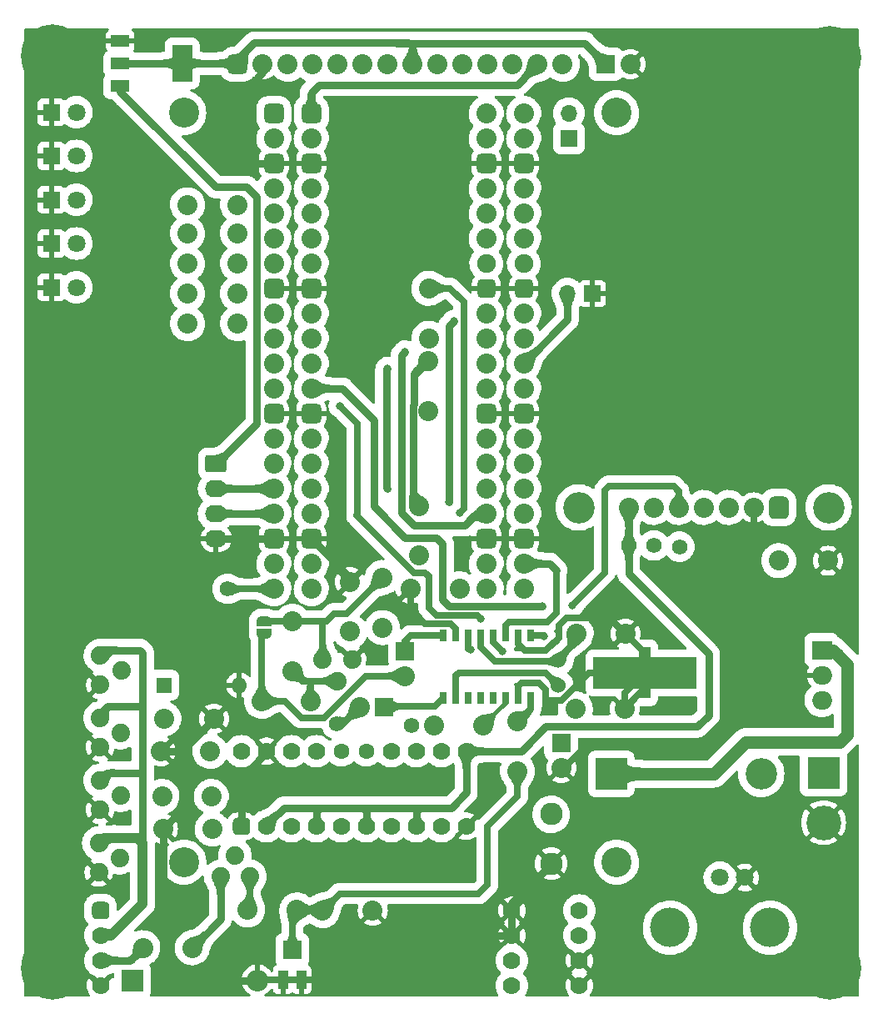
<source format=gbr>
%TF.GenerationSoftware,KiCad,Pcbnew,(6.0.10)*%
%TF.CreationDate,2023-01-18T20:55:06+05:30*%
%TF.ProjectId,RDX v2,52445820-7632-42e6-9b69-6361645f7063,rev?*%
%TF.SameCoordinates,Original*%
%TF.FileFunction,Copper,L1,Top*%
%TF.FilePolarity,Positive*%
%FSLAX46Y46*%
G04 Gerber Fmt 4.6, Leading zero omitted, Abs format (unit mm)*
G04 Created by KiCad (PCBNEW (6.0.10)) date 2023-01-18 20:55:06*
%MOMM*%
%LPD*%
G01*
G04 APERTURE LIST*
G04 Aperture macros list*
%AMRoundRect*
0 Rectangle with rounded corners*
0 $1 Rounding radius*
0 $2 $3 $4 $5 $6 $7 $8 $9 X,Y pos of 4 corners*
0 Add a 4 corners polygon primitive as box body*
4,1,4,$2,$3,$4,$5,$6,$7,$8,$9,$2,$3,0*
0 Add four circle primitives for the rounded corners*
1,1,$1+$1,$2,$3*
1,1,$1+$1,$4,$5*
1,1,$1+$1,$6,$7*
1,1,$1+$1,$8,$9*
0 Add four rect primitives between the rounded corners*
20,1,$1+$1,$2,$3,$4,$5,0*
20,1,$1+$1,$4,$5,$6,$7,0*
20,1,$1+$1,$6,$7,$8,$9,0*
20,1,$1+$1,$8,$9,$2,$3,0*%
%AMFreePoly0*
4,1,22,0.500000,-0.750000,0.000000,-0.750000,0.000000,-0.745033,-0.079941,-0.743568,-0.215256,-0.701293,-0.333266,-0.622738,-0.424486,-0.514219,-0.481581,-0.384460,-0.499164,-0.250000,-0.500000,-0.250000,-0.500000,0.250000,-0.499164,0.250000,-0.499963,0.256109,-0.478152,0.396186,-0.417904,0.524511,-0.324060,0.630769,-0.204165,0.706417,-0.067858,0.745374,0.000000,0.744959,0.000000,0.750000,
0.500000,0.750000,0.500000,-0.750000,0.500000,-0.750000,$1*%
%AMFreePoly1*
4,1,20,0.000000,0.744959,0.073905,0.744508,0.209726,0.703889,0.328688,0.626782,0.421226,0.519385,0.479903,0.390333,0.500000,0.250000,0.500000,-0.250000,0.499851,-0.262216,0.476331,-0.402017,0.414519,-0.529596,0.319384,-0.634700,0.198574,-0.708877,0.061801,-0.746166,0.000000,-0.745033,0.000000,-0.750000,-0.500000,-0.750000,-0.500000,0.750000,0.000000,0.750000,0.000000,0.744959,
0.000000,0.744959,$1*%
G04 Aperture macros list end*
%TA.AperFunction,ComponentPad*%
%ADD10RoundRect,0.444500X-0.444500X-0.444500X0.444500X-0.444500X0.444500X0.444500X-0.444500X0.444500X0*%
%TD*%
%TA.AperFunction,ComponentPad*%
%ADD11C,1.778000*%
%TD*%
%TA.AperFunction,ComponentPad*%
%ADD12C,1.574800*%
%TD*%
%TA.AperFunction,ComponentPad*%
%ADD13C,2.032000*%
%TD*%
%TA.AperFunction,ComponentPad*%
%ADD14C,0.800000*%
%TD*%
%TA.AperFunction,ComponentPad*%
%ADD15C,6.400000*%
%TD*%
%TA.AperFunction,SMDPad,CuDef*%
%ADD16FreePoly0,270.000000*%
%TD*%
%TA.AperFunction,SMDPad,CuDef*%
%ADD17FreePoly1,270.000000*%
%TD*%
%TA.AperFunction,ComponentPad*%
%ADD18RoundRect,0.250000X-0.845000X0.620000X-0.845000X-0.620000X0.845000X-0.620000X0.845000X0.620000X0*%
%TD*%
%TA.AperFunction,ComponentPad*%
%ADD19O,2.190000X1.740000*%
%TD*%
%TA.AperFunction,ComponentPad*%
%ADD20R,2.200000X2.200000*%
%TD*%
%TA.AperFunction,ComponentPad*%
%ADD21O,2.200000X2.200000*%
%TD*%
%TA.AperFunction,ComponentPad*%
%ADD22R,1.905000X1.905000*%
%TD*%
%TA.AperFunction,ComponentPad*%
%ADD23R,3.302000X3.302000*%
%TD*%
%TA.AperFunction,ComponentPad*%
%ADD24C,3.530600*%
%TD*%
%TA.AperFunction,ComponentPad*%
%ADD25C,1.524000*%
%TD*%
%TA.AperFunction,ComponentPad*%
%ADD26R,1.200000X1.200000*%
%TD*%
%TA.AperFunction,SMDPad,CuDef*%
%ADD27R,10.500000X3.200000*%
%TD*%
%TA.AperFunction,SMDPad,CuDef*%
%ADD28R,0.800000X1.300000*%
%TD*%
%TA.AperFunction,SMDPad,CuDef*%
%ADD29R,1.016000X1.900000*%
%TD*%
%TA.AperFunction,SMDPad,CuDef*%
%ADD30R,1.905000X1.900000*%
%TD*%
%TA.AperFunction,ComponentPad*%
%ADD31R,3.200000X3.200000*%
%TD*%
%TA.AperFunction,ComponentPad*%
%ADD32O,3.200000X3.200000*%
%TD*%
%TA.AperFunction,ComponentPad*%
%ADD33C,1.879600*%
%TD*%
%TA.AperFunction,ComponentPad*%
%ADD34C,4.000000*%
%TD*%
%TA.AperFunction,ComponentPad*%
%ADD35C,1.800000*%
%TD*%
%TA.AperFunction,ComponentPad*%
%ADD36R,1.700000X1.700000*%
%TD*%
%TA.AperFunction,ComponentPad*%
%ADD37O,1.700000X1.700000*%
%TD*%
%TA.AperFunction,ComponentPad*%
%ADD38RoundRect,0.508000X-0.508000X-0.508000X0.508000X-0.508000X0.508000X0.508000X-0.508000X0.508000X0*%
%TD*%
%TA.AperFunction,ComponentPad*%
%ADD39RoundRect,0.476250X-0.476250X-0.476250X0.476250X-0.476250X0.476250X0.476250X-0.476250X0.476250X0*%
%TD*%
%TA.AperFunction,ComponentPad*%
%ADD40C,1.905000*%
%TD*%
%TA.AperFunction,WasherPad*%
%ADD41C,3.200000*%
%TD*%
%TA.AperFunction,ComponentPad*%
%ADD42RoundRect,0.508000X-0.508000X0.635000X-0.508000X-0.635000X0.508000X-0.635000X0.508000X0.635000X0*%
%TD*%
%TA.AperFunction,ComponentPad*%
%ADD43C,2.286000*%
%TD*%
%TA.AperFunction,ComponentPad*%
%ADD44RoundRect,0.444500X0.444500X-0.444500X0.444500X0.444500X-0.444500X0.444500X-0.444500X-0.444500X0*%
%TD*%
%TA.AperFunction,ComponentPad*%
%ADD45C,1.600000*%
%TD*%
%TA.AperFunction,ComponentPad*%
%ADD46R,1.600000X1.600000*%
%TD*%
%TA.AperFunction,ComponentPad*%
%ADD47O,1.600000X1.600000*%
%TD*%
%TA.AperFunction,SMDPad,CuDef*%
%ADD48R,1.905000X1.143000*%
%TD*%
%TA.AperFunction,SMDPad,CuDef*%
%ADD49R,2.032000X3.683000*%
%TD*%
%TA.AperFunction,ComponentPad*%
%ADD50R,2.000000X1.905000*%
%TD*%
%TA.AperFunction,ComponentPad*%
%ADD51O,2.000000X1.905000*%
%TD*%
%TA.AperFunction,ComponentPad*%
%ADD52R,1.800000X1.800000*%
%TD*%
%TA.AperFunction,WasherPad*%
%ADD53C,3.048000*%
%TD*%
%TA.AperFunction,ComponentPad*%
%ADD54RoundRect,0.508000X-0.508000X0.508000X-0.508000X-0.508000X0.508000X-0.508000X0.508000X0.508000X0*%
%TD*%
%TA.AperFunction,ViaPad*%
%ADD55C,0.800000*%
%TD*%
%TA.AperFunction,Conductor*%
%ADD56C,0.762000*%
%TD*%
%TA.AperFunction,Conductor*%
%ADD57C,0.635000*%
%TD*%
%TA.AperFunction,Conductor*%
%ADD58C,1.270000*%
%TD*%
%TA.AperFunction,Conductor*%
%ADD59C,0.381000*%
%TD*%
%TA.AperFunction,Conductor*%
%ADD60C,1.016000*%
%TD*%
G04 APERTURE END LIST*
D10*
%TO.P,M3,1,12V*%
%TO.N,+12V*%
X78782000Y-145697750D03*
D11*
%TO.P,M3,2,DRAIN*%
%TO.N,Tx_IN*%
X78782000Y-148237750D03*
%TO.P,M3,3,RF_RX*%
%TO.N,Net-(C17-Pad1)*%
X78782000Y-150777750D03*
%TO.P,M3,4,GND*%
%TO.N,GNDPWR*%
X127448400Y-150777750D03*
X120590400Y-145697750D03*
X127448400Y-153317750D03*
X78782000Y-153317750D03*
X120590400Y-148237750D03*
%TO.P,M3,5,RF_OUT*%
%TO.N,Net-(J11-Pad1)*%
X120590400Y-153317750D03*
X127448400Y-148237750D03*
X127448400Y-145697750D03*
X120590400Y-150777750D03*
%TD*%
D12*
%TO.P,J3,1,1*%
%TO.N,/CLK0*%
X132461000Y-108585000D03*
%TD*%
D13*
%TO.P,C18,1*%
%TO.N,Net-(C18-Pad1)*%
X90043000Y-134112000D03*
%TO.P,C18,2*%
%TO.N,Net-(C18-Pad2)*%
X85043000Y-134112000D03*
%TD*%
%TO.P,C9,1*%
%TO.N,+3.3V*%
X115276000Y-113030000D03*
%TO.P,C9,2*%
%TO.N,GNDPWR*%
X110276000Y-113030000D03*
%TD*%
D14*
%TO.P,H3,1,1*%
%TO.N,GNDPWR*%
X73914000Y-56528000D03*
X73914000Y-61328000D03*
X75611056Y-57230944D03*
X71514000Y-58928000D03*
X72216944Y-57230944D03*
D15*
X73914000Y-58928000D03*
D14*
X75611056Y-60625056D03*
X72216944Y-60625056D03*
X76314000Y-58928000D03*
%TD*%
D13*
%TO.P,R6,1*%
%TO.N,/IO7*%
X92710000Y-86106000D03*
%TO.P,R6,2*%
%TO.N,Net-(D5-Pad2)*%
X87630000Y-86106000D03*
%TD*%
D16*
%TO.P,J10,1,Pin_1*%
%TO.N,Net-(C19-Pad2)*%
X95377000Y-116302000D03*
D17*
%TO.P,J10,2,Pin_2*%
%TO.N,R_AUDIO*%
X95377000Y-117602000D03*
%TD*%
D13*
%TO.P,C16,1*%
%TO.N,+5V*%
X89916000Y-129540000D03*
%TO.P,C16,2*%
%TO.N,GNDPWR*%
X84916000Y-129540000D03*
%TD*%
%TO.P,C14,1*%
%TO.N,/IO3*%
X90130000Y-137414000D03*
%TO.P,C14,2*%
%TO.N,GNDPWR*%
X85130000Y-137414000D03*
%TD*%
D18*
%TO.P,J6,1,Pin_1*%
%TO.N,+5V*%
X90531000Y-100330000D03*
D19*
%TO.P,J6,2,Pin_2*%
%TO.N,/IO12*%
X90531000Y-102870000D03*
%TO.P,J6,3,Pin_3*%
%TO.N,/IO13*%
X90531000Y-105410000D03*
%TO.P,J6,4,Pin_4*%
%TO.N,GNDPWR*%
X90531000Y-107950000D03*
%TD*%
D20*
%TO.P,D8,1,K*%
%TO.N,Tx_IN*%
X82031200Y-152781000D03*
D21*
%TO.P,D8,2,A*%
%TO.N,GNDPWR*%
X94731200Y-152781000D03*
%TD*%
D13*
%TO.P,R7,1*%
%TO.N,Rx IN*%
X101371400Y-145694400D03*
%TO.P,R7,2*%
%TO.N,GNDPWR*%
X106451400Y-145694400D03*
%TD*%
%TO.P,R4,1*%
%TO.N,/IO6*%
X92710000Y-83058000D03*
%TO.P,R4,2*%
%TO.N,Net-(D4-Pad2)*%
X87630000Y-83058000D03*
%TD*%
D15*
%TO.P,H1,1,1*%
%TO.N,GNDPWR*%
X152908000Y-151511000D03*
D14*
X151210944Y-149813944D03*
X154605056Y-149813944D03*
X152908000Y-149111000D03*
X152908000Y-153911000D03*
X154605056Y-153208056D03*
X155308000Y-151511000D03*
X151210944Y-153208056D03*
X150508000Y-151511000D03*
%TD*%
D22*
%TO.P,C6,1*%
%TO.N,+5V*%
X125603000Y-128715888D03*
D13*
%TO.P,C6,2*%
%TO.N,GNDPWR*%
X125603000Y-131215888D03*
%TD*%
D23*
%TO.P,J12,1,Pin_1*%
%TO.N,Net-(D7-Pad2)*%
X152273000Y-131699000D03*
D24*
%TO.P,J12,2,Pin_2*%
%TO.N,GNDPWR*%
X152273000Y-136779000D03*
%TD*%
D25*
%TO.P,Y1,1,1*%
%TO.N,Net-(C11-Pad1)*%
X125330000Y-122839000D03*
%TO.P,Y1,2,2*%
%TO.N,Net-(C10-Pad1)*%
X125330000Y-120299000D03*
D26*
%TO.P,Y1,3*%
%TO.N,N/C*%
X134080000Y-123569000D03*
X134080000Y-119569000D03*
D27*
X134080000Y-121569000D03*
%TD*%
D13*
%TO.P,R12,1*%
%TO.N,Net-(C18-Pad2)*%
X85217000Y-126238000D03*
%TO.P,R12,2*%
%TO.N,GNDPWR*%
X90297000Y-126238000D03*
%TD*%
D28*
%TO.P,U2,1,LOUT*%
%TO.N,Net-(C3-Pad1)*%
X113609200Y-124104800D03*
%TO.P,U2,2,GPO3/DCLK*%
%TO.N,Net-(C11-Pad1)*%
X114889200Y-124104800D03*
%TO.P,U2,3,GPO2/INTB*%
%TO.N,unconnected-(U2-Pad3)*%
X116149200Y-124104800D03*
%TO.P,U2,4,GOP1*%
%TO.N,unconnected-(U2-Pad4)*%
X117419200Y-124104800D03*
%TO.P,U2,5,NC*%
%TO.N,unconnected-(U2-Pad5)*%
X118699200Y-124104800D03*
%TO.P,U2,6,FMI*%
%TO.N,Net-(C2-Pad2)*%
X119969200Y-124104800D03*
%TO.P,U2,7,RFGND*%
%TO.N,GNDPWR*%
X121229200Y-124104800D03*
%TO.P,U2,8,AMI*%
%TO.N,Net-(C4-Pad2)*%
X122509200Y-124104800D03*
%TO.P,U2,9,RST*%
%TO.N,/IO1*%
X122509200Y-117804800D03*
%TO.P,U2,10,SENB*%
%TO.N,GNDPWR*%
X121229200Y-117804800D03*
%TO.P,U2,11,CLK*%
%TO.N,/IO17*%
X119969200Y-117804800D03*
%TO.P,U2,12,SDI*%
%TO.N,/IO16*%
X118699200Y-117804800D03*
%TO.P,U2,13,RCLK*%
%TO.N,Net-(C10-Pad1)*%
X117419200Y-117804800D03*
%TO.P,U2,14,VDD*%
%TO.N,+3.3V*%
X116149200Y-117804800D03*
%TO.P,U2,15,GND*%
%TO.N,GNDPWR*%
X114889200Y-117804800D03*
%TO.P,U2,16,ROUT*%
%TO.N,Net-(C8-Pad1)*%
X113609200Y-117804800D03*
%TD*%
D22*
%TO.P,C3,1*%
%TO.N,Net-(C3-Pad1)*%
X107605713Y-125069600D03*
D13*
%TO.P,C3,2*%
%TO.N,/LOUT*%
X105105713Y-125069600D03*
%TD*%
D29*
%TO.P,D9,1*%
%TO.N,GNDPWR*%
X97322600Y-152706200D03*
%TO.P,D9,2*%
X99222600Y-152706200D03*
D30*
%TO.P,D9,3*%
%TO.N,Rx IN*%
X98272600Y-149706200D03*
%TD*%
D31*
%TO.P,D7,1,K*%
%TO.N,+12V*%
X130683000Y-131826000D03*
D32*
%TO.P,D7,2,A*%
%TO.N,Net-(D7-Pad2)*%
X145923000Y-131826000D03*
%TD*%
D13*
%TO.P,R8,1*%
%TO.N,Net-(C19-Pad2)*%
X98298000Y-116332000D03*
%TO.P,R8,2*%
%TO.N,Net-(C13-Pad1)*%
X98298000Y-121412000D03*
%TD*%
%TO.P,C10,1*%
%TO.N,Net-(C10-Pad1)*%
X127127000Y-117602000D03*
%TO.P,C10,2*%
%TO.N,GNDPWR*%
X132127000Y-117602000D03*
%TD*%
%TO.P,C11,1*%
%TO.N,Net-(C11-Pad1)*%
X127040000Y-125222000D03*
%TO.P,C11,2*%
%TO.N,GNDPWR*%
X132040000Y-125222000D03*
%TD*%
%TO.P,R2,1*%
%TO.N,/IO5*%
X92710000Y-80010000D03*
%TO.P,R2,2*%
%TO.N,Net-(D2-Pad2)*%
X87630000Y-80010000D03*
%TD*%
D12*
%TO.P,J1,1,1*%
%TO.N,/IO15*%
X91694000Y-113030000D03*
%TD*%
D14*
%TO.P,H5,1,1*%
%TO.N,GNDPWR*%
X74218800Y-111392000D03*
X75915856Y-112094944D03*
D15*
X74218800Y-113792000D03*
D14*
X71818800Y-113792000D03*
X74218800Y-116192000D03*
X72521744Y-112094944D03*
X75915856Y-115489056D03*
X76618800Y-113792000D03*
X72521744Y-115489056D03*
%TD*%
D22*
%TO.P,C8,1*%
%TO.N,Net-(C8-Pad1)*%
X109728000Y-119380000D03*
D13*
%TO.P,C8,2*%
%TO.N,R_AUDIO*%
X109728000Y-121880000D03*
%TD*%
D33*
%TO.P,Q3,1,D*%
%TO.N,Tx_IN*%
X78600301Y-138861842D03*
%TO.P,Q3,2,G*%
%TO.N,Net-(C18-Pad2)*%
X80733901Y-140335042D03*
%TO.P,Q3,3,S*%
%TO.N,GNDPWR*%
X78600301Y-141833642D03*
%TD*%
D13*
%TO.P,C2,1*%
%TO.N,Net-(C2-Pad1)*%
X112689000Y-126873000D03*
%TO.P,C2,2*%
%TO.N,Net-(C2-Pad2)*%
X117689000Y-126873000D03*
%TD*%
%TO.P,C15,1*%
%TO.N,+3.3V*%
X104140000Y-117348000D03*
%TO.P,C15,2*%
%TO.N,GNDPWR*%
X104140000Y-112348000D03*
%TD*%
D33*
%TO.P,Q6,1,D*%
%TO.N,Tx_IN*%
X78727301Y-126161842D03*
%TO.P,Q6,2,G*%
%TO.N,Net-(C18-Pad2)*%
X80860901Y-127635042D03*
%TO.P,Q6,3,S*%
%TO.N,GNDPWR*%
X78727301Y-129133642D03*
%TD*%
D13*
%TO.P,C12,1*%
%TO.N,Net-(C12-Pad1)*%
X93740600Y-145643600D03*
%TO.P,C12,2*%
%TO.N,Rx IN*%
X98740600Y-145643600D03*
%TD*%
D12*
%TO.P,J2,1,1*%
%TO.N,Net-(C2-Pad1)*%
X110388400Y-126873000D03*
%TD*%
D14*
%TO.P,H2,1,1*%
%TO.N,GNDPWR*%
X152908000Y-61455000D03*
X151210944Y-57357944D03*
X154605056Y-57357944D03*
D15*
X152908000Y-59055000D03*
D14*
X155308000Y-59055000D03*
X154605056Y-60752056D03*
X152908000Y-56655000D03*
X150508000Y-59055000D03*
X151210944Y-60752056D03*
%TD*%
D34*
%TO.P,J11,*%
%TO.N,*%
X136652000Y-147442000D03*
X146812000Y-147442000D03*
D35*
%TO.P,J11,1,In*%
%TO.N,Net-(J11-Pad1)*%
X141732000Y-142362000D03*
%TO.P,J11,2,Ext*%
%TO.N,GNDPWR*%
X144272000Y-142362000D03*
%TD*%
D36*
%TO.P,J8,1,Pin_1*%
%TO.N,GNDPWR*%
X128783000Y-83058000D03*
D37*
%TO.P,J8,2,Pin_2*%
%TO.N,/RUN*%
X126243000Y-83058000D03*
%TD*%
D33*
%TO.P,Q2,1,E*%
%TO.N,GNDPWR*%
X104343158Y-120256301D03*
%TO.P,Q2,2,B*%
%TO.N,Net-(C13-Pad1)*%
X102869958Y-122389901D03*
%TO.P,Q2,3,C*%
%TO.N,Net-(C19-Pad2)*%
X101371358Y-120256301D03*
%TD*%
D13*
%TO.P,C17,1*%
%TO.N,Net-(C17-Pad1)*%
X83098000Y-149479000D03*
%TO.P,C17,2*%
%TO.N,Net-(C17-Pad2)*%
X88098000Y-149479000D03*
%TD*%
D12*
%TO.P,J5,1,1*%
%TO.N,/IO9*%
X137617200Y-108762800D03*
%TD*%
D33*
%TO.P,Q5,1,D*%
%TO.N,Tx_IN*%
X78765400Y-119811800D03*
%TO.P,Q5,2,G*%
%TO.N,Net-(C18-Pad2)*%
X80899000Y-121285000D03*
%TO.P,Q5,3,S*%
%TO.N,GNDPWR*%
X78765400Y-122783600D03*
%TD*%
%TO.P,Q4,1,D*%
%TO.N,Tx_IN*%
X78727301Y-132511842D03*
%TO.P,Q4,2,G*%
%TO.N,Net-(C18-Pad2)*%
X80860901Y-133985042D03*
%TO.P,Q4,3,S*%
%TO.N,GNDPWR*%
X78727301Y-135483642D03*
%TD*%
%TO.P,Q1,1,D*%
%TO.N,Net-(C17-Pad2)*%
X90982800Y-142214600D03*
%TO.P,Q1,2,G*%
%TO.N,/IO3*%
X92456000Y-140081000D03*
%TO.P,Q1,3,S*%
%TO.N,Net-(C12-Pad1)*%
X93954600Y-142214600D03*
%TD*%
D13*
%TO.P,R1,1*%
%TO.N,/IO3*%
X92710000Y-74041000D03*
%TO.P,R1,2*%
%TO.N,Net-(D1-Pad2)*%
X87630000Y-74041000D03*
%TD*%
D38*
%TO.P,M2,1,GP0*%
%TO.N,/IO0*%
X96393000Y-64770000D03*
X100203000Y-64770000D03*
D13*
%TO.P,M2,2,GP1*%
%TO.N,/IO1*%
X96393000Y-67310000D03*
X100203000Y-67310000D03*
D38*
%TO.P,M2,3,GND*%
%TO.N,GNDPWR*%
X96393000Y-69850000D03*
X100203000Y-69850000D03*
D13*
%TO.P,M2,4,GP2*%
%TO.N,/IO2*%
X96393000Y-72390000D03*
X100203000Y-72390000D03*
%TO.P,M2,5,GP3*%
%TO.N,/IO3*%
X100203000Y-74930000D03*
X96393000Y-74930000D03*
%TO.P,M2,6,GP4*%
%TO.N,/IO4*%
X96393000Y-77470000D03*
X100203000Y-77470000D03*
%TO.P,M2,7,GP5*%
%TO.N,/IO5*%
X96393000Y-80010000D03*
X100203000Y-80010000D03*
D38*
%TO.P,M2,8,GND*%
%TO.N,GNDPWR*%
X100203000Y-82550000D03*
X96393000Y-82550000D03*
D13*
%TO.P,M2,9,GP6*%
%TO.N,/IO6*%
X96393000Y-85090000D03*
X100203000Y-85090000D03*
%TO.P,M2,10,GP7*%
%TO.N,/IO7*%
X100203000Y-87630000D03*
X96393000Y-87630000D03*
%TO.P,M2,11,GP8*%
%TO.N,/IO8*%
X100203000Y-90170000D03*
X96393000Y-90170000D03*
%TO.P,M2,12,GP9*%
%TO.N,/IO9*%
X100203000Y-92710000D03*
X96393000Y-92710000D03*
D38*
%TO.P,M2,13,GND*%
%TO.N,GNDPWR*%
X100203000Y-95250000D03*
X96393000Y-95250000D03*
D13*
%TO.P,M2,14,GP10*%
%TO.N,/IO10*%
X100203000Y-97790000D03*
X96393000Y-97790000D03*
%TO.P,M2,15,GP11*%
%TO.N,/IO11*%
X100203000Y-100330000D03*
X96393000Y-100330000D03*
%TO.P,M2,16,GP12*%
%TO.N,/IO12*%
X100203000Y-102870000D03*
X96393000Y-102870000D03*
%TO.P,M2,17,GP13*%
%TO.N,/IO13*%
X100203000Y-105410000D03*
X96393000Y-105410000D03*
D38*
%TO.P,M2,18,GND*%
%TO.N,GNDPWR*%
X96393000Y-107950000D03*
X100203000Y-107950000D03*
D13*
%TO.P,M2,19,GP14*%
%TO.N,/IO14*%
X96393000Y-110490000D03*
X100203000Y-110490000D03*
%TO.P,M2,20,GP15*%
%TO.N,/IO15*%
X96393000Y-113030000D03*
X100203000Y-113030000D03*
%TO.P,M2,21,GP16*%
%TO.N,/IO16*%
X121793000Y-113030000D03*
X117983000Y-113030000D03*
%TO.P,M2,22,GP17*%
%TO.N,/IO17*%
X121793000Y-110490000D03*
X117983000Y-110490000D03*
D38*
%TO.P,M2,23,GND*%
%TO.N,GNDPWR*%
X121793000Y-107950000D03*
X117983000Y-107950000D03*
D13*
%TO.P,M2,24,GP18*%
%TO.N,/IO18*%
X117983000Y-105410000D03*
X121793000Y-105410000D03*
%TO.P,M2,25,GP19*%
%TO.N,/IO19*%
X117983000Y-102870000D03*
X121793000Y-102870000D03*
%TO.P,M2,26,GP20*%
%TO.N,/IO20*%
X121793000Y-100330000D03*
X117983000Y-100330000D03*
%TO.P,M2,27,GP21*%
%TO.N,/IO21*%
X117983000Y-97790000D03*
X121793000Y-97790000D03*
D38*
%TO.P,M2,28,GND*%
%TO.N,GNDPWR*%
X117983000Y-95250000D03*
X121793000Y-95250000D03*
D13*
%TO.P,M2,29,GP22*%
%TO.N,/IO22*%
X117983000Y-92710000D03*
X121793000Y-92710000D03*
%TO.P,M2,30,RUN*%
%TO.N,/RUN*%
X117983000Y-90170000D03*
X121793000Y-90170000D03*
%TO.P,M2,31,ADC0/GP26*%
%TO.N,/ADC0*%
X117983000Y-87630000D03*
X121793000Y-87630000D03*
%TO.P,M2,32,ADC1/GP27*%
%TO.N,/ADC1*%
X121793000Y-85090000D03*
X117983000Y-85090000D03*
D39*
%TO.P,M2,33,GND*%
%TO.N,GNDPWR*%
X117983000Y-82550000D03*
X121793000Y-82550000D03*
D40*
%TO.P,M2,34,ADC2/GP28*%
%TO.N,/ADC2*%
X121793000Y-80010000D03*
X117983000Y-80010000D03*
D13*
%TO.P,M2,35,ADC_REF*%
%TO.N,/AREF*%
X117983000Y-77470000D03*
X121793000Y-77470000D03*
%TO.P,M2,36,3V3_OUT*%
%TO.N,/3V_OUT*%
X121793000Y-74930000D03*
X117983000Y-74930000D03*
%TO.P,M2,37,3V3_EN*%
%TO.N,/3V3_EN*%
X121793000Y-72390000D03*
X117983000Y-72390000D03*
D38*
%TO.P,M2,38,GND*%
%TO.N,GNDPWR*%
X117983000Y-69850000D03*
X121793000Y-69850000D03*
D13*
%TO.P,M2,39,VSYS*%
%TO.N,/VSYS*%
X121793000Y-67310000D03*
X117983000Y-67310000D03*
%TO.P,M2,40,VBUS*%
%TO.N,/VBUS*%
X117983000Y-64770000D03*
X121793000Y-64770000D03*
%TD*%
%TO.P,R9,1*%
%TO.N,+3.3V*%
X107442000Y-116967000D03*
%TO.P,R9,2*%
%TO.N,Net-(C19-Pad2)*%
X107442000Y-111887000D03*
%TD*%
D41*
%TO.P,M1,*%
%TO.N,*%
X127381000Y-104775000D03*
X152781000Y-104775000D03*
D42*
%TO.P,M1,1,5+*%
%TO.N,+5V*%
X147701000Y-104775000D03*
D13*
%TO.P,M1,2,GND*%
%TO.N,GNDPWR*%
X145161000Y-104775000D03*
%TO.P,M1,3,SDA*%
%TO.N,/IO16*%
X142621000Y-104775000D03*
%TO.P,M1,4,SCL*%
%TO.N,/IO17*%
X140081000Y-104775000D03*
%TO.P,M1,5,CLK2*%
%TO.N,/IO9*%
X137541000Y-104775000D03*
%TO.P,M1,6,CLK1*%
%TO.N,/CLK1*%
X135001000Y-104775000D03*
%TO.P,M1,7,CLK0*%
%TO.N,/CLK0*%
X132461000Y-104775000D03*
%TD*%
D36*
%TO.P,J7,1,Pin_1*%
%TO.N,+5V*%
X126390400Y-67284600D03*
D37*
%TO.P,J7,2,Pin_2*%
%TO.N,/VBUS*%
X126390400Y-64744600D03*
%TD*%
D13*
%TO.P,C5,1*%
%TO.N,+5V*%
X147715600Y-110185200D03*
%TO.P,C5,2*%
%TO.N,GNDPWR*%
X152715600Y-110185200D03*
%TD*%
D14*
%TO.P,H4,1,1*%
%TO.N,GNDPWR*%
X73914000Y-153911000D03*
X75611056Y-153208056D03*
X72216944Y-153208056D03*
X71514000Y-151511000D03*
D15*
X73914000Y-151511000D03*
D14*
X76314000Y-151511000D03*
X72216944Y-149813944D03*
X75611056Y-149813944D03*
X73914000Y-149111000D03*
%TD*%
D12*
%TO.P,J4,1,1*%
%TO.N,/CLK1*%
X135026400Y-108635800D03*
%TD*%
D43*
%TO.P,C1,1*%
%TO.N,+12V*%
X124587000Y-135930000D03*
%TO.P,C1,2*%
%TO.N,GNDPWR*%
X124587000Y-140930000D03*
%TD*%
D12*
%TO.P,J9,1,1*%
%TO.N,/LOUT*%
X102793800Y-126720600D03*
%TD*%
D44*
%TO.P,U4,1,1OE*%
%TO.N,GNDPWR*%
X93096000Y-137150000D03*
D11*
%TO.P,U4,2,1A0*%
%TO.N,/CLK0*%
X95636000Y-137150000D03*
%TO.P,U4,3,2Y0*%
%TO.N,Net-(C18-Pad1)*%
X98176000Y-137150000D03*
%TO.P,U4,4,1A1*%
%TO.N,/CLK0*%
X100716000Y-137150000D03*
%TO.P,U4,5,2Y1*%
%TO.N,Net-(C18-Pad1)*%
X103256000Y-137150000D03*
%TO.P,U4,6,1A2*%
%TO.N,/CLK0*%
X105796000Y-137150000D03*
%TO.P,U4,7,2Y2*%
%TO.N,Net-(C18-Pad1)*%
X108336000Y-137150000D03*
%TO.P,U4,8,1A3*%
%TO.N,/CLK0*%
X110876000Y-137150000D03*
%TO.P,U4,9,2Y3*%
%TO.N,Net-(C18-Pad1)*%
X113416000Y-137150000D03*
%TO.P,U4,10,GND*%
%TO.N,GNDPWR*%
X115956000Y-137150000D03*
%TO.P,U4,11,2A3*%
%TO.N,/CLK0*%
X115956000Y-129530000D03*
%TO.P,U4,12,1Y3*%
%TO.N,Net-(C18-Pad1)*%
X113416000Y-129530000D03*
%TO.P,U4,13,2A2*%
%TO.N,/CLK0*%
X110876000Y-129530000D03*
%TO.P,U4,14,1Y2*%
%TO.N,Net-(C18-Pad1)*%
X108336000Y-129530000D03*
D45*
%TO.P,U4,15,2A1*%
%TO.N,/CLK0*%
X105796000Y-129530000D03*
%TO.P,U4,16,1Y1*%
%TO.N,Net-(C18-Pad1)*%
X103256000Y-129530000D03*
D11*
%TO.P,U4,17,2A0*%
%TO.N,/CLK0*%
X100716000Y-129530000D03*
%TO.P,U4,18,1Y0*%
%TO.N,Net-(C18-Pad1)*%
X98176000Y-129530000D03*
%TO.P,U4,19,2OE*%
%TO.N,GNDPWR*%
X95636000Y-129530000D03*
%TO.P,U4,20,VCC*%
%TO.N,+5V*%
X93096000Y-129530000D03*
%TD*%
D46*
%TO.P,D6,1,K*%
%TO.N,Net-(C18-Pad2)*%
X85217000Y-122809000D03*
D47*
%TO.P,D6,2,A*%
%TO.N,GNDPWR*%
X92837000Y-122809000D03*
%TD*%
D13*
%TO.P,R3,1*%
%TO.N,/IO4*%
X92710000Y-76962000D03*
%TO.P,R3,2*%
%TO.N,Net-(D3-Pad2)*%
X87630000Y-76962000D03*
%TD*%
%TO.P,R11,1*%
%TO.N,/ADC0*%
X112090200Y-89941400D03*
%TO.P,R11,2*%
%TO.N,GNDPWR*%
X112090200Y-95021400D03*
%TD*%
%TO.P,R10,1*%
%TO.N,+3.3V*%
X112141000Y-82524600D03*
%TO.P,R10,2*%
%TO.N,/ADC0*%
X112141000Y-87604600D03*
%TD*%
%TO.P,C13,1*%
%TO.N,Net-(C13-Pad1)*%
X100163000Y-124460000D03*
%TO.P,C13,2*%
%TO.N,R_AUDIO*%
X95163000Y-124460000D03*
%TD*%
%TO.P,C4,1*%
%TO.N,Rx IN*%
X121158000Y-131532000D03*
%TO.P,C4,2*%
%TO.N,Net-(C4-Pad2)*%
X121158000Y-126532000D03*
%TD*%
D22*
%TO.P,C7,1*%
%TO.N,+3.3V*%
X130138288Y-59766200D03*
D13*
%TO.P,C7,2*%
%TO.N,GNDPWR*%
X132638288Y-59766200D03*
%TD*%
D48*
%TO.P,U3,1,GND*%
%TO.N,GNDPWR*%
X80771600Y-57390000D03*
%TO.P,U3,2,VO*%
%TO.N,+3.3V*%
X80771600Y-59690000D03*
D49*
X87071600Y-59690000D03*
D48*
%TO.P,U3,3,VI*%
%TO.N,+5V*%
X80771600Y-61990000D03*
%TD*%
D13*
%TO.P,C19,1*%
%TO.N,/ADC0*%
X111175800Y-104637200D03*
%TO.P,C19,2*%
%TO.N,Net-(C19-Pad2)*%
X111175800Y-109637200D03*
%TD*%
D50*
%TO.P,U1,1,VI*%
%TO.N,+12V*%
X152090000Y-119253000D03*
D51*
%TO.P,U1,2,GND*%
%TO.N,GNDPWR*%
X152090000Y-121793000D03*
%TO.P,U1,3,VO*%
%TO.N,+5V*%
X152090000Y-124333000D03*
%TD*%
D52*
%TO.P,D1,1,K*%
%TO.N,GNDPWR*%
X73782000Y-64643000D03*
D35*
%TO.P,D1,2,A*%
%TO.N,Net-(D1-Pad2)*%
X76322000Y-64643000D03*
%TD*%
D52*
%TO.P,D3,1,K*%
%TO.N,GNDPWR*%
X73782000Y-69088000D03*
D35*
%TO.P,D3,2,A*%
%TO.N,Net-(D3-Pad2)*%
X76322000Y-69088000D03*
%TD*%
D52*
%TO.P,D2,1,K*%
%TO.N,GNDPWR*%
X73782000Y-73533000D03*
D35*
%TO.P,D2,2,A*%
%TO.N,Net-(D2-Pad2)*%
X76322000Y-73533000D03*
%TD*%
D53*
%TO.P,U5,*%
%TO.N,*%
X87239000Y-64705000D03*
X131239000Y-64705000D03*
X131239000Y-140785000D03*
X87239000Y-140785000D03*
D54*
%TO.P,U5,1,Vcc*%
%TO.N,+3.3V*%
X92729000Y-59785000D03*
D13*
%TO.P,U5,2,GND*%
%TO.N,GNDPWR*%
X95269000Y-59785000D03*
%TO.P,U5,3,CS*%
%TO.N,/IO20*%
X97809000Y-59785000D03*
%TO.P,U5,4,RESET*%
%TO.N,/IO21*%
X100349000Y-59785000D03*
%TO.P,U5,5,DC*%
%TO.N,/IO22*%
X102889000Y-59785000D03*
%TO.P,U5,6,SDI*%
%TO.N,/IO19*%
X105429000Y-59785000D03*
%TO.P,U5,7,SCK*%
%TO.N,/IO18*%
X107969000Y-59785000D03*
%TO.P,U5,8,LED*%
%TO.N,+3.3V*%
X110509000Y-59785000D03*
%TO.P,U5,9,SDO*%
%TO.N,unconnected-(U5-Pad9)*%
X113049000Y-59785000D03*
%TO.P,U5,10,T_CLK*%
%TO.N,/IO18*%
X115589000Y-59785000D03*
%TO.P,U5,11,T_CS*%
%TO.N,/IO14*%
X118129000Y-59785000D03*
%TO.P,U5,12,T_DIN*%
%TO.N,/IO19*%
X120669000Y-59785000D03*
%TO.P,U5,13,T_DO*%
%TO.N,/IO0*%
X123209000Y-59785000D03*
%TO.P,U5,14,T_IRG*%
%TO.N,unconnected-(U5-Pad14)*%
X125749000Y-59785000D03*
%TD*%
D52*
%TO.P,D5,1,K*%
%TO.N,GNDPWR*%
X73782000Y-82423000D03*
D35*
%TO.P,D5,2,A*%
%TO.N,Net-(D5-Pad2)*%
X76322000Y-82423000D03*
%TD*%
D52*
%TO.P,D4,1,K*%
%TO.N,GNDPWR*%
X73782000Y-77978000D03*
D35*
%TO.P,D4,2,A*%
%TO.N,Net-(D4-Pad2)*%
X76322000Y-77978000D03*
%TD*%
D55*
%TO.N,GNDPWR*%
X126746000Y-108585000D03*
X76885800Y-85801200D03*
X73075800Y-108635800D03*
X127228600Y-98577400D03*
X136982200Y-70205600D03*
X142189200Y-115366800D03*
X75209400Y-137896600D03*
X75133200Y-125730000D03*
X137541000Y-74371200D03*
X72542400Y-139750800D03*
X92100400Y-150393400D03*
X132029200Y-115011200D03*
X72466200Y-133578600D03*
X97663000Y-141909800D03*
X90982800Y-62941200D03*
X144399000Y-98399600D03*
X145211800Y-76403200D03*
X81559400Y-107645200D03*
X115189000Y-140716000D03*
X127228600Y-91897200D03*
X82016600Y-94691200D03*
X75209400Y-143840200D03*
X137007600Y-82575400D03*
X75107800Y-123723400D03*
X82016600Y-114731800D03*
X86283800Y-105486200D03*
X82651600Y-85674200D03*
X132511800Y-92125800D03*
X131470400Y-149987000D03*
X139166600Y-98399600D03*
X85394800Y-94132400D03*
X116814600Y-151993600D03*
X72390000Y-121564400D03*
X108305600Y-150977600D03*
X152273000Y-142138400D03*
X72466200Y-125730000D03*
X75184000Y-135737600D03*
X152273000Y-82626200D03*
X145084800Y-58902600D03*
X72542400Y-141935200D03*
X75234800Y-139776200D03*
X131699000Y-136321800D03*
X72466200Y-135763000D03*
X137820400Y-121386600D03*
X146177000Y-91821000D03*
X75260200Y-141909800D03*
X153289000Y-97002600D03*
X72466200Y-131724400D03*
X152171400Y-70332600D03*
X101777800Y-150977600D03*
X143459200Y-125018800D03*
X141528800Y-151206200D03*
X150418800Y-114147600D03*
X141630400Y-145872200D03*
X145008600Y-136194800D03*
X130632200Y-70281800D03*
X75057000Y-117398800D03*
X90779600Y-93700600D03*
X95631000Y-132029200D03*
X75260200Y-147853400D03*
X110896400Y-141605000D03*
X149148800Y-87731600D03*
X130759200Y-87909400D03*
X145237200Y-82575400D03*
X143459200Y-120980200D03*
X72542400Y-145694400D03*
X141224000Y-87807800D03*
X72542400Y-147878800D03*
X72390000Y-123748800D03*
X72339200Y-117424200D03*
X90982800Y-67792600D03*
X152247600Y-76454000D03*
X137185400Y-124968000D03*
X130632200Y-76479400D03*
X137871200Y-136271000D03*
X153212800Y-91897200D03*
X145161000Y-65024000D03*
X75158600Y-127609600D03*
X75057000Y-119710200D03*
X72542400Y-137896600D03*
X152273000Y-146786600D03*
X75184000Y-129743200D03*
X152196800Y-65074800D03*
X75133200Y-131724400D03*
X103505000Y-107899200D03*
X82092800Y-101269800D03*
X130399000Y-121569000D03*
X104241600Y-141681200D03*
X145135600Y-70281800D03*
X136931400Y-65024000D03*
X132537200Y-98475800D03*
X75082400Y-121589800D03*
X136931400Y-58826400D03*
X75234800Y-145719800D03*
X72466200Y-129768600D03*
X75158600Y-133604000D03*
X72390000Y-119710200D03*
X137795000Y-92125800D03*
X72542400Y-143840200D03*
X72466200Y-127584200D03*
%TO.N,+3.3V*%
X116408200Y-119227600D03*
X115316000Y-105283000D03*
%TO.N,/IO9*%
X123723400Y-114808000D03*
X126746000Y-114681000D03*
%TO.N,/IO16*%
X119646700Y-119392700D03*
%TO.N,/IO1*%
X117456500Y-116078000D03*
X123850400Y-117830600D03*
X103124000Y-94488000D03*
%TO.N,/IO14*%
X114223800Y-104228900D03*
X114681000Y-85864700D03*
%TO.N,/IO18*%
X109753400Y-88963600D03*
%TO.N,/IO19*%
X107899200Y-90652600D03*
X107924600Y-102870000D03*
%TD*%
D56*
%TO.N,GNDPWR*%
X120590400Y-144926600D02*
X124587000Y-140930000D01*
X120590400Y-145697750D02*
X120590400Y-144926600D01*
X120590400Y-148237750D02*
X118055850Y-148237750D01*
X118055850Y-148237750D02*
X113995200Y-152298400D01*
D57*
X113587400Y-152706200D02*
X113995200Y-152298400D01*
D56*
X120590400Y-148237750D02*
X120590400Y-145697750D01*
D57*
X124587000Y-141706600D02*
X124587000Y-140930000D01*
X99222600Y-152706200D02*
X113587400Y-152706200D01*
D58*
%TO.N,+12V*%
X153238200Y-119253000D02*
X152090000Y-119253000D01*
X154686000Y-120700800D02*
X153238200Y-119253000D01*
X154686000Y-127838200D02*
X154686000Y-120700800D01*
X141097000Y-131826000D02*
X144335500Y-128587500D01*
X144335500Y-128587500D02*
X153936700Y-128587500D01*
X153936700Y-128587500D02*
X154686000Y-127838200D01*
X130683000Y-131826000D02*
X141097000Y-131826000D01*
D56*
%TO.N,GNDPWR*%
X85130000Y-151805000D02*
X86360000Y-153035000D01*
D57*
X125897000Y-131215888D02*
X128588888Y-128524000D01*
D56*
X95269000Y-59785000D02*
X95269000Y-60636200D01*
X86360000Y-153035000D02*
X86614000Y-152781000D01*
D57*
X111785400Y-116586000D02*
X110276000Y-115076600D01*
X97322600Y-152706200D02*
X94806000Y-152706200D01*
D56*
X84916000Y-129540000D02*
X86995000Y-129540000D01*
X93776800Y-69850000D02*
X96393000Y-69850000D01*
X95636000Y-129662000D02*
X95636000Y-129530000D01*
X86995000Y-129540000D02*
X90297000Y-126238000D01*
D59*
X121229200Y-124104800D02*
X121229200Y-124414200D01*
D57*
X123367800Y-122605800D02*
X121539000Y-122605800D01*
D56*
X87503000Y-131699000D02*
X93091000Y-131699000D01*
D57*
X114889200Y-117099000D02*
X114376200Y-116586000D01*
D56*
X93091000Y-131699000D02*
X93599000Y-131699000D01*
D57*
X126111000Y-115951000D02*
X130476000Y-115951000D01*
X124053600Y-119329200D02*
X125349000Y-118033800D01*
X141782800Y-128524000D02*
X145161000Y-125145800D01*
X99222600Y-152706200D02*
X97322600Y-152706200D01*
X134080000Y-119569000D02*
X134080000Y-119555000D01*
X125603000Y-131215888D02*
X125897000Y-131215888D01*
D56*
X95269000Y-60636200D02*
X93675200Y-62230000D01*
D57*
X134080000Y-119555000D02*
X132127000Y-117602000D01*
X134080000Y-121569000D02*
X130399000Y-121569000D01*
D56*
X93096000Y-137150000D02*
X92847000Y-137150000D01*
X93675200Y-69748400D02*
X93776800Y-69850000D01*
X86995000Y-131572000D02*
X87122000Y-131699000D01*
X86614000Y-152781000D02*
X94731200Y-152781000D01*
D57*
X121229200Y-117804800D02*
X121229200Y-118613000D01*
X133693000Y-123569000D02*
X132040000Y-125222000D01*
X128588888Y-128524000D02*
X141782800Y-128524000D01*
X130476000Y-115951000D02*
X132127000Y-117602000D01*
D56*
X90531000Y-107950000D02*
X96393000Y-107950000D01*
X93599000Y-131699000D02*
X95636000Y-129662000D01*
D57*
X125349000Y-118033800D02*
X125349000Y-116713000D01*
D56*
X87122000Y-131699000D02*
X87503000Y-131699000D01*
X93675200Y-62230000D02*
X93675200Y-69748400D01*
D57*
X134080000Y-123569000D02*
X134080000Y-119569000D01*
X110276000Y-115076600D02*
X110276000Y-113030000D01*
D56*
X93096000Y-131704000D02*
X93091000Y-131699000D01*
D57*
X145161000Y-125145800D02*
X145161000Y-104775000D01*
D56*
X85130000Y-137414000D02*
X87122000Y-135422000D01*
X85130000Y-137414000D02*
X85130000Y-151805000D01*
D57*
X134080000Y-123569000D02*
X133693000Y-123569000D01*
X132040000Y-123609000D02*
X134080000Y-121569000D01*
X121539000Y-122605800D02*
X121229200Y-122915600D01*
X121229200Y-122915600D02*
X121229200Y-124104800D01*
D56*
X87122000Y-135422000D02*
X87122000Y-131318000D01*
X86995000Y-129540000D02*
X86995000Y-131572000D01*
X104140000Y-111887000D02*
X104140000Y-112348000D01*
D57*
X121945400Y-119329200D02*
X124053600Y-119329200D01*
D56*
X93096000Y-137150000D02*
X93096000Y-131704000D01*
D57*
X121229200Y-118613000D02*
X121945400Y-119329200D01*
D56*
X84916000Y-129540000D02*
X84963000Y-129540000D01*
D57*
X124028200Y-123266200D02*
X123367800Y-122605800D01*
X130399000Y-121569000D02*
X128417800Y-121569000D01*
X124180600Y-124333000D02*
X124028200Y-124180600D01*
X114889200Y-117804800D02*
X114889200Y-117099000D01*
D56*
X100203000Y-107950000D02*
X104140000Y-111887000D01*
D57*
X94806000Y-152706200D02*
X94731200Y-152781000D01*
X128417800Y-121569000D02*
X125653800Y-124333000D01*
X132040000Y-125222000D02*
X132040000Y-123609000D01*
X125653800Y-124333000D02*
X124180600Y-124333000D01*
X124028200Y-124180600D02*
X124028200Y-123266200D01*
X125349000Y-116713000D02*
X126111000Y-115951000D01*
X114376200Y-116586000D02*
X111785400Y-116586000D01*
D59*
%TO.N,Net-(C2-Pad2)*%
X119746400Y-124815600D02*
X119786400Y-124815600D01*
X119969200Y-124592800D02*
X119385400Y-125176600D01*
X119969200Y-124104800D02*
X119969200Y-124592800D01*
X119385400Y-125176600D02*
X119746400Y-124815600D01*
X117689000Y-126873000D02*
X119385400Y-125176600D01*
D57*
%TO.N,Net-(C3-Pad1)*%
X112746000Y-124968000D02*
X113609200Y-124104800D01*
X107623452Y-124968000D02*
X112746000Y-124968000D01*
%TO.N,R_AUDIO*%
X95163000Y-124460000D02*
X95163000Y-117816000D01*
X101473000Y-126111000D02*
X99187000Y-126111000D01*
X99187000Y-126111000D02*
X97536000Y-124460000D01*
X105704000Y-121880000D02*
X101473000Y-126111000D01*
X109728000Y-121880000D02*
X105704000Y-121880000D01*
X97536000Y-124460000D02*
X95163000Y-124460000D01*
X95163000Y-117816000D02*
X95377000Y-117602000D01*
%TO.N,Rx IN*%
X118110000Y-137160000D02*
X121158000Y-134112000D01*
X117195600Y-143992600D02*
X118110000Y-143078200D01*
X118110000Y-143078200D02*
X118110000Y-137160000D01*
X98272600Y-146111600D02*
X98740600Y-145643600D01*
X98740600Y-145643600D02*
X101320600Y-145643600D01*
X101371400Y-145694400D02*
X103073200Y-143992600D01*
X103073200Y-143992600D02*
X117195600Y-143992600D01*
X101320600Y-145643600D02*
X101371400Y-145694400D01*
X98272600Y-149706200D02*
X98272600Y-146111600D01*
X121158000Y-134112000D02*
X121158000Y-131532000D01*
%TO.N,Net-(C4-Pad2)*%
X122509200Y-125180800D02*
X121158000Y-126532000D01*
X122509200Y-124104800D02*
X122509200Y-125180800D01*
D56*
%TO.N,+5V*%
X90601800Y-100330000D02*
X90531000Y-100330000D01*
X93649800Y-72237600D02*
X94665800Y-73253600D01*
X94665800Y-96266000D02*
X90601800Y-100330000D01*
X90474800Y-72237600D02*
X93649800Y-72237600D01*
X94665800Y-73253600D02*
X94665800Y-96266000D01*
X80771600Y-62534400D02*
X90474800Y-72237600D01*
X80771600Y-61990000D02*
X80771600Y-62534400D01*
%TO.N,+3.3V*%
X110083600Y-57607200D02*
X110134400Y-57658000D01*
D57*
X115722400Y-83921600D02*
X115722400Y-104876600D01*
D56*
X80771600Y-59690000D02*
X87071600Y-59690000D01*
X92634000Y-59690000D02*
X92729000Y-59785000D01*
X128004688Y-57632600D02*
X110439200Y-57632600D01*
X87071600Y-59690000D02*
X92634000Y-59690000D01*
D57*
X115722400Y-104876600D02*
X115316000Y-105283000D01*
D56*
X110439200Y-57632600D02*
X108864400Y-57632600D01*
X93395800Y-59118200D02*
X92729000Y-59785000D01*
X110509000Y-57702400D02*
X110439200Y-57632600D01*
D57*
X112141000Y-82524600D02*
X114325400Y-82524600D01*
D56*
X130138288Y-59766200D02*
X128004688Y-57632600D01*
D57*
X116149200Y-117804800D02*
X116149200Y-119089800D01*
D56*
X94386400Y-57607200D02*
X110083600Y-57607200D01*
D57*
X114325400Y-82524600D02*
X115722400Y-83921600D01*
D56*
X93395800Y-58597800D02*
X94386400Y-57607200D01*
X110509000Y-59785000D02*
X110509000Y-57702400D01*
X93395800Y-58597800D02*
X93395800Y-59118200D01*
D57*
%TO.N,Net-(C8-Pad1)*%
X110287200Y-117804800D02*
X113609200Y-117804800D01*
X109728000Y-118364000D02*
X110287200Y-117804800D01*
X109728000Y-119380000D02*
X109728000Y-118364000D01*
%TO.N,Net-(C10-Pad1)*%
X125330000Y-120161000D02*
X127127000Y-118364000D01*
X127127000Y-118364000D02*
X127127000Y-117602000D01*
X118897400Y-120421400D02*
X117419200Y-118943200D01*
X125330000Y-120299000D02*
X125207600Y-120421400D01*
X125207600Y-120421400D02*
X118897400Y-120421400D01*
X125330000Y-120299000D02*
X125330000Y-120161000D01*
X117419200Y-118943200D02*
X117419200Y-117804800D01*
%TO.N,Net-(C11-Pad1)*%
X115189000Y-121539000D02*
X114889200Y-121838800D01*
X114889200Y-121838800D02*
X114889200Y-124104800D01*
X124030000Y-121539000D02*
X115189000Y-121539000D01*
X125330000Y-122839000D02*
X124030000Y-121539000D01*
%TO.N,Net-(C12-Pad1)*%
X93954600Y-142214600D02*
X93954600Y-145429600D01*
X93954600Y-145429600D02*
X93740600Y-145643600D01*
%TO.N,Net-(C13-Pad1)*%
X102869958Y-122389901D02*
X100368099Y-122389901D01*
X100163000Y-122595000D02*
X100368099Y-122389901D01*
X99275901Y-122389901D02*
X98298000Y-121412000D01*
X100163000Y-124460000D02*
X100163000Y-122595000D01*
X100368099Y-122389901D02*
X99275901Y-122389901D01*
D56*
%TO.N,/ADC0*%
X112064800Y-89966800D02*
X110667800Y-91363800D01*
X110566200Y-94390138D02*
X110566200Y-104535600D01*
X110667800Y-94288538D02*
X110566200Y-94390138D01*
X110667800Y-91363800D02*
X110667800Y-94288538D01*
X110566200Y-104535600D02*
X110693200Y-104662600D01*
D57*
%TO.N,Net-(C19-Pad2)*%
X102489000Y-115570000D02*
X103759000Y-115570000D01*
X95377000Y-116302000D02*
X101503000Y-116302000D01*
X101371358Y-116433642D02*
X101503000Y-116302000D01*
X101503000Y-116302000D02*
X101757000Y-116302000D01*
X103759000Y-115570000D02*
X107442000Y-111887000D01*
X101371358Y-120256301D02*
X101371358Y-116433642D01*
X101757000Y-116302000D02*
X102489000Y-115570000D01*
D56*
%TO.N,Tx_IN*%
X78727301Y-126161842D02*
X78727301Y-125742699D01*
X78765400Y-119735600D02*
X79248000Y-119253000D01*
X79502000Y-124968000D02*
X83058000Y-124968000D01*
X83058000Y-131826000D02*
X83058000Y-124968000D01*
X83058000Y-119507000D02*
X83058000Y-124968000D01*
D60*
X78782000Y-148237750D02*
X79854250Y-148237750D01*
D56*
X83058000Y-138811000D02*
X83058000Y-131826000D01*
X82804000Y-119253000D02*
X83058000Y-119507000D01*
X78727301Y-132346699D02*
X79375000Y-131699000D01*
D60*
X82550000Y-138303000D02*
X79159143Y-138303000D01*
D56*
X78727301Y-132511842D02*
X78727301Y-132346699D01*
D60*
X79854250Y-148237750D02*
X83058000Y-145034000D01*
X83058000Y-138811000D02*
X82550000Y-138303000D01*
X79159143Y-138303000D02*
X78600301Y-138861842D01*
D56*
X78727301Y-125742699D02*
X79502000Y-124968000D01*
X82931000Y-131699000D02*
X83058000Y-131826000D01*
X79248000Y-119253000D02*
X82804000Y-119253000D01*
X78765400Y-119811800D02*
X78765400Y-119735600D01*
D60*
X83058000Y-145034000D02*
X83058000Y-138811000D01*
D56*
X79375000Y-131699000D02*
X82931000Y-131699000D01*
D57*
%TO.N,/IO15*%
X91897200Y-113055400D02*
X96367600Y-113055400D01*
X96367600Y-113055400D02*
X96393000Y-113030000D01*
D56*
%TO.N,/CLK0*%
X124053600Y-127000000D02*
X128397000Y-127000000D01*
X128397000Y-127000000D02*
X128752600Y-127000000D01*
X105796000Y-137150000D02*
X105796000Y-135514000D01*
X110876000Y-135387000D02*
X110871000Y-135382000D01*
X140589000Y-125857000D02*
X140589000Y-119659400D01*
X114427000Y-135255000D02*
X115956000Y-133726000D01*
X100716000Y-137150000D02*
X100716000Y-135387000D01*
X105537000Y-135255000D02*
X110744000Y-135255000D01*
X115956000Y-129530000D02*
X121523600Y-129530000D01*
X132461000Y-108585000D02*
X132461000Y-104775000D01*
X110876000Y-137150000D02*
X110876000Y-135387000D01*
X121523600Y-129530000D02*
X124053600Y-127000000D01*
X140589000Y-119659400D02*
X132461000Y-111531400D01*
X105796000Y-135514000D02*
X105537000Y-135255000D01*
X100584000Y-135255000D02*
X105537000Y-135255000D01*
X128397000Y-127000000D02*
X139446000Y-127000000D01*
X110744000Y-135255000D02*
X110871000Y-135382000D01*
X95636000Y-137150000D02*
X95636000Y-137028000D01*
X100716000Y-135387000D02*
X100584000Y-135255000D01*
X115956000Y-133726000D02*
X115956000Y-129530000D01*
X97409000Y-135255000D02*
X100584000Y-135255000D01*
X139446000Y-127000000D02*
X140589000Y-125857000D01*
X110744000Y-135255000D02*
X114427000Y-135255000D01*
X95636000Y-137028000D02*
X97409000Y-135255000D01*
X132461000Y-111531400D02*
X132461000Y-108585000D01*
%TO.N,/IO9*%
X113538000Y-108458000D02*
X113538000Y-114147600D01*
D57*
X130048000Y-111379000D02*
X126746000Y-114681000D01*
D56*
X100203000Y-92710000D02*
X103378000Y-92710000D01*
X112903000Y-107823000D02*
X113538000Y-108458000D01*
X109728000Y-107823000D02*
X112903000Y-107823000D01*
X106553000Y-104648000D02*
X109728000Y-107823000D01*
D57*
X137541000Y-103124000D02*
X137033000Y-102616000D01*
D56*
X103378000Y-92710000D02*
X106553000Y-95885000D01*
D57*
X130048000Y-102997000D02*
X130048000Y-111379000D01*
X137033000Y-102616000D02*
X130429000Y-102616000D01*
X137541000Y-104775000D02*
X137541000Y-103124000D01*
D56*
X114198400Y-114808000D02*
X123723400Y-114808000D01*
D57*
X130429000Y-102616000D02*
X130048000Y-102997000D01*
D56*
X106553000Y-95885000D02*
X106553000Y-104648000D01*
X113538000Y-114147600D02*
X114198400Y-114808000D01*
%TO.N,/IO12*%
X90531000Y-102870000D02*
X96393000Y-102870000D01*
%TO.N,/IO13*%
X90531000Y-105410000D02*
X96393000Y-105410000D01*
%TO.N,/RUN*%
X121793000Y-90170000D02*
X126243000Y-85720000D01*
X126243000Y-85720000D02*
X126243000Y-83058000D01*
D57*
%TO.N,/IO16*%
X118699200Y-118445200D02*
X118699200Y-117804800D01*
X119646700Y-119392700D02*
X118699200Y-118445200D01*
%TO.N,/IO17*%
X124155200Y-116408200D02*
X125095000Y-115468400D01*
X120319800Y-116408200D02*
X124155200Y-116408200D01*
X125095000Y-115468400D02*
X125095000Y-111150400D01*
X119969200Y-116758800D02*
X120319800Y-116408200D01*
D56*
X124434600Y-110490000D02*
X125095000Y-111150400D01*
X121793000Y-110490000D02*
X124434600Y-110490000D01*
D57*
X119969200Y-117804800D02*
X119969200Y-116758800D01*
D56*
%TO.N,/IO0*%
X100203000Y-64770000D02*
X100203000Y-62611000D01*
X100965000Y-61849000D02*
X121145000Y-61849000D01*
X100203000Y-62611000D02*
X100965000Y-61849000D01*
X121145000Y-61849000D02*
X123209000Y-59785000D01*
D57*
%TO.N,/IO1*%
X112141000Y-114935000D02*
X112141000Y-111760000D01*
X104902000Y-105537000D02*
X104902000Y-96266000D01*
X123824600Y-117804800D02*
X123850400Y-117830600D01*
X112903000Y-115697000D02*
X112141000Y-114935000D01*
X111760000Y-111379000D02*
X110617000Y-111379000D01*
X117075500Y-115697000D02*
X112903000Y-115697000D01*
X104902000Y-96266000D02*
X103124000Y-94488000D01*
X110617000Y-111379000D02*
X104838500Y-105600500D01*
X112141000Y-111760000D02*
X111760000Y-111379000D01*
X122509200Y-117804800D02*
X123824600Y-117804800D01*
X104838500Y-105600500D02*
X104902000Y-105537000D01*
X117456500Y-116078000D02*
X117075500Y-115697000D01*
D56*
%TO.N,/IO14*%
X114223800Y-86321900D02*
X114681000Y-85864700D01*
X114223800Y-104228900D02*
X114223800Y-86321900D01*
%TO.N,/IO18*%
X110642400Y-106578400D02*
X115798600Y-106578400D01*
X115798600Y-106578400D02*
X116967000Y-105410000D01*
X109397800Y-105333800D02*
X110642400Y-106578400D01*
X109753400Y-88963600D02*
X109397800Y-89319200D01*
X116967000Y-105410000D02*
X117983000Y-105410000D01*
X109397800Y-89319200D02*
X109397800Y-105333800D01*
%TO.N,/IO19*%
X107848400Y-102793800D02*
X107848400Y-90703400D01*
X107848400Y-90703400D02*
X107899200Y-90652600D01*
X107924600Y-102870000D02*
X107848400Y-102793800D01*
%TO.N,Net-(C17-Pad1)*%
X81799250Y-150777750D02*
X83098000Y-149479000D01*
X78782000Y-150777750D02*
X81799250Y-150777750D01*
%TO.N,Net-(C17-Pad2)*%
X90982800Y-146594200D02*
X88098000Y-149479000D01*
X90982800Y-142214600D02*
X90982800Y-146594200D01*
D57*
%TO.N,/LOUT*%
X103454713Y-126720600D02*
X105105713Y-125069600D01*
X102793800Y-126720600D02*
X103454713Y-126720600D01*
%TD*%
%TA.AperFunction,Conductor*%
%TO.N,+12V*%
G36*
X152769838Y-118584807D02*
G01*
X152888091Y-118684475D01*
X153016711Y-118759957D01*
X153017103Y-118760118D01*
X153149432Y-118814517D01*
X153149439Y-118814520D01*
X153149681Y-118814619D01*
X153149925Y-118814694D01*
X153149935Y-118814698D01*
X153287216Y-118857125D01*
X153287227Y-118857128D01*
X153287304Y-118857152D01*
X153287378Y-118857172D01*
X153287401Y-118857179D01*
X153429749Y-118896213D01*
X153430017Y-118896290D01*
X153577301Y-118940479D01*
X153578096Y-118940748D01*
X153730526Y-118998684D01*
X153731670Y-118999191D01*
X153889696Y-119079512D01*
X153890966Y-119080261D01*
X154055153Y-119191704D01*
X154056341Y-119192628D01*
X154218352Y-119336186D01*
X154222272Y-119344238D01*
X154218866Y-119353216D01*
X153337474Y-120234608D01*
X153329201Y-120238035D01*
X153321378Y-120235035D01*
X153242179Y-120163820D01*
X153241909Y-120163577D01*
X153155775Y-120103115D01*
X153101055Y-120075026D01*
X153071461Y-120059835D01*
X153071459Y-120059834D01*
X153071071Y-120059635D01*
X153070656Y-120059496D01*
X152988080Y-120031847D01*
X152988076Y-120031846D01*
X152987643Y-120031701D01*
X152959155Y-120026917D01*
X152905776Y-120017953D01*
X152905773Y-120017953D01*
X152905334Y-120017879D01*
X152823992Y-120016735D01*
X152743460Y-120026834D01*
X152743130Y-120026916D01*
X152743126Y-120026917D01*
X152707147Y-120035885D01*
X152663585Y-120046743D01*
X152663322Y-120046837D01*
X152663321Y-120046837D01*
X152584429Y-120074948D01*
X152584422Y-120074951D01*
X152584211Y-120075026D01*
X152584007Y-120075117D01*
X152512379Y-120107043D01*
X152503428Y-120107281D01*
X152499506Y-120104789D01*
X152468475Y-120074948D01*
X151624892Y-119263715D01*
X151621304Y-119255511D01*
X151624569Y-119247172D01*
X151627088Y-119245187D01*
X152047895Y-118998684D01*
X152756387Y-118583659D01*
X152765257Y-118582434D01*
X152769838Y-118584807D01*
G37*
%TD.AperFunction*%
%TD*%
%TA.AperFunction,Conductor*%
%TO.N,+12V*%
G36*
X131387829Y-130389746D02*
G01*
X131391800Y-130391754D01*
X131653656Y-130524194D01*
X131653933Y-130524339D01*
X131891498Y-130652588D01*
X131891576Y-130652631D01*
X132104886Y-130769877D01*
X132104953Y-130769913D01*
X132305247Y-130875007D01*
X132305398Y-130875086D01*
X132305543Y-130875153D01*
X132305551Y-130875157D01*
X132376785Y-130908102D01*
X132504311Y-130967082D01*
X132713016Y-131044791D01*
X132942876Y-131107125D01*
X132943146Y-131107172D01*
X132943154Y-131107174D01*
X133205022Y-131152957D01*
X133205251Y-131152997D01*
X133205473Y-131153018D01*
X133205484Y-131153019D01*
X133365605Y-131167825D01*
X133511505Y-131181317D01*
X133841437Y-131190155D01*
X133861613Y-131190695D01*
X133869792Y-131194342D01*
X133873000Y-131202391D01*
X133873000Y-132449609D01*
X133869573Y-132457882D01*
X133861613Y-132461305D01*
X133511505Y-132470682D01*
X133365605Y-132484174D01*
X133205484Y-132498980D01*
X133205473Y-132498981D01*
X133205251Y-132499002D01*
X133205023Y-132499042D01*
X133205022Y-132499042D01*
X132943154Y-132544825D01*
X132943146Y-132544827D01*
X132942876Y-132544874D01*
X132713016Y-132607208D01*
X132504311Y-132684917D01*
X132376785Y-132743897D01*
X132305551Y-132776842D01*
X132305543Y-132776846D01*
X132305398Y-132776913D01*
X132305254Y-132776988D01*
X132305247Y-132776992D01*
X132104953Y-132882086D01*
X132104886Y-132882122D01*
X131891576Y-132999368D01*
X131891498Y-132999411D01*
X131653933Y-133127660D01*
X131653656Y-133127805D01*
X131524507Y-133193126D01*
X131387829Y-133262254D01*
X131378900Y-133262930D01*
X131374440Y-133260247D01*
X129891769Y-131834433D01*
X129888181Y-131826229D01*
X129891769Y-131817567D01*
X131374440Y-130391754D01*
X131382778Y-130388489D01*
X131387829Y-130389746D01*
G37*
%TD.AperFunction*%
%TD*%
%TA.AperFunction,Conductor*%
%TO.N,Net-(C2-Pad2)*%
G36*
X119975028Y-123915619D02*
G01*
X119977013Y-123918138D01*
X120247708Y-124380243D01*
X120248933Y-124389114D01*
X120246293Y-124394002D01*
X120201486Y-124443565D01*
X120162768Y-124496854D01*
X120132588Y-124548507D01*
X120132492Y-124548704D01*
X120132489Y-124548709D01*
X120127853Y-124558192D01*
X120107648Y-124599522D01*
X120107615Y-124599596D01*
X120107613Y-124599600D01*
X120084671Y-124650845D01*
X120084614Y-124650970D01*
X120060414Y-124703360D01*
X120060144Y-124703906D01*
X120031491Y-124758307D01*
X120031027Y-124759110D01*
X119994579Y-124816727D01*
X119993970Y-124817598D01*
X119946390Y-124879552D01*
X119945716Y-124880353D01*
X119891546Y-124939156D01*
X119883420Y-124942919D01*
X119874668Y-124939502D01*
X119621589Y-124686423D01*
X119618162Y-124678150D01*
X119621026Y-124670481D01*
X119649649Y-124637505D01*
X119649652Y-124637501D01*
X119649980Y-124637123D01*
X119674406Y-124596875D01*
X119674607Y-124596315D01*
X119688276Y-124558192D01*
X119688277Y-124558187D01*
X119688487Y-124557602D01*
X119693555Y-124518936D01*
X119690939Y-124480511D01*
X119682346Y-124443565D01*
X119682046Y-124442277D01*
X119682045Y-124442273D01*
X119681972Y-124441960D01*
X119667984Y-124402915D01*
X119667906Y-124402738D01*
X119667900Y-124402724D01*
X119650349Y-124363111D01*
X119650305Y-124363011D01*
X119630267Y-124321880D01*
X119612831Y-124286519D01*
X119612246Y-124277585D01*
X119614892Y-124273236D01*
X119958485Y-123915942D01*
X119966689Y-123912354D01*
X119975028Y-123915619D01*
G37*
%TD.AperFunction*%
%TD*%
%TA.AperFunction,Conductor*%
%TO.N,Net-(C2-Pad2)*%
G36*
X118994782Y-125313588D02*
G01*
X119248412Y-125567218D01*
X119251839Y-125575491D01*
X119248796Y-125583362D01*
X119100654Y-125746299D01*
X119096494Y-125750874D01*
X118980822Y-125911885D01*
X118980636Y-125912236D01*
X118980633Y-125912241D01*
X118940751Y-125987545D01*
X118900988Y-126062622D01*
X118848696Y-126207563D01*
X118848617Y-126207906D01*
X118848615Y-126207913D01*
X118815700Y-126350967D01*
X118815697Y-126350980D01*
X118815649Y-126351191D01*
X118815616Y-126351409D01*
X118815616Y-126351410D01*
X118793551Y-126497984D01*
X118774130Y-126652243D01*
X118774092Y-126652525D01*
X118749070Y-126818652D01*
X118748943Y-126819347D01*
X118710092Y-127001694D01*
X118709856Y-127002617D01*
X118651180Y-127198256D01*
X118645521Y-127205196D01*
X118640203Y-127206593D01*
X117853755Y-127221967D01*
X117341955Y-127231972D01*
X117333616Y-127228707D01*
X117330028Y-127220045D01*
X117349827Y-126207230D01*
X117355407Y-125921797D01*
X117358995Y-125913594D01*
X117363744Y-125910820D01*
X117559382Y-125852143D01*
X117560305Y-125851907D01*
X117742652Y-125813056D01*
X117743344Y-125812930D01*
X117909487Y-125787905D01*
X117909732Y-125787872D01*
X118064015Y-125768448D01*
X118210808Y-125746350D01*
X118211019Y-125746302D01*
X118211032Y-125746299D01*
X118354086Y-125713384D01*
X118354093Y-125713382D01*
X118354436Y-125713303D01*
X118499377Y-125661011D01*
X118574454Y-125621248D01*
X118649758Y-125581366D01*
X118649763Y-125581363D01*
X118650114Y-125581177D01*
X118811125Y-125465505D01*
X118978639Y-125313204D01*
X118987065Y-125310174D01*
X118994782Y-125313588D01*
G37*
%TD.AperFunction*%
%TD*%
%TA.AperFunction,Conductor*%
%TO.N,Net-(C3-Pad1)*%
G36*
X113746795Y-123966882D02*
G01*
X113750383Y-123975544D01*
X113740619Y-124475005D01*
X113737031Y-124483209D01*
X113733411Y-124485580D01*
X113697163Y-124500645D01*
X113697157Y-124500648D01*
X113696844Y-124500778D01*
X113655359Y-124523880D01*
X113614969Y-124551953D01*
X113574629Y-124585001D01*
X113574526Y-124585096D01*
X113574513Y-124585107D01*
X113533352Y-124622971D01*
X113533335Y-124622987D01*
X113533293Y-124623026D01*
X113489916Y-124666032D01*
X113443454Y-124714022D01*
X113392859Y-124766997D01*
X113337087Y-124824962D01*
X113283365Y-124879519D01*
X113275119Y-124883010D01*
X113266756Y-124879583D01*
X112834417Y-124447244D01*
X112830990Y-124438971D01*
X112834481Y-124430634D01*
X112889037Y-124376912D01*
X112947002Y-124321140D01*
X112999977Y-124270545D01*
X113047967Y-124224083D01*
X113090973Y-124180706D01*
X113091012Y-124180664D01*
X113091028Y-124180647D01*
X113128892Y-124139486D01*
X113128903Y-124139473D01*
X113128998Y-124139370D01*
X113162046Y-124099030D01*
X113190119Y-124058640D01*
X113198325Y-124043904D01*
X113213059Y-124017447D01*
X113213063Y-124017439D01*
X113213221Y-124017155D01*
X113228421Y-123980587D01*
X113234760Y-123974264D01*
X113238995Y-123973381D01*
X113738456Y-123963617D01*
X113746795Y-123966882D01*
G37*
%TD.AperFunction*%
%TD*%
%TA.AperFunction,Conductor*%
%TO.N,Net-(C3-Pad1)*%
G36*
X107934969Y-124176016D02*
G01*
X108022123Y-124209893D01*
X108109175Y-124243731D01*
X108109703Y-124243951D01*
X108265406Y-124313410D01*
X108265755Y-124313573D01*
X108403313Y-124380451D01*
X108530443Y-124443265D01*
X108654741Y-124500453D01*
X108783985Y-124550545D01*
X108925950Y-124592067D01*
X109088415Y-124623548D01*
X109279156Y-124643516D01*
X109279365Y-124643522D01*
X109279373Y-124643523D01*
X109494612Y-124650151D01*
X109502776Y-124653830D01*
X109505952Y-124661845D01*
X109505952Y-125274206D01*
X109502525Y-125282479D01*
X109494665Y-125285899D01*
X109442222Y-125287752D01*
X109297617Y-125292861D01*
X109297606Y-125292862D01*
X109297376Y-125292870D01*
X109297131Y-125292900D01*
X109122410Y-125314299D01*
X109122402Y-125314300D01*
X109122095Y-125314338D01*
X108973371Y-125348938D01*
X108917978Y-125369034D01*
X108844782Y-125395589D01*
X108844777Y-125395591D01*
X108844466Y-125395704D01*
X108788811Y-125423558D01*
X108728883Y-125453550D01*
X108728877Y-125453554D01*
X108728642Y-125453671D01*
X108619161Y-125521872D01*
X108509285Y-125599342D01*
X108392276Y-125685116D01*
X108316197Y-125739241D01*
X108261571Y-125778102D01*
X108261211Y-125778348D01*
X108116891Y-125873124D01*
X108108095Y-125874801D01*
X108103304Y-125872594D01*
X107141796Y-125127815D01*
X107137354Y-125120039D01*
X107139998Y-125111044D01*
X107921768Y-124179400D01*
X107929711Y-124175266D01*
X107934969Y-124176016D01*
G37*
%TD.AperFunction*%
%TD*%
%TA.AperFunction,Conductor*%
%TO.N,R_AUDIO*%
G36*
X95477479Y-122437427D02*
G01*
X95480899Y-122445286D01*
X95488705Y-122666329D01*
X95512326Y-122861035D01*
X95549874Y-123026059D01*
X95575398Y-123099227D01*
X95599755Y-123169052D01*
X95599759Y-123169061D01*
X95599856Y-123169340D01*
X95599980Y-123169603D01*
X95599983Y-123169611D01*
X95636427Y-123247059D01*
X95660783Y-123298820D01*
X95731163Y-123422440D01*
X95731228Y-123422544D01*
X95731229Y-123422546D01*
X95809505Y-123548141D01*
X95894228Y-123683718D01*
X95894408Y-123684016D01*
X95910847Y-123712152D01*
X95910848Y-123712153D01*
X95984114Y-123837548D01*
X96077400Y-124017136D01*
X95172733Y-124957879D01*
X95171120Y-124959557D01*
X95168988Y-124960489D01*
X95168919Y-124960330D01*
X95163229Y-124962819D01*
X95154567Y-124959231D01*
X95153267Y-124957879D01*
X94265667Y-124034883D01*
X94254420Y-124023188D01*
X94251155Y-124014849D01*
X94252470Y-124009685D01*
X94254553Y-124005676D01*
X94341754Y-123837801D01*
X94342035Y-123837292D01*
X94431591Y-123684016D01*
X94431771Y-123683718D01*
X94516494Y-123548141D01*
X94594770Y-123422546D01*
X94594771Y-123422544D01*
X94594836Y-123422440D01*
X94665216Y-123298820D01*
X94689572Y-123247059D01*
X94726016Y-123169611D01*
X94726019Y-123169603D01*
X94726143Y-123169340D01*
X94726240Y-123169061D01*
X94726244Y-123169052D01*
X94750601Y-123099227D01*
X94776125Y-123026059D01*
X94813673Y-122861035D01*
X94837294Y-122666329D01*
X94845101Y-122445286D01*
X94848818Y-122437140D01*
X94856794Y-122434000D01*
X95469206Y-122434000D01*
X95477479Y-122437427D01*
G37*
%TD.AperFunction*%
%TD*%
%TA.AperFunction,Conductor*%
%TO.N,R_AUDIO*%
G36*
X109291188Y-120971420D02*
G01*
X109908981Y-121565521D01*
X110227231Y-121871567D01*
X110230819Y-121879771D01*
X110227231Y-121888433D01*
X109645231Y-122448114D01*
X109291188Y-122788580D01*
X109282849Y-122791845D01*
X109277686Y-122790530D01*
X109195870Y-122748031D01*
X109105801Y-122701245D01*
X109105292Y-122700964D01*
X108952016Y-122611408D01*
X108951718Y-122611228D01*
X108816141Y-122526505D01*
X108690546Y-122448229D01*
X108690544Y-122448228D01*
X108690440Y-122448163D01*
X108624499Y-122410621D01*
X108567007Y-122377889D01*
X108566998Y-122377884D01*
X108566820Y-122377783D01*
X108515059Y-122353427D01*
X108437611Y-122316983D01*
X108437603Y-122316980D01*
X108437340Y-122316856D01*
X108437061Y-122316759D01*
X108437052Y-122316755D01*
X108367227Y-122292398D01*
X108294059Y-122266874D01*
X108129035Y-122229326D01*
X107934329Y-122205705D01*
X107713286Y-122197899D01*
X107705140Y-122194182D01*
X107702000Y-122186206D01*
X107702000Y-121573794D01*
X107705427Y-121565521D01*
X107713286Y-121562101D01*
X107934329Y-121554294D01*
X108129035Y-121530673D01*
X108294059Y-121493125D01*
X108367227Y-121467601D01*
X108437052Y-121443244D01*
X108437061Y-121443240D01*
X108437340Y-121443143D01*
X108437603Y-121443019D01*
X108437611Y-121443016D01*
X108515059Y-121406572D01*
X108566820Y-121382216D01*
X108566998Y-121382115D01*
X108567007Y-121382110D01*
X108624499Y-121349378D01*
X108690440Y-121311836D01*
X108816141Y-121233494D01*
X108951718Y-121148771D01*
X108952016Y-121148591D01*
X109105292Y-121059035D01*
X109105801Y-121058754D01*
X109200651Y-121009485D01*
X109277686Y-120969470D01*
X109286606Y-120968698D01*
X109291188Y-120971420D01*
G37*
%TD.AperFunction*%
%TD*%
%TA.AperFunction,Conductor*%
%TO.N,R_AUDIO*%
G36*
X95785451Y-123638885D02*
G01*
X95910846Y-123712151D01*
X95910847Y-123712152D01*
X95912151Y-123712914D01*
X95938983Y-123728591D01*
X95939281Y-123728771D01*
X96074858Y-123813494D01*
X96200559Y-123891836D01*
X96266500Y-123929378D01*
X96323992Y-123962110D01*
X96324001Y-123962115D01*
X96324179Y-123962216D01*
X96375940Y-123986572D01*
X96453388Y-124023016D01*
X96453396Y-124023019D01*
X96453659Y-124023143D01*
X96453938Y-124023240D01*
X96453947Y-124023244D01*
X96523772Y-124047601D01*
X96596940Y-124073125D01*
X96761964Y-124110673D01*
X96956670Y-124134294D01*
X97177714Y-124142101D01*
X97185860Y-124145818D01*
X97189000Y-124153794D01*
X97189000Y-124766206D01*
X97185573Y-124774479D01*
X97177714Y-124777899D01*
X96956670Y-124785705D01*
X96761964Y-124809326D01*
X96596940Y-124846874D01*
X96523772Y-124872398D01*
X96453947Y-124896755D01*
X96453938Y-124896759D01*
X96453659Y-124896856D01*
X96453396Y-124896980D01*
X96453388Y-124896983D01*
X96375940Y-124933427D01*
X96324179Y-124957783D01*
X96324001Y-124957884D01*
X96323992Y-124957889D01*
X96315333Y-124962819D01*
X96200559Y-125028163D01*
X96200455Y-125028228D01*
X96200453Y-125028229D01*
X96074858Y-125106505D01*
X95939281Y-125191228D01*
X95938983Y-125191408D01*
X95785707Y-125280964D01*
X95785198Y-125281245D01*
X95697416Y-125326844D01*
X95613314Y-125370530D01*
X95604394Y-125371302D01*
X95599812Y-125368580D01*
X95174412Y-124959493D01*
X95174411Y-124959493D01*
X94663769Y-124468433D01*
X94660181Y-124460229D01*
X94662719Y-124454103D01*
X94662511Y-124454012D01*
X94663443Y-124451880D01*
X95605864Y-123545600D01*
X95785451Y-123638885D01*
G37*
%TD.AperFunction*%
%TD*%
%TA.AperFunction,Conductor*%
%TO.N,Rx IN*%
G36*
X100980288Y-144765232D02*
G01*
X101878772Y-145719649D01*
X101506110Y-146043954D01*
X100889960Y-146580153D01*
X100881469Y-146582999D01*
X100876390Y-146581437D01*
X100710916Y-146485049D01*
X100710460Y-146484769D01*
X100562437Y-146389222D01*
X100562200Y-146389065D01*
X100430805Y-146299664D01*
X100430780Y-146299647D01*
X100380796Y-146266209D01*
X100308446Y-146217808D01*
X100308331Y-146217739D01*
X100308319Y-146217731D01*
X100187729Y-146145025D01*
X100187525Y-146144902D01*
X100060332Y-146082274D01*
X100060034Y-146082166D01*
X100060031Y-146082165D01*
X100055034Y-146080359D01*
X100043493Y-146076188D01*
X99919154Y-146031252D01*
X99756281Y-145993164D01*
X99564000Y-145969337D01*
X99334600Y-145961100D01*
X99334600Y-145326100D01*
X99572915Y-145318043D01*
X99772788Y-145294935D01*
X99942441Y-145258366D01*
X100090097Y-145209927D01*
X100097134Y-145206841D01*
X100223790Y-145151292D01*
X100223977Y-145151210D01*
X100352305Y-145083804D01*
X100352388Y-145083757D01*
X100352417Y-145083741D01*
X100483265Y-145009322D01*
X100483302Y-145009301D01*
X100625040Y-144929377D01*
X100625339Y-144929215D01*
X100785924Y-144845508D01*
X100786461Y-144845245D01*
X100966899Y-144762615D01*
X100975847Y-144762286D01*
X100980288Y-144765232D01*
G37*
%TD.AperFunction*%
%TD*%
%TA.AperFunction,Conductor*%
%TO.N,Rx IN*%
G36*
X99190914Y-144733070D02*
G01*
X99270497Y-144774409D01*
X99362798Y-144822354D01*
X99363307Y-144822635D01*
X99516583Y-144912191D01*
X99516881Y-144912371D01*
X99652458Y-144997094D01*
X99778159Y-145075436D01*
X99844100Y-145112978D01*
X99901592Y-145145710D01*
X99901601Y-145145715D01*
X99901779Y-145145816D01*
X99953540Y-145170172D01*
X100030988Y-145206616D01*
X100030996Y-145206619D01*
X100031259Y-145206743D01*
X100031538Y-145206840D01*
X100031547Y-145206844D01*
X100062660Y-145217697D01*
X100174540Y-145256725D01*
X100339564Y-145294273D01*
X100534270Y-145317894D01*
X100766600Y-145326100D01*
X100766600Y-145961100D01*
X100534270Y-145969305D01*
X100339564Y-145992926D01*
X100174540Y-146030474D01*
X100043493Y-146076188D01*
X100041590Y-146076852D01*
X100041589Y-146076852D01*
X100031547Y-146080355D01*
X100031538Y-146080359D01*
X100031259Y-146080456D01*
X100030996Y-146080580D01*
X100030988Y-146080583D01*
X99953540Y-146117027D01*
X99901779Y-146141383D01*
X99901601Y-146141484D01*
X99901592Y-146141489D01*
X99844100Y-146174221D01*
X99778159Y-146211763D01*
X99778055Y-146211828D01*
X99778053Y-146211829D01*
X99652458Y-146290105D01*
X99516881Y-146374828D01*
X99516583Y-146375008D01*
X99363307Y-146464564D01*
X99362798Y-146464845D01*
X99314804Y-146489776D01*
X99183464Y-146558000D01*
X98232600Y-145643600D01*
X99177412Y-144735020D01*
X99185751Y-144731755D01*
X99190914Y-144733070D01*
G37*
%TD.AperFunction*%
%TD*%
%TA.AperFunction,Conductor*%
%TO.N,Rx IN*%
G36*
X102587477Y-144045283D02*
G01*
X103020517Y-144478323D01*
X103023944Y-144486596D01*
X103020804Y-144494571D01*
X102870023Y-144656392D01*
X102749048Y-144810773D01*
X102658909Y-144954012D01*
X102592937Y-145090670D01*
X102544462Y-145225308D01*
X102506816Y-145362487D01*
X102506796Y-145362575D01*
X102506792Y-145362589D01*
X102473329Y-145506767D01*
X102437373Y-145662529D01*
X102437290Y-145662868D01*
X102392226Y-145834606D01*
X102392064Y-145835164D01*
X102333662Y-146019820D01*
X102327900Y-146026675D01*
X102322736Y-146027990D01*
X102077525Y-146032784D01*
X101506110Y-146043954D01*
X101012190Y-146053610D01*
X101036215Y-144824641D01*
X101037810Y-144743064D01*
X101041398Y-144734860D01*
X101045980Y-144732138D01*
X101090439Y-144718076D01*
X101230651Y-144673730D01*
X101231178Y-144673577D01*
X101402958Y-144628502D01*
X101403239Y-144628433D01*
X101559032Y-144592470D01*
X101559045Y-144592467D01*
X101703210Y-144559007D01*
X101703224Y-144559003D01*
X101703312Y-144558983D01*
X101840491Y-144521337D01*
X101975129Y-144472862D01*
X101975396Y-144472733D01*
X101975401Y-144472731D01*
X102111481Y-144407038D01*
X102111485Y-144407036D01*
X102111787Y-144406890D01*
X102255026Y-144316751D01*
X102409407Y-144195776D01*
X102571228Y-144044996D01*
X102579617Y-144041863D01*
X102587477Y-144045283D01*
G37*
%TD.AperFunction*%
%TD*%
%TA.AperFunction,Conductor*%
%TO.N,Rx IN*%
G36*
X98587056Y-147819627D02*
G01*
X98590477Y-147827510D01*
X98597295Y-148032151D01*
X98618072Y-148213610D01*
X98651216Y-148367816D01*
X98695516Y-148502005D01*
X98749756Y-148623415D01*
X98812724Y-148739284D01*
X98812783Y-148739382D01*
X98883204Y-148856846D01*
X98883206Y-148856850D01*
X98959920Y-148983239D01*
X98960066Y-148983487D01*
X98999186Y-149051660D01*
X99041744Y-149125825D01*
X99041967Y-149126236D01*
X99089500Y-149218306D01*
X99123758Y-149284664D01*
X99124508Y-149293587D01*
X99121795Y-149298141D01*
X98281033Y-150172431D01*
X98272829Y-150176019D01*
X98264167Y-150172431D01*
X97423405Y-149298141D01*
X97420140Y-149289802D01*
X97421442Y-149284664D01*
X97457499Y-149214821D01*
X97503232Y-149126236D01*
X97503455Y-149125825D01*
X97546013Y-149051660D01*
X97585133Y-148983487D01*
X97585279Y-148983239D01*
X97661993Y-148856850D01*
X97661995Y-148856846D01*
X97732416Y-148739382D01*
X97732475Y-148739284D01*
X97795443Y-148623415D01*
X97849683Y-148502005D01*
X97893983Y-148367816D01*
X97927127Y-148213610D01*
X97947904Y-148032151D01*
X97954723Y-147827510D01*
X97958424Y-147819356D01*
X97966417Y-147816200D01*
X98578783Y-147816200D01*
X98587056Y-147819627D01*
G37*
%TD.AperFunction*%
%TD*%
%TA.AperFunction,Conductor*%
%TO.N,Rx IN*%
G36*
X99350494Y-146456179D02*
G01*
X99277840Y-146509050D01*
X99277841Y-146509050D01*
X99217445Y-146553001D01*
X99217314Y-146553095D01*
X99094702Y-146639760D01*
X99094672Y-146639782D01*
X99094648Y-146639799D01*
X98983429Y-146721219D01*
X98983420Y-146721226D01*
X98983308Y-146721308D01*
X98983191Y-146721404D01*
X98884266Y-146802504D01*
X98884261Y-146802509D01*
X98884036Y-146802693D01*
X98797728Y-146888917D01*
X98725225Y-146984978D01*
X98725005Y-146985400D01*
X98725001Y-146985406D01*
X98667599Y-147095437D01*
X98667597Y-147095442D01*
X98667370Y-147095877D01*
X98667217Y-147096349D01*
X98625136Y-147226202D01*
X98625134Y-147226208D01*
X98625003Y-147226614D01*
X98624933Y-147227034D01*
X98624932Y-147227037D01*
X98599020Y-147381862D01*
X98599019Y-147381871D01*
X98598966Y-147382188D01*
X98598950Y-147382514D01*
X98598950Y-147382518D01*
X98590633Y-147556459D01*
X98586815Y-147564559D01*
X98578946Y-147567600D01*
X97966521Y-147567600D01*
X97958248Y-147564173D01*
X97954824Y-147556183D01*
X97948650Y-147300805D01*
X97948650Y-147300800D01*
X97948646Y-147300645D01*
X97931128Y-147074937D01*
X97905312Y-146881223D01*
X97873964Y-146710246D01*
X97858697Y-146639760D01*
X97839850Y-146552752D01*
X97839847Y-146552739D01*
X97839833Y-146552674D01*
X97805761Y-146399596D01*
X97805705Y-146399327D01*
X97774440Y-146241459D01*
X97774346Y-146240917D01*
X97748625Y-146068971D01*
X97748542Y-146068281D01*
X97731085Y-145872847D01*
X97731044Y-145872136D01*
X97724838Y-145652057D01*
X97728030Y-145643690D01*
X97732554Y-145640724D01*
X98023107Y-145535658D01*
X98973337Y-145192051D01*
X99350494Y-146456179D01*
G37*
%TD.AperFunction*%
%TD*%
%TA.AperFunction,Conductor*%
%TO.N,Rx IN*%
G36*
X121166433Y-131032769D02*
G01*
X122066580Y-131968812D01*
X122069845Y-131977151D01*
X122068530Y-131982315D01*
X121979245Y-132154198D01*
X121978964Y-132154707D01*
X121889408Y-132307983D01*
X121889228Y-132308281D01*
X121804505Y-132443858D01*
X121726163Y-132569559D01*
X121655783Y-132693179D01*
X121655693Y-132693371D01*
X121594983Y-132822388D01*
X121594980Y-132822396D01*
X121594856Y-132822659D01*
X121594759Y-132822938D01*
X121594755Y-132822947D01*
X121570398Y-132892772D01*
X121544874Y-132965940D01*
X121507326Y-133130964D01*
X121483705Y-133325670D01*
X121483697Y-133325906D01*
X121475899Y-133546713D01*
X121472182Y-133554860D01*
X121464206Y-133558000D01*
X120851794Y-133558000D01*
X120843521Y-133554573D01*
X120840101Y-133546713D01*
X120832302Y-133325906D01*
X120832294Y-133325670D01*
X120808673Y-133130964D01*
X120771125Y-132965940D01*
X120745601Y-132892772D01*
X120721244Y-132822947D01*
X120721240Y-132822938D01*
X120721143Y-132822659D01*
X120721019Y-132822396D01*
X120721016Y-132822388D01*
X120660306Y-132693371D01*
X120660216Y-132693179D01*
X120589836Y-132569559D01*
X120511494Y-132443858D01*
X120426771Y-132308281D01*
X120426591Y-132307983D01*
X120337035Y-132154707D01*
X120336754Y-132154198D01*
X120247470Y-131982315D01*
X120246698Y-131973394D01*
X120249420Y-131968812D01*
X121149567Y-131032769D01*
X121157771Y-131029181D01*
X121166433Y-131032769D01*
G37*
%TD.AperFunction*%
%TD*%
%TA.AperFunction,Conductor*%
%TO.N,Net-(C4-Pad2)*%
G36*
X122822256Y-125059113D02*
G01*
X122825683Y-125067386D01*
X122825642Y-125068349D01*
X122808516Y-125273423D01*
X122808130Y-125275580D01*
X122759414Y-125450790D01*
X122759118Y-125451856D01*
X122758325Y-125453926D01*
X122686121Y-125599325D01*
X122685187Y-125600887D01*
X122597261Y-125724936D01*
X122596592Y-125725792D01*
X122500419Y-125837785D01*
X122500315Y-125837905D01*
X122403750Y-125946831D01*
X122314983Y-126061502D01*
X122241880Y-126191103D01*
X122192275Y-126344860D01*
X122192215Y-126345476D01*
X122192214Y-126345480D01*
X122174793Y-126523879D01*
X122170578Y-126531780D01*
X122166105Y-126534062D01*
X120813747Y-126887303D01*
X120804876Y-126886078D01*
X120799470Y-126878940D01*
X120799092Y-126875754D01*
X120805812Y-126532000D01*
X120824398Y-125581261D01*
X120827986Y-125573058D01*
X120833310Y-125570128D01*
X121005354Y-125527943D01*
X121007036Y-125527658D01*
X121192758Y-125510051D01*
X121193763Y-125509999D01*
X121273324Y-125509326D01*
X121379865Y-125508424D01*
X121380177Y-125508427D01*
X121560622Y-125512355D01*
X121729335Y-125511155D01*
X121729626Y-125511122D01*
X121729631Y-125511122D01*
X121879720Y-125494252D01*
X121879721Y-125494252D01*
X121880351Y-125494181D01*
X121880951Y-125493977D01*
X121880955Y-125493976D01*
X122006888Y-125451129D01*
X122006889Y-125451129D01*
X122007884Y-125450790D01*
X122043535Y-125421601D01*
X122105176Y-125371133D01*
X122105177Y-125371131D01*
X122106145Y-125370339D01*
X122106698Y-125369217D01*
X122106700Y-125369215D01*
X122168907Y-125243075D01*
X122169346Y-125242185D01*
X122190465Y-125065993D01*
X122194851Y-125058187D01*
X122202081Y-125055686D01*
X122813983Y-125055686D01*
X122822256Y-125059113D01*
G37*
%TD.AperFunction*%
%TD*%
%TA.AperFunction,Conductor*%
%TO.N,Net-(C4-Pad2)*%
G36*
X122517633Y-123913569D02*
G01*
X122863902Y-124273646D01*
X122867167Y-124281985D01*
X122866284Y-124286218D01*
X122851173Y-124322825D01*
X122838174Y-124368494D01*
X122829465Y-124416905D01*
X122824308Y-124468798D01*
X122821967Y-124524915D01*
X122821705Y-124585997D01*
X122821706Y-124586088D01*
X122822785Y-124652785D01*
X122824467Y-124725978D01*
X122824468Y-124726021D01*
X122826017Y-124806363D01*
X122826019Y-124806499D01*
X122826609Y-124883010D01*
X122823246Y-124891309D01*
X122814909Y-124894800D01*
X122203491Y-124894800D01*
X122195218Y-124891373D01*
X122191791Y-124883010D01*
X122192380Y-124806499D01*
X122192382Y-124806363D01*
X122193930Y-124726064D01*
X122193931Y-124726021D01*
X122195614Y-124652785D01*
X122196693Y-124586088D01*
X122196694Y-124585997D01*
X122196432Y-124524915D01*
X122194091Y-124468798D01*
X122188934Y-124416905D01*
X122180225Y-124368494D01*
X122167226Y-124322825D01*
X122152116Y-124286219D01*
X122152127Y-124277265D01*
X122154498Y-124273646D01*
X122500767Y-123913569D01*
X122508971Y-123909981D01*
X122517633Y-123913569D01*
G37*
%TD.AperFunction*%
%TD*%
%TA.AperFunction,Conductor*%
%TO.N,+5V*%
G36*
X91535482Y-98873663D02*
G01*
X92058116Y-99396297D01*
X92061543Y-99404570D01*
X92058288Y-99412667D01*
X91927026Y-99549573D01*
X91926913Y-99549691D01*
X91814575Y-99679681D01*
X91724605Y-99798479D01*
X91652407Y-99910199D01*
X91593385Y-100018956D01*
X91542944Y-100128861D01*
X91496487Y-100244030D01*
X91496448Y-100244133D01*
X91496443Y-100244146D01*
X91449420Y-100368568D01*
X91449414Y-100368575D01*
X91449417Y-100368576D01*
X91397161Y-100506552D01*
X91397086Y-100506743D01*
X91338117Y-100654580D01*
X91331869Y-100660995D01*
X91326807Y-100661937D01*
X90988610Y-100649103D01*
X90218404Y-100619875D01*
X90210267Y-100616136D01*
X90207183Y-100607283D01*
X90214953Y-100506611D01*
X90292534Y-99501356D01*
X90296587Y-99493371D01*
X90301115Y-99490970D01*
X90447512Y-99450986D01*
X90447637Y-99450953D01*
X90584756Y-99415124D01*
X90708668Y-99381496D01*
X90708762Y-99381467D01*
X90822941Y-99346073D01*
X90822955Y-99346068D01*
X90823133Y-99346013D01*
X90823306Y-99345947D01*
X90823321Y-99345942D01*
X90931753Y-99304689D01*
X90931756Y-99304688D01*
X90932005Y-99304593D01*
X91039139Y-99253154D01*
X91083504Y-99226540D01*
X91148172Y-99187746D01*
X91148182Y-99187739D01*
X91148391Y-99187614D01*
X91263615Y-99103894D01*
X91388667Y-98997910D01*
X91388791Y-98997792D01*
X91519134Y-98873470D01*
X91527486Y-98870239D01*
X91535482Y-98873663D01*
G37*
%TD.AperFunction*%
%TD*%
%TA.AperFunction,Conductor*%
%TO.N,+5V*%
G36*
X80766103Y-61713162D02*
G01*
X80768366Y-61714830D01*
X81292084Y-62208227D01*
X81295756Y-62216394D01*
X81295105Y-62220604D01*
X81280498Y-62262376D01*
X81271363Y-62309983D01*
X81270105Y-62356710D01*
X81276625Y-62403013D01*
X81290821Y-62449345D01*
X81312591Y-62496164D01*
X81341835Y-62543922D01*
X81341974Y-62544108D01*
X81341981Y-62544119D01*
X81371481Y-62583717D01*
X81378453Y-62593075D01*
X81422342Y-62644078D01*
X81440924Y-62663479D01*
X81465482Y-62689118D01*
X81468730Y-62697463D01*
X81465306Y-62705484D01*
X80943184Y-63227606D01*
X80934911Y-63231033D01*
X80926326Y-63227282D01*
X80838588Y-63132530D01*
X80837971Y-63131806D01*
X80762189Y-63035287D01*
X80761640Y-63034527D01*
X80701516Y-62943847D01*
X80701090Y-62943155D01*
X80652408Y-62857333D01*
X80652143Y-62856839D01*
X80610693Y-62774849D01*
X80610609Y-62774679D01*
X80572293Y-62695730D01*
X80572256Y-62695656D01*
X80533027Y-62619124D01*
X80533026Y-62619123D01*
X80532947Y-62618968D01*
X80488492Y-62543713D01*
X80434732Y-62469054D01*
X80434515Y-62468812D01*
X80373104Y-62400368D01*
X80370129Y-62391921D01*
X80371628Y-62386794D01*
X80750159Y-61717586D01*
X80757215Y-61712072D01*
X80766103Y-61713162D01*
G37*
%TD.AperFunction*%
%TD*%
%TA.AperFunction,Conductor*%
%TO.N,Net-(C13-Pad1)*%
G36*
X102466342Y-121549883D02*
G01*
X102632238Y-121709417D01*
X102981183Y-122044980D01*
X103331089Y-122381468D01*
X103334677Y-122389672D01*
X103331089Y-122398334D01*
X102466342Y-123229919D01*
X102458003Y-123233184D01*
X102452870Y-123231885D01*
X102296447Y-123151221D01*
X102296001Y-123150978D01*
X102155322Y-123070524D01*
X102155083Y-123070384D01*
X102121255Y-123049963D01*
X102030040Y-122994898D01*
X102001221Y-122977746D01*
X101913755Y-122925687D01*
X101913745Y-122925681D01*
X101913662Y-122925632D01*
X101841113Y-122886548D01*
X101799121Y-122863926D01*
X101799115Y-122863923D01*
X101798920Y-122863818D01*
X101678684Y-122810623D01*
X101678406Y-122810532D01*
X101678403Y-122810531D01*
X101634629Y-122796230D01*
X101545820Y-122767215D01*
X101545504Y-122767148D01*
X101545501Y-122767147D01*
X101393468Y-122734821D01*
X101393464Y-122734820D01*
X101393199Y-122734764D01*
X101306605Y-122724958D01*
X101213912Y-122714461D01*
X101213906Y-122714461D01*
X101213689Y-122714436D01*
X101011472Y-122707774D01*
X101003317Y-122704076D01*
X101000158Y-122696080D01*
X101000158Y-122083722D01*
X101003585Y-122075449D01*
X101011473Y-122072028D01*
X101213689Y-122065365D01*
X101213906Y-122065340D01*
X101213912Y-122065340D01*
X101306605Y-122054843D01*
X101393199Y-122045037D01*
X101393464Y-122044981D01*
X101393468Y-122044980D01*
X101545501Y-122012654D01*
X101545504Y-122012653D01*
X101545820Y-122012586D01*
X101634629Y-121983571D01*
X101678403Y-121969270D01*
X101678406Y-121969269D01*
X101678684Y-121969178D01*
X101798920Y-121915983D01*
X101799115Y-121915878D01*
X101799121Y-121915875D01*
X101841113Y-121893253D01*
X101913662Y-121854169D01*
X101913745Y-121854120D01*
X101913755Y-121854114D01*
X102029981Y-121784938D01*
X102030040Y-121784903D01*
X102155083Y-121709417D01*
X102155322Y-121709277D01*
X102296001Y-121628823D01*
X102296447Y-121628580D01*
X102452870Y-121547917D01*
X102461793Y-121547171D01*
X102466342Y-121549883D01*
G37*
%TD.AperFunction*%
%TD*%
%TA.AperFunction,Conductor*%
%TO.N,+3.3V*%
G36*
X81027937Y-59178932D02*
G01*
X81056500Y-59191904D01*
X81102430Y-59212765D01*
X81102443Y-59212770D01*
X81102583Y-59212834D01*
X81179351Y-59242378D01*
X81253542Y-59265159D01*
X81285784Y-59272507D01*
X81327500Y-59282014D01*
X81327504Y-59282015D01*
X81327685Y-59282056D01*
X81404308Y-59293945D01*
X81404475Y-59293961D01*
X81404476Y-59293961D01*
X81485811Y-59301693D01*
X81485819Y-59301694D01*
X81485939Y-59301705D01*
X81575105Y-59306213D01*
X81575209Y-59306215D01*
X81575229Y-59306216D01*
X81674331Y-59308346D01*
X81674335Y-59308346D01*
X81786158Y-59308982D01*
X81901403Y-59308998D01*
X81909674Y-59312426D01*
X81913100Y-59320698D01*
X81913100Y-60059302D01*
X81909673Y-60067575D01*
X81901403Y-60071002D01*
X81786158Y-60071017D01*
X81674335Y-60071653D01*
X81674331Y-60071653D01*
X81575229Y-60073783D01*
X81575209Y-60073784D01*
X81575105Y-60073786D01*
X81485939Y-60078294D01*
X81485819Y-60078305D01*
X81485811Y-60078306D01*
X81404476Y-60086038D01*
X81404308Y-60086054D01*
X81327685Y-60097943D01*
X81327504Y-60097984D01*
X81327500Y-60097985D01*
X81285784Y-60107492D01*
X81253542Y-60114840D01*
X81179351Y-60137621D01*
X81102583Y-60167165D01*
X81102443Y-60167229D01*
X81102430Y-60167234D01*
X81027937Y-60201068D01*
X81018988Y-60201369D01*
X81014991Y-60198849D01*
X80494619Y-59698433D01*
X80491031Y-59690229D01*
X80494619Y-59681567D01*
X81014990Y-59181152D01*
X81023329Y-59177887D01*
X81027937Y-59178932D01*
G37*
%TD.AperFunction*%
%TD*%
%TA.AperFunction,Conductor*%
%TO.N,+3.3V*%
G36*
X86634737Y-58781371D02*
G01*
X87069921Y-59199867D01*
X87069922Y-59199867D01*
X87579600Y-59690000D01*
X87071600Y-60178519D01*
X87070008Y-60180050D01*
X86634737Y-60598629D01*
X86626398Y-60601894D01*
X86621317Y-60600621D01*
X86453713Y-60515248D01*
X86453373Y-60515069D01*
X86301811Y-60431496D01*
X86301675Y-60431419D01*
X86166229Y-60354346D01*
X86166166Y-60354310D01*
X86039236Y-60284520D01*
X86039124Y-60284465D01*
X86039116Y-60284461D01*
X86003709Y-60267127D01*
X85913597Y-60223010D01*
X85913397Y-60222930D01*
X85913389Y-60222927D01*
X85782102Y-60170778D01*
X85781843Y-60170675D01*
X85781574Y-60170597D01*
X85781569Y-60170595D01*
X85636852Y-60128492D01*
X85636851Y-60128492D01*
X85636570Y-60128410D01*
X85636291Y-60128358D01*
X85636285Y-60128356D01*
X85470622Y-60097159D01*
X85470611Y-60097157D01*
X85470375Y-60097113D01*
X85375095Y-60087593D01*
X85276064Y-60077698D01*
X85276062Y-60077698D01*
X85275853Y-60077677D01*
X85221819Y-60076110D01*
X85056961Y-60071329D01*
X85048791Y-60067664D01*
X85045600Y-60059634D01*
X85045600Y-59320365D01*
X85049027Y-59312092D01*
X85056960Y-59308671D01*
X85275853Y-59302322D01*
X85276062Y-59302301D01*
X85276064Y-59302301D01*
X85375095Y-59292406D01*
X85470375Y-59282886D01*
X85470611Y-59282842D01*
X85470622Y-59282840D01*
X85636285Y-59251643D01*
X85636291Y-59251641D01*
X85636570Y-59251589D01*
X85636852Y-59251507D01*
X85781569Y-59209404D01*
X85781574Y-59209402D01*
X85781843Y-59209324D01*
X85826310Y-59191661D01*
X85913389Y-59157072D01*
X85913397Y-59157069D01*
X85913597Y-59156989D01*
X86003709Y-59112872D01*
X86039116Y-59095538D01*
X86039124Y-59095534D01*
X86039236Y-59095479D01*
X86166166Y-59025689D01*
X86301675Y-58948580D01*
X86301811Y-58948503D01*
X86453373Y-58864930D01*
X86453713Y-58864751D01*
X86621317Y-58779379D01*
X86630244Y-58778677D01*
X86634737Y-58781371D01*
G37*
%TD.AperFunction*%
%TD*%
%TA.AperFunction,Conductor*%
%TO.N,+3.3V*%
G36*
X87521883Y-58779379D02*
G01*
X87689486Y-58864751D01*
X87689826Y-58864930D01*
X87841388Y-58948503D01*
X87841524Y-58948580D01*
X87977033Y-59025689D01*
X88103963Y-59095479D01*
X88104075Y-59095534D01*
X88104083Y-59095538D01*
X88139490Y-59112872D01*
X88229602Y-59156989D01*
X88229802Y-59157069D01*
X88229810Y-59157072D01*
X88316889Y-59191661D01*
X88361356Y-59209324D01*
X88361625Y-59209402D01*
X88361630Y-59209404D01*
X88506347Y-59251507D01*
X88506629Y-59251589D01*
X88506908Y-59251641D01*
X88506914Y-59251643D01*
X88672577Y-59282840D01*
X88672588Y-59282842D01*
X88672824Y-59282886D01*
X88768104Y-59292406D01*
X88867135Y-59302301D01*
X88867137Y-59302301D01*
X88867346Y-59302322D01*
X89086240Y-59308671D01*
X89094409Y-59312335D01*
X89097600Y-59320365D01*
X89097600Y-60059634D01*
X89094173Y-60067907D01*
X89086239Y-60071329D01*
X88921502Y-60076107D01*
X88867346Y-60077677D01*
X88867137Y-60077698D01*
X88867135Y-60077698D01*
X88768104Y-60087593D01*
X88672824Y-60097113D01*
X88672588Y-60097157D01*
X88672577Y-60097159D01*
X88506914Y-60128356D01*
X88506908Y-60128358D01*
X88506629Y-60128410D01*
X88506348Y-60128492D01*
X88506347Y-60128492D01*
X88361630Y-60170595D01*
X88361625Y-60170597D01*
X88361356Y-60170675D01*
X88361097Y-60170778D01*
X88229810Y-60222927D01*
X88229802Y-60222930D01*
X88229602Y-60223010D01*
X88139490Y-60267127D01*
X88104083Y-60284461D01*
X88104075Y-60284465D01*
X88103963Y-60284520D01*
X87977033Y-60354310D01*
X87976970Y-60354346D01*
X87841524Y-60431419D01*
X87841388Y-60431496D01*
X87689826Y-60515069D01*
X87689486Y-60515248D01*
X87521883Y-60600621D01*
X87512956Y-60601323D01*
X87508463Y-60598629D01*
X87073279Y-60180133D01*
X87073278Y-60180133D01*
X86563600Y-59690000D01*
X87071600Y-59201481D01*
X87508463Y-58781371D01*
X87516802Y-58778106D01*
X87521883Y-58779379D01*
G37*
%TD.AperFunction*%
%TD*%
%TA.AperFunction,Conductor*%
%TO.N,+3.3V*%
G36*
X93234789Y-59832339D02*
G01*
X92865660Y-60126305D01*
X92864317Y-60127375D01*
X92864316Y-60127375D01*
X92860131Y-60130708D01*
X92209350Y-60648975D01*
X92200744Y-60651449D01*
X92195824Y-60649721D01*
X92194641Y-60648975D01*
X92041730Y-60552606D01*
X92041477Y-60552442D01*
X91901147Y-60458708D01*
X91901105Y-60458680D01*
X91774660Y-60373429D01*
X91774637Y-60373414D01*
X91774597Y-60373387D01*
X91774549Y-60373357D01*
X91774530Y-60373344D01*
X91725430Y-60342070D01*
X91655044Y-60297238D01*
X91535582Y-60230940D01*
X91535342Y-60230834D01*
X91535334Y-60230830D01*
X91409592Y-60175298D01*
X91409585Y-60175296D01*
X91409308Y-60175173D01*
X91269317Y-60130616D01*
X91108704Y-60097949D01*
X91108429Y-60097920D01*
X91108425Y-60097919D01*
X90920784Y-60077873D01*
X90920779Y-60077873D01*
X90920567Y-60077850D01*
X90709340Y-60071349D01*
X90701176Y-60067670D01*
X90698000Y-60059655D01*
X90698000Y-59320392D01*
X90701427Y-59312119D01*
X90709388Y-59308696D01*
X90819980Y-59305745D01*
X90937817Y-59302600D01*
X90937820Y-59302600D01*
X90938001Y-59302595D01*
X91140824Y-59284112D01*
X91314370Y-59254652D01*
X91466542Y-59215311D01*
X91466751Y-59215239D01*
X91466756Y-59215237D01*
X91509427Y-59200432D01*
X91605244Y-59167189D01*
X91738376Y-59111384D01*
X91873843Y-59048995D01*
X92019468Y-58981157D01*
X92019688Y-58981058D01*
X92068070Y-58959720D01*
X92183214Y-58908936D01*
X92183570Y-58908787D01*
X92373275Y-58833310D01*
X93234789Y-59832339D01*
G37*
%TD.AperFunction*%
%TD*%
%TA.AperFunction,Conductor*%
%TO.N,+3.3V*%
G36*
X116035352Y-104654764D02*
G01*
X116038779Y-104663037D01*
X116038730Y-104664104D01*
X116031870Y-104738989D01*
X116030932Y-104749227D01*
X116030525Y-104751393D01*
X116023638Y-104775298D01*
X116006499Y-104834782D01*
X116005762Y-104836694D01*
X115976819Y-104895712D01*
X115970304Y-104908996D01*
X115969466Y-104910435D01*
X115926211Y-104973879D01*
X115925521Y-104974792D01*
X115878117Y-105031501D01*
X115877756Y-105031912D01*
X115830012Y-105083886D01*
X115785962Y-105133008D01*
X115749685Y-105181168D01*
X115725069Y-105230465D01*
X115724923Y-105231309D01*
X115724923Y-105231310D01*
X115717282Y-105275574D01*
X115712498Y-105283144D01*
X115708710Y-105284904D01*
X115189536Y-105420514D01*
X115180665Y-105419289D01*
X115175259Y-105412151D01*
X115174881Y-105408965D01*
X115177341Y-105283144D01*
X115184573Y-104913176D01*
X115188161Y-104904972D01*
X115192270Y-104902410D01*
X115210675Y-104895712D01*
X115210678Y-104895711D01*
X115210760Y-104895681D01*
X115210829Y-104895652D01*
X115210843Y-104895647D01*
X115238851Y-104884048D01*
X115239020Y-104883978D01*
X115239187Y-104883896D01*
X115268114Y-104869667D01*
X115268120Y-104869664D01*
X115268339Y-104869556D01*
X115297547Y-104851925D01*
X115318696Y-104835771D01*
X115325161Y-104830833D01*
X115325165Y-104830830D01*
X115325472Y-104830595D01*
X115350944Y-104805077D01*
X115372794Y-104774882D01*
X115389850Y-104739519D01*
X115400942Y-104698501D01*
X115404000Y-104662059D01*
X115408107Y-104654101D01*
X115415659Y-104651337D01*
X116027079Y-104651337D01*
X116035352Y-104654764D01*
G37*
%TD.AperFunction*%
%TD*%
%TA.AperFunction,Conductor*%
%TO.N,+3.3V*%
G36*
X112591314Y-81614070D02*
G01*
X112670897Y-81655409D01*
X112763198Y-81703354D01*
X112763707Y-81703635D01*
X112916983Y-81793191D01*
X112917281Y-81793371D01*
X113052858Y-81878094D01*
X113178559Y-81956436D01*
X113244500Y-81993978D01*
X113301992Y-82026710D01*
X113302001Y-82026715D01*
X113302179Y-82026816D01*
X113353940Y-82051172D01*
X113431388Y-82087616D01*
X113431396Y-82087619D01*
X113431659Y-82087743D01*
X113431938Y-82087840D01*
X113431947Y-82087844D01*
X113501772Y-82112201D01*
X113574940Y-82137725D01*
X113739964Y-82175273D01*
X113934670Y-82198894D01*
X114155714Y-82206701D01*
X114163860Y-82210418D01*
X114167000Y-82218394D01*
X114167000Y-82830806D01*
X114163573Y-82839079D01*
X114155714Y-82842499D01*
X113934670Y-82850305D01*
X113739964Y-82873926D01*
X113574940Y-82911474D01*
X113501772Y-82936998D01*
X113431947Y-82961355D01*
X113431938Y-82961359D01*
X113431659Y-82961456D01*
X113431396Y-82961580D01*
X113431388Y-82961583D01*
X113353940Y-82998027D01*
X113302179Y-83022383D01*
X113302001Y-83022484D01*
X113301992Y-83022489D01*
X113244500Y-83055221D01*
X113178559Y-83092763D01*
X113178455Y-83092828D01*
X113178453Y-83092829D01*
X113052858Y-83171105D01*
X112917281Y-83255828D01*
X112916983Y-83256008D01*
X112763707Y-83345564D01*
X112763198Y-83345845D01*
X112675416Y-83391444D01*
X112591314Y-83435130D01*
X112582394Y-83435902D01*
X112577812Y-83433180D01*
X112223769Y-83092714D01*
X111641769Y-82533033D01*
X111638181Y-82524829D01*
X111641769Y-82516167D01*
X111971725Y-82198865D01*
X112577812Y-81616020D01*
X112586151Y-81612755D01*
X112591314Y-81614070D01*
G37*
%TD.AperFunction*%
%TD*%
%TA.AperFunction,Conductor*%
%TO.N,+3.3V*%
G36*
X129070693Y-58159365D02*
G01*
X129150378Y-58234961D01*
X129218753Y-58299829D01*
X129218763Y-58299838D01*
X129218877Y-58299946D01*
X129271541Y-58343827D01*
X129359671Y-58417259D01*
X129359683Y-58417268D01*
X129359840Y-58417399D01*
X129489654Y-58509083D01*
X129489875Y-58509211D01*
X129489880Y-58509214D01*
X129612439Y-58580075D01*
X129612445Y-58580078D01*
X129612661Y-58580203D01*
X129733203Y-58635962D01*
X129733405Y-58636037D01*
X129733414Y-58636041D01*
X129814638Y-58666297D01*
X129855621Y-58681563D01*
X129855746Y-58681602D01*
X129855759Y-58681607D01*
X129933593Y-58706201D01*
X129984255Y-58722209D01*
X130123448Y-58763104D01*
X130123520Y-58763126D01*
X130277408Y-58809411D01*
X130277694Y-58809501D01*
X130442995Y-58863861D01*
X130449783Y-58869700D01*
X130451037Y-58874746D01*
X130474809Y-60090794D01*
X130471544Y-60099133D01*
X130462882Y-60102721D01*
X129246834Y-60078949D01*
X129238630Y-60075361D01*
X129235949Y-60070906D01*
X129181589Y-59905605D01*
X129181499Y-59905320D01*
X129135214Y-59751432D01*
X129135192Y-59751360D01*
X129094297Y-59612167D01*
X129053695Y-59483671D01*
X129053690Y-59483658D01*
X129053651Y-59483533D01*
X129008050Y-59361115D01*
X128952291Y-59240573D01*
X128881171Y-59117566D01*
X128789487Y-58987752D01*
X128789356Y-58987595D01*
X128789347Y-58987583D01*
X128688418Y-58866453D01*
X128672034Y-58846789D01*
X128671926Y-58846675D01*
X128671917Y-58846665D01*
X128553851Y-58722214D01*
X128531453Y-58698605D01*
X128528246Y-58690245D01*
X128531669Y-58682280D01*
X129054368Y-58159581D01*
X129062641Y-58156154D01*
X129070693Y-58159365D01*
G37*
%TD.AperFunction*%
%TD*%
%TA.AperFunction,Conductor*%
%TO.N,+3.3V*%
G36*
X116466717Y-118521151D02*
G01*
X116467356Y-118571903D01*
X116469500Y-118620600D01*
X116473392Y-118665681D01*
X116479290Y-118706936D01*
X116487456Y-118744156D01*
X116498149Y-118777132D01*
X116511630Y-118805655D01*
X116528158Y-118829514D01*
X116547994Y-118848501D01*
X116565225Y-118858739D01*
X116570586Y-118865911D01*
X116570922Y-118869572D01*
X116546988Y-119229826D01*
X116537932Y-119366127D01*
X116533965Y-119374154D01*
X116525482Y-119377025D01*
X116523005Y-119376590D01*
X116015892Y-119229826D01*
X116008898Y-119224234D01*
X116007491Y-119219622D01*
X116003297Y-119172414D01*
X116003258Y-119171971D01*
X115989844Y-119116851D01*
X115970076Y-119060788D01*
X115946072Y-119002328D01*
X115920019Y-118940179D01*
X115919895Y-118939872D01*
X115893945Y-118872701D01*
X115893725Y-118872079D01*
X115890603Y-118862407D01*
X115869962Y-118798450D01*
X115869719Y-118797588D01*
X115850178Y-118715941D01*
X115849979Y-118714902D01*
X115836724Y-118623743D01*
X115836615Y-118622618D01*
X115836514Y-118620504D01*
X115831788Y-118521646D01*
X115832113Y-118519800D01*
X116466434Y-118519800D01*
X116466717Y-118521151D01*
G37*
%TD.AperFunction*%
%TD*%
%TA.AperFunction,Conductor*%
%TO.N,+3.3V*%
G36*
X116157633Y-117613569D02*
G01*
X116503902Y-117973646D01*
X116507167Y-117981985D01*
X116506284Y-117986218D01*
X116491173Y-118022825D01*
X116478174Y-118068494D01*
X116469465Y-118116905D01*
X116464308Y-118168798D01*
X116461967Y-118224915D01*
X116461705Y-118285997D01*
X116461706Y-118286088D01*
X116462785Y-118352785D01*
X116464467Y-118425978D01*
X116464468Y-118426021D01*
X116466017Y-118506363D01*
X116466019Y-118506498D01*
X116466700Y-118594800D01*
X115834299Y-118594800D01*
X115832879Y-118591787D01*
X115831762Y-118586707D01*
X115832196Y-118530363D01*
X115832196Y-118530354D01*
X115832277Y-118519800D01*
X115832380Y-118506498D01*
X115832382Y-118506363D01*
X115833930Y-118426064D01*
X115833931Y-118426021D01*
X115835614Y-118352785D01*
X115836693Y-118286088D01*
X115836694Y-118285997D01*
X115836432Y-118224915D01*
X115834091Y-118168798D01*
X115828934Y-118116905D01*
X115820225Y-118068494D01*
X115807226Y-118022825D01*
X115792116Y-117986219D01*
X115792127Y-117977265D01*
X115794498Y-117973646D01*
X116140767Y-117613569D01*
X116148971Y-117609981D01*
X116157633Y-117613569D01*
G37*
%TD.AperFunction*%
%TD*%
%TA.AperFunction,Conductor*%
%TO.N,+3.3V*%
G36*
X110886907Y-57762427D02*
G01*
X110890329Y-57770361D01*
X110896677Y-57989253D01*
X110916113Y-58183775D01*
X110916157Y-58184011D01*
X110916159Y-58184022D01*
X110947356Y-58349685D01*
X110947410Y-58349970D01*
X110989675Y-58495243D01*
X111042010Y-58626997D01*
X111103520Y-58752636D01*
X111173310Y-58879566D01*
X111173346Y-58879629D01*
X111250407Y-59015053D01*
X111250484Y-59015189D01*
X111334069Y-59166773D01*
X111334248Y-59167113D01*
X111419621Y-59334717D01*
X111420323Y-59343644D01*
X111417629Y-59348137D01*
X110517433Y-60284231D01*
X110509229Y-60287819D01*
X110500567Y-60284231D01*
X109600371Y-59348137D01*
X109597106Y-59339798D01*
X109598379Y-59334717D01*
X109683751Y-59167113D01*
X109683930Y-59166773D01*
X109767515Y-59015189D01*
X109767592Y-59015053D01*
X109844653Y-58879629D01*
X109844689Y-58879566D01*
X109914479Y-58752636D01*
X109975989Y-58626997D01*
X110028324Y-58495243D01*
X110070589Y-58349970D01*
X110070643Y-58349685D01*
X110101840Y-58184022D01*
X110101842Y-58184011D01*
X110101886Y-58183775D01*
X110121322Y-57989253D01*
X110127671Y-57770360D01*
X110131335Y-57762191D01*
X110139365Y-57759000D01*
X110878634Y-57759000D01*
X110886907Y-57762427D01*
G37*
%TD.AperFunction*%
%TD*%
%TA.AperFunction,Conductor*%
%TO.N,+3.3V*%
G36*
X93555860Y-57915555D02*
G01*
X94078624Y-58438319D01*
X94082051Y-58446592D01*
X94079161Y-58454291D01*
X93939388Y-58614215D01*
X93939384Y-58614220D01*
X93939081Y-58614567D01*
X93840771Y-58772599D01*
X93782202Y-58923410D01*
X93754142Y-59070261D01*
X93747362Y-59216414D01*
X93747371Y-59216655D01*
X93752630Y-59365098D01*
X93752631Y-59365130D01*
X93760708Y-59519433D01*
X93760723Y-59519925D01*
X93762394Y-59682767D01*
X93762358Y-59683812D01*
X93748493Y-59858549D01*
X93748297Y-59859948D01*
X93711338Y-60042282D01*
X93706336Y-60049710D01*
X93700913Y-60051611D01*
X93462400Y-60072941D01*
X92395657Y-60168335D01*
X92329599Y-58850798D01*
X92493576Y-58777272D01*
X92493675Y-58777222D01*
X92493690Y-58777215D01*
X92632307Y-58707350D01*
X92632448Y-58707279D01*
X92632584Y-58707200D01*
X92751939Y-58637862D01*
X92751946Y-58637858D01*
X92752114Y-58637760D01*
X92858473Y-58565652D01*
X92957425Y-58487894D01*
X93054868Y-58401427D01*
X93054944Y-58401353D01*
X93054960Y-58401339D01*
X93156668Y-58303223D01*
X93156678Y-58303213D01*
X93156703Y-58303189D01*
X93268827Y-58190119D01*
X93397142Y-58059156D01*
X93539273Y-57915596D01*
X93547528Y-57912128D01*
X93555860Y-57915555D01*
G37*
%TD.AperFunction*%
%TD*%
%TA.AperFunction,Conductor*%
%TO.N,Net-(C8-Pad1)*%
G36*
X113436735Y-117447727D02*
G01*
X113440354Y-117450098D01*
X113800431Y-117796367D01*
X113804019Y-117804571D01*
X113800431Y-117813233D01*
X113440354Y-118159502D01*
X113432015Y-118162767D01*
X113427782Y-118161884D01*
X113391174Y-118146773D01*
X113361479Y-118138321D01*
X113345780Y-118133852D01*
X113345775Y-118133851D01*
X113345505Y-118133774D01*
X113345228Y-118133724D01*
X113345223Y-118133723D01*
X113297317Y-118125105D01*
X113297314Y-118125105D01*
X113297094Y-118125065D01*
X113296877Y-118125043D01*
X113296874Y-118125043D01*
X113280430Y-118123409D01*
X113245201Y-118119908D01*
X113215186Y-118118656D01*
X113189187Y-118117571D01*
X113189174Y-118117571D01*
X113189084Y-118117567D01*
X113157490Y-118117431D01*
X113128100Y-118117305D01*
X113128002Y-118117305D01*
X113127911Y-118117306D01*
X113061214Y-118118385D01*
X113061170Y-118118386D01*
X112988021Y-118120067D01*
X112987978Y-118120068D01*
X112907636Y-118121617D01*
X112907500Y-118121619D01*
X112830990Y-118122209D01*
X112822691Y-118118846D01*
X112819200Y-118110509D01*
X112819200Y-117499091D01*
X112822627Y-117490818D01*
X112830990Y-117487391D01*
X112907500Y-117487980D01*
X112907636Y-117487982D01*
X112987978Y-117489531D01*
X112988021Y-117489532D01*
X113043982Y-117490818D01*
X113061214Y-117491214D01*
X113127911Y-117492293D01*
X113128002Y-117492294D01*
X113128100Y-117492294D01*
X113157490Y-117492168D01*
X113189084Y-117492032D01*
X113189174Y-117492028D01*
X113189187Y-117492028D01*
X113215186Y-117490943D01*
X113245201Y-117489691D01*
X113280430Y-117486190D01*
X113296874Y-117484556D01*
X113296877Y-117484556D01*
X113297094Y-117484534D01*
X113297314Y-117484494D01*
X113297317Y-117484494D01*
X113345223Y-117475876D01*
X113345228Y-117475875D01*
X113345505Y-117475825D01*
X113345775Y-117475748D01*
X113345780Y-117475747D01*
X113361479Y-117471278D01*
X113391174Y-117462826D01*
X113427781Y-117447716D01*
X113436735Y-117447727D01*
G37*
%TD.AperFunction*%
%TD*%
%TA.AperFunction,Conductor*%
%TO.N,Net-(C8-Pad1)*%
G36*
X110387837Y-117491695D02*
G01*
X110392684Y-117499224D01*
X110392871Y-117501310D01*
X110392871Y-118112135D01*
X110389444Y-118120408D01*
X110382806Y-118123720D01*
X110290342Y-118136766D01*
X110290341Y-118136767D01*
X110288934Y-118136965D01*
X110231582Y-118178188D01*
X110213610Y-118241808D01*
X110227813Y-118323665D01*
X110228049Y-118324244D01*
X110228050Y-118324246D01*
X110239994Y-118353495D01*
X110266987Y-118419598D01*
X110267130Y-118419864D01*
X110267131Y-118419866D01*
X110271868Y-118428672D01*
X110323926Y-118525449D01*
X110391427Y-118637056D01*
X110391479Y-118637139D01*
X110462223Y-118750162D01*
X110462314Y-118750309D01*
X110529147Y-118860658D01*
X110529440Y-118861172D01*
X110581206Y-118957305D01*
X110582112Y-118966214D01*
X110579338Y-118970962D01*
X109748133Y-119835314D01*
X109739929Y-119838902D01*
X109731590Y-119835637D01*
X109728000Y-119827204D01*
X109728000Y-118436945D01*
X109731427Y-118428672D01*
X109737232Y-118425508D01*
X109783325Y-118415561D01*
X109849995Y-118401174D01*
X109929803Y-118329719D01*
X109978618Y-118224416D01*
X110007635Y-118096549D01*
X110028048Y-117957400D01*
X110050940Y-117818926D01*
X110051239Y-117817600D01*
X110087435Y-117691798D01*
X110088587Y-117689113D01*
X110148381Y-117587178D01*
X110151576Y-117583647D01*
X110190902Y-117554957D01*
X110245388Y-117515208D01*
X110250198Y-117513147D01*
X110315536Y-117501310D01*
X110379086Y-117489797D01*
X110387837Y-117491695D01*
G37*
%TD.AperFunction*%
%TD*%
%TA.AperFunction,Conductor*%
%TO.N,Net-(C10-Pad1)*%
G36*
X126560011Y-119380002D02*
G01*
X126500132Y-119443264D01*
X126500044Y-119443357D01*
X126500043Y-119443358D01*
X126447989Y-119498352D01*
X126447982Y-119498361D01*
X126447858Y-119498491D01*
X126359187Y-119605984D01*
X126359051Y-119606181D01*
X126359046Y-119606188D01*
X126351566Y-119617047D01*
X126290504Y-119705687D01*
X126238313Y-119800811D01*
X126199122Y-119894564D01*
X126169435Y-119990154D01*
X126145758Y-120090791D01*
X126145740Y-120090881D01*
X126145739Y-120090888D01*
X126124597Y-120199682D01*
X126124582Y-120199763D01*
X126102465Y-120319994D01*
X126102437Y-120320139D01*
X126077442Y-120446969D01*
X126072480Y-120454424D01*
X126067684Y-120456280D01*
X125478429Y-120543919D01*
X125478428Y-120543919D01*
X125476145Y-120544259D01*
X125097217Y-120600617D01*
X125004884Y-119753392D01*
X125004640Y-119751146D01*
X124990923Y-119625289D01*
X124993433Y-119616693D01*
X124997503Y-119613468D01*
X125127108Y-119551432D01*
X125127394Y-119551299D01*
X125187499Y-119524496D01*
X125249076Y-119497038D01*
X125249202Y-119496983D01*
X125359188Y-119449565D01*
X125359253Y-119449536D01*
X125373230Y-119443358D01*
X125393715Y-119434303D01*
X125461189Y-119404477D01*
X125461206Y-119404469D01*
X125461290Y-119404432D01*
X125461375Y-119404391D01*
X125461392Y-119404383D01*
X125558838Y-119357244D01*
X125558853Y-119357236D01*
X125558994Y-119357168D01*
X125559873Y-119356680D01*
X125655837Y-119303352D01*
X125656019Y-119303251D01*
X125756049Y-119238179D01*
X125862766Y-119157446D01*
X125979855Y-119056551D01*
X125996394Y-119040716D01*
X125996395Y-119040715D01*
X126110998Y-118930989D01*
X126560011Y-119380002D01*
G37*
%TD.AperFunction*%
%TD*%
%TA.AperFunction,Conductor*%
%TO.N,Net-(C10-Pad1)*%
G36*
X127248124Y-117117998D02*
G01*
X127248778Y-117119145D01*
X127809411Y-118247919D01*
X127841600Y-118312728D01*
X127842211Y-118321662D01*
X127839227Y-118326370D01*
X127684300Y-118475223D01*
X127683956Y-118475540D01*
X127539985Y-118602388D01*
X127539635Y-118602684D01*
X127407650Y-118709436D01*
X127407375Y-118709650D01*
X127394515Y-118719357D01*
X127282371Y-118804004D01*
X127282214Y-118804121D01*
X127159058Y-118893867D01*
X127032938Y-118986565D01*
X126898922Y-119089868D01*
X126752035Y-119211462D01*
X126587300Y-119359034D01*
X126399741Y-119540271D01*
X125950729Y-119091259D01*
X126069129Y-118960211D01*
X126155268Y-118836941D01*
X126212918Y-118718897D01*
X126245852Y-118603526D01*
X126245939Y-118602695D01*
X126257796Y-118488709D01*
X126257796Y-118488706D01*
X126257841Y-118488274D01*
X126252659Y-118370590D01*
X126245961Y-118326370D01*
X126234104Y-118248102D01*
X126234102Y-118248093D01*
X126234076Y-118247919D01*
X126205867Y-118117709D01*
X126171802Y-117977408D01*
X126171821Y-117977403D01*
X126171785Y-117977338D01*
X126137552Y-117832491D01*
X126138984Y-117823653D01*
X126142578Y-117819980D01*
X127224815Y-117119153D01*
X127231943Y-117114537D01*
X127240750Y-117112917D01*
X127248124Y-117117998D01*
G37*
%TD.AperFunction*%
%TD*%
%TA.AperFunction,Conductor*%
%TO.N,Net-(C10-Pad1)*%
G36*
X124898828Y-119680119D02*
G01*
X125002970Y-119752070D01*
X125002971Y-119752070D01*
X125706056Y-120237824D01*
X125476145Y-120544259D01*
X125117257Y-121022601D01*
X125109552Y-121027161D01*
X125104372Y-121026733D01*
X124965907Y-120982943D01*
X124965588Y-120982838D01*
X124838672Y-120938655D01*
X124838503Y-120938594D01*
X124789780Y-120920788D01*
X124725118Y-120897157D01*
X124619293Y-120859087D01*
X124619221Y-120859063D01*
X124619211Y-120859060D01*
X124589285Y-120849279D01*
X124515256Y-120825083D01*
X124407115Y-120795798D01*
X124406922Y-120795759D01*
X124406918Y-120795758D01*
X124345024Y-120783230D01*
X124288973Y-120771884D01*
X124288782Y-120771858D01*
X124288773Y-120771857D01*
X124155106Y-120754016D01*
X124155088Y-120754014D01*
X124154937Y-120753994D01*
X124154780Y-120753983D01*
X124154773Y-120753982D01*
X124062027Y-120747309D01*
X123999110Y-120742782D01*
X123892951Y-120740536D01*
X123827053Y-120739142D01*
X123818854Y-120735541D01*
X123815600Y-120727445D01*
X123815600Y-120115272D01*
X123819027Y-120106999D01*
X123826967Y-120103577D01*
X123975903Y-120099351D01*
X124112290Y-120085822D01*
X124159178Y-120076876D01*
X124229035Y-120063549D01*
X124229039Y-120063548D01*
X124229343Y-120063490D01*
X124331639Y-120032529D01*
X124423761Y-119993116D01*
X124478906Y-119962723D01*
X124510098Y-119945533D01*
X124510104Y-119945530D01*
X124510288Y-119945428D01*
X124595799Y-119889639D01*
X124684875Y-119825926D01*
X124782028Y-119754516D01*
X124782128Y-119754443D01*
X124885348Y-119680245D01*
X124894066Y-119678198D01*
X124898828Y-119680119D01*
G37*
%TD.AperFunction*%
%TD*%
%TA.AperFunction,Conductor*%
%TO.N,Net-(C10-Pad1)*%
G36*
X117427633Y-117613569D02*
G01*
X117773902Y-117973646D01*
X117777167Y-117981985D01*
X117776284Y-117986218D01*
X117761173Y-118022825D01*
X117748174Y-118068494D01*
X117739465Y-118116905D01*
X117734308Y-118168798D01*
X117731967Y-118224915D01*
X117731705Y-118285997D01*
X117731706Y-118286088D01*
X117732785Y-118352785D01*
X117734467Y-118425978D01*
X117734468Y-118426021D01*
X117736017Y-118506363D01*
X117736019Y-118506499D01*
X117736609Y-118583010D01*
X117733246Y-118591309D01*
X117724909Y-118594800D01*
X117113491Y-118594800D01*
X117105218Y-118591373D01*
X117101791Y-118583010D01*
X117102380Y-118506499D01*
X117102382Y-118506363D01*
X117103930Y-118426064D01*
X117103931Y-118426021D01*
X117105614Y-118352785D01*
X117106693Y-118286088D01*
X117106694Y-118285997D01*
X117106432Y-118224915D01*
X117104091Y-118168798D01*
X117098934Y-118116905D01*
X117090225Y-118068494D01*
X117077226Y-118022825D01*
X117062116Y-117986219D01*
X117062127Y-117977265D01*
X117064498Y-117973646D01*
X117410767Y-117613569D01*
X117418971Y-117609981D01*
X117427633Y-117613569D01*
G37*
%TD.AperFunction*%
%TD*%
%TA.AperFunction,Conductor*%
%TO.N,Net-(C11-Pad1)*%
G36*
X115203182Y-123318227D02*
G01*
X115206609Y-123326590D01*
X115206019Y-123403100D01*
X115206017Y-123403236D01*
X115204469Y-123483535D01*
X115204468Y-123483578D01*
X115202785Y-123556814D01*
X115201706Y-123623511D01*
X115201705Y-123623602D01*
X115201967Y-123684684D01*
X115204308Y-123740801D01*
X115209465Y-123792694D01*
X115218174Y-123841105D01*
X115231173Y-123886774D01*
X115246284Y-123923380D01*
X115246273Y-123932334D01*
X115243902Y-123935954D01*
X114897633Y-124296031D01*
X114889429Y-124299619D01*
X114880767Y-124296031D01*
X114534498Y-123935954D01*
X114531233Y-123927615D01*
X114532116Y-123923380D01*
X114547226Y-123886774D01*
X114560225Y-123841105D01*
X114568934Y-123792694D01*
X114574091Y-123740801D01*
X114576432Y-123684684D01*
X114576694Y-123623602D01*
X114575614Y-123556814D01*
X114573931Y-123483578D01*
X114572382Y-123403236D01*
X114572380Y-123403100D01*
X114571791Y-123326590D01*
X114575154Y-123318291D01*
X114583491Y-123314800D01*
X115194909Y-123314800D01*
X115203182Y-123318227D01*
G37*
%TD.AperFunction*%
%TD*%
%TA.AperFunction,Conductor*%
%TO.N,Net-(C11-Pad1)*%
G36*
X124486559Y-121546149D02*
G01*
X124602860Y-121656858D01*
X124602873Y-121656870D01*
X124602989Y-121656980D01*
X124715183Y-121751538D01*
X124818352Y-121825953D01*
X124818576Y-121826087D01*
X124818584Y-121826092D01*
X124915747Y-121884096D01*
X124915756Y-121884101D01*
X124915974Y-121884231D01*
X125011530Y-121930374D01*
X125011726Y-121930451D01*
X125011731Y-121930453D01*
X125052817Y-121946559D01*
X125108497Y-121968386D01*
X125108644Y-121968435D01*
X125108658Y-121968440D01*
X125199172Y-121998550D01*
X125210356Y-122002271D01*
X125320584Y-122036033D01*
X125442595Y-122073654D01*
X125442757Y-122073707D01*
X125557910Y-122111860D01*
X125572213Y-122116599D01*
X125578988Y-122122454D01*
X125580231Y-122127476D01*
X125599169Y-123096242D01*
X125595904Y-123104581D01*
X125587242Y-123108169D01*
X125175164Y-123100113D01*
X124618475Y-123089231D01*
X124610272Y-123085643D01*
X124607599Y-123081213D01*
X124564720Y-122951799D01*
X124564645Y-122951566D01*
X124527033Y-122829584D01*
X124527027Y-122829564D01*
X124522162Y-122813680D01*
X124493271Y-122719356D01*
X124459386Y-122617497D01*
X124421374Y-122520530D01*
X124375231Y-122424974D01*
X124375101Y-122424756D01*
X124375096Y-122424747D01*
X124317092Y-122327584D01*
X124317087Y-122327576D01*
X124316953Y-122327352D01*
X124242538Y-122224183D01*
X124147980Y-122111989D01*
X124147870Y-122111873D01*
X124147858Y-122111860D01*
X124037149Y-121995559D01*
X124033927Y-121987204D01*
X124037350Y-121979219D01*
X124470219Y-121546350D01*
X124478492Y-121542923D01*
X124486559Y-121546149D01*
G37*
%TD.AperFunction*%
%TD*%
%TA.AperFunction,Conductor*%
%TO.N,Net-(C12-Pad1)*%
G36*
X94279375Y-143868753D02*
G01*
X94279867Y-143884673D01*
X94301744Y-144095636D01*
X94335588Y-144275353D01*
X94379258Y-144432689D01*
X94379321Y-144432865D01*
X94379324Y-144432875D01*
X94413545Y-144528709D01*
X94430613Y-144576508D01*
X94430661Y-144576625D01*
X94487512Y-144715674D01*
X94547770Y-144858948D01*
X94547866Y-144859186D01*
X94566356Y-144906174D01*
X94609271Y-145015237D01*
X94609461Y-145015753D01*
X94669955Y-145193590D01*
X94670157Y-145194249D01*
X94725491Y-145394998D01*
X94724386Y-145403884D01*
X94720749Y-145407810D01*
X93643772Y-146133423D01*
X93634997Y-146135204D01*
X93627284Y-146129873D01*
X93095707Y-145270191D01*
X92944287Y-145025311D01*
X92942850Y-145016472D01*
X92945189Y-145011741D01*
X93058355Y-144873677D01*
X93058626Y-144873358D01*
X93168966Y-144748161D01*
X93169042Y-144748076D01*
X93270265Y-144635450D01*
X93270329Y-144635376D01*
X93361306Y-144528709D01*
X93361445Y-144528546D01*
X93441391Y-144420814D01*
X93509106Y-144305490D01*
X93563562Y-144175839D01*
X93603731Y-144025130D01*
X93616506Y-143933381D01*
X93627786Y-143852375D01*
X93627786Y-143852372D01*
X93628586Y-143846627D01*
X93637100Y-143633600D01*
X94272100Y-143633600D01*
X94279375Y-143868753D01*
G37*
%TD.AperFunction*%
%TD*%
%TA.AperFunction,Conductor*%
%TO.N,Net-(C12-Pad1)*%
G36*
X93963033Y-141753469D02*
G01*
X94794618Y-142618216D01*
X94797883Y-142626555D01*
X94796584Y-142631688D01*
X94715920Y-142788110D01*
X94715677Y-142788556D01*
X94635223Y-142929235D01*
X94635083Y-142929474D01*
X94559597Y-143054517D01*
X94490331Y-143170895D01*
X94428517Y-143285637D01*
X94375322Y-143405873D01*
X94331914Y-143538737D01*
X94299463Y-143691358D01*
X94279135Y-143870868D01*
X94272100Y-144084400D01*
X93637100Y-144084400D01*
X93630064Y-143870868D01*
X93609736Y-143691358D01*
X93577285Y-143538737D01*
X93533877Y-143405873D01*
X93480682Y-143285637D01*
X93418868Y-143170895D01*
X93349602Y-143054517D01*
X93274116Y-142929474D01*
X93273976Y-142929235D01*
X93193522Y-142788556D01*
X93193279Y-142788110D01*
X93112616Y-142631688D01*
X93111870Y-142622765D01*
X93114582Y-142618216D01*
X93946167Y-141753469D01*
X93954371Y-141749881D01*
X93963033Y-141753469D01*
G37*
%TD.AperFunction*%
%TD*%
%TA.AperFunction,Conductor*%
%TO.N,/LOUT*%
G36*
X104356203Y-126268123D02*
G01*
X104216962Y-126407464D01*
X104098442Y-126526259D01*
X103996096Y-126629012D01*
X103915507Y-126710038D01*
X103915506Y-126710039D01*
X103915444Y-126710102D01*
X103915435Y-126710110D01*
X103905376Y-126720224D01*
X103821736Y-126804401D01*
X103740629Y-126886043D01*
X103740627Y-126886046D01*
X103657504Y-126969662D01*
X103657502Y-126969660D01*
X103657500Y-126969666D01*
X103567827Y-127059745D01*
X103567819Y-127059753D01*
X103467032Y-127160815D01*
X103467025Y-127160823D01*
X103356665Y-127271280D01*
X103348393Y-127274710D01*
X103342947Y-127273368D01*
X102416951Y-126786927D01*
X102411220Y-126780046D01*
X102412034Y-126771128D01*
X102413094Y-126769467D01*
X103020320Y-125974422D01*
X103028065Y-125969928D01*
X103032997Y-125970323D01*
X103046585Y-125974422D01*
X103127861Y-125998941D01*
X103223242Y-126024875D01*
X103312893Y-126043847D01*
X103313166Y-126043879D01*
X103313171Y-126043880D01*
X103391266Y-126053089D01*
X103398330Y-126053922D01*
X103398685Y-126053919D01*
X103398690Y-126053919D01*
X103450015Y-126053448D01*
X103481065Y-126053164D01*
X103481514Y-126053090D01*
X103481520Y-126053089D01*
X103562123Y-126039718D01*
X103562124Y-126039718D01*
X103562611Y-126039637D01*
X103644483Y-126011403D01*
X103728195Y-125966528D01*
X103815259Y-125903076D01*
X103907190Y-125819110D01*
X104356203Y-126268123D01*
G37*
%TD.AperFunction*%
%TD*%
%TA.AperFunction,Conductor*%
%TO.N,Net-(C13-Pad1)*%
G36*
X99249194Y-121078407D02*
G01*
X99257398Y-121081995D01*
X99260175Y-121086755D01*
X99301092Y-121223673D01*
X99301279Y-121224379D01*
X99334513Y-121367662D01*
X99334569Y-121367915D01*
X99363540Y-121506697D01*
X99393948Y-121637502D01*
X99431534Y-121756998D01*
X99482064Y-121861974D01*
X99551304Y-121949216D01*
X99645020Y-122015509D01*
X99768976Y-122057642D01*
X99769657Y-122057705D01*
X99769658Y-122057705D01*
X99918315Y-122071421D01*
X99926238Y-122075594D01*
X99928940Y-122083072D01*
X99928940Y-122707401D01*
X99777718Y-122702203D01*
X99750464Y-122701266D01*
X99701761Y-122699592D01*
X99700876Y-122699528D01*
X99621384Y-122690729D01*
X99509939Y-122678392D01*
X99509055Y-122678260D01*
X99345815Y-122647125D01*
X99345032Y-122646948D01*
X99201282Y-122609112D01*
X99200805Y-122608974D01*
X99068341Y-122567700D01*
X98939241Y-122526349D01*
X98933168Y-122524621D01*
X98805888Y-122488402D01*
X98805878Y-122488399D01*
X98805704Y-122488350D01*
X98805529Y-122488313D01*
X98805519Y-122488310D01*
X98744875Y-122475314D01*
X98659683Y-122457057D01*
X98527701Y-122440230D01*
X98493382Y-122435855D01*
X98493379Y-122435855D01*
X98493130Y-122435823D01*
X98492881Y-122435813D01*
X98306660Y-122428347D01*
X98298531Y-122424591D01*
X98295809Y-122419613D01*
X98291855Y-122404473D01*
X97947662Y-121086755D01*
X97942697Y-121067747D01*
X97943922Y-121058876D01*
X97951060Y-121053470D01*
X97954245Y-121053092D01*
X99249194Y-121078407D01*
G37*
%TD.AperFunction*%
%TD*%
%TA.AperFunction,Conductor*%
%TO.N,Net-(C13-Pad1)*%
G36*
X100067685Y-122257906D02*
G01*
X100068364Y-122258534D01*
X100501067Y-122691237D01*
X100504494Y-122699510D01*
X100501981Y-122706756D01*
X100393753Y-122843977D01*
X100346951Y-122977672D01*
X100356862Y-123102932D01*
X100357297Y-123103874D01*
X100357298Y-123103877D01*
X100412066Y-123222432D01*
X100412069Y-123222436D01*
X100412335Y-123223013D01*
X100502215Y-123341173D01*
X100615351Y-123460668D01*
X100615445Y-123460761D01*
X100740480Y-123584646D01*
X100740700Y-123584870D01*
X100866446Y-123716342D01*
X100867079Y-123717060D01*
X100982251Y-123859096D01*
X100983190Y-123860436D01*
X101072783Y-124009456D01*
X101074109Y-124018313D01*
X101071189Y-124023595D01*
X100173715Y-124956858D01*
X100165511Y-124960446D01*
X100157172Y-124957181D01*
X100155187Y-124954662D01*
X99783064Y-124319409D01*
X99448726Y-123748658D01*
X99447501Y-123739787D01*
X99449819Y-123735272D01*
X99564864Y-123596734D01*
X99637346Y-123460761D01*
X99640708Y-123454454D01*
X99640709Y-123454452D01*
X99640969Y-123453964D01*
X99675562Y-123341409D01*
X99684441Y-123312518D01*
X99684442Y-123312515D01*
X99684560Y-123312130D01*
X99707306Y-123170089D01*
X99720874Y-123026699D01*
X99736874Y-122881339D01*
X99737036Y-122880301D01*
X99766973Y-122732165D01*
X99767444Y-122730489D01*
X99776924Y-122704390D01*
X99823185Y-122577027D01*
X99916717Y-122416831D01*
X99928940Y-122402504D01*
X100051189Y-122259213D01*
X100059167Y-122255144D01*
X100067685Y-122257906D01*
G37*
%TD.AperFunction*%
%TD*%
%TA.AperFunction,Conductor*%
%TO.N,/ADC0*%
G36*
X112443324Y-89587322D02*
G01*
X112448730Y-89594460D01*
X112449108Y-89597645D01*
X112424697Y-90846383D01*
X112423803Y-90892091D01*
X112420215Y-90900295D01*
X112414835Y-90903238D01*
X112245190Y-90943927D01*
X112243439Y-90944208D01*
X112058645Y-90959558D01*
X112057618Y-90959598D01*
X111918948Y-90958690D01*
X111871298Y-90958378D01*
X111870921Y-90958369D01*
X111689438Y-90951321D01*
X111689439Y-90951321D01*
X111689361Y-90951318D01*
X111689291Y-90951317D01*
X111689285Y-90951317D01*
X111663042Y-90951003D01*
X111518916Y-90949275D01*
X111365855Y-90963101D01*
X111236245Y-91003648D01*
X111136154Y-91081769D01*
X111071649Y-91208317D01*
X111071524Y-91209331D01*
X111071524Y-91209332D01*
X111050063Y-91383871D01*
X111045652Y-91391664D01*
X111038450Y-91394143D01*
X110299715Y-91394143D01*
X110291442Y-91390716D01*
X110288015Y-91382443D01*
X110288072Y-91381290D01*
X110308718Y-91172743D01*
X110309265Y-91170187D01*
X110368273Y-90993665D01*
X110369368Y-90991302D01*
X110456339Y-90848050D01*
X110457565Y-90846383D01*
X110563566Y-90726183D01*
X110564407Y-90725323D01*
X110680440Y-90618254D01*
X110680602Y-90618108D01*
X110796881Y-90514768D01*
X110796883Y-90514766D01*
X110797035Y-90514631D01*
X110904121Y-90405099D01*
X110904389Y-90404718D01*
X110904393Y-90404713D01*
X110991910Y-90280239D01*
X110992310Y-90279670D01*
X111052152Y-90128414D01*
X111073265Y-89949331D01*
X111077637Y-89941516D01*
X111081926Y-89939382D01*
X112390238Y-89597646D01*
X112434453Y-89586097D01*
X112443324Y-89587322D01*
G37*
%TD.AperFunction*%
%TD*%
%TA.AperFunction,Conductor*%
%TO.N,/ADC0*%
G36*
X110944324Y-102803027D02*
G01*
X110947737Y-102810736D01*
X110955022Y-102961745D01*
X110978121Y-103099697D01*
X111015940Y-103216825D01*
X111067926Y-103316498D01*
X111133523Y-103402087D01*
X111212176Y-103476959D01*
X111303331Y-103544486D01*
X111406432Y-103608036D01*
X111520907Y-103670969D01*
X111520953Y-103670994D01*
X111639048Y-103732907D01*
X111644784Y-103739783D01*
X111645220Y-103744757D01*
X111480267Y-105031365D01*
X111475816Y-105039135D01*
X111467174Y-105041482D01*
X111465204Y-105041054D01*
X110770855Y-104826243D01*
X110168071Y-104639759D01*
X110161180Y-104634040D01*
X110159829Y-104628543D01*
X110160511Y-104422993D01*
X110160512Y-104422910D01*
X110162440Y-104237987D01*
X110162441Y-104237906D01*
X110165285Y-104073618D01*
X110165286Y-104073555D01*
X110168739Y-103921589D01*
X110168740Y-103921558D01*
X110172500Y-103773533D01*
X110176259Y-103621113D01*
X110176259Y-103621097D01*
X110179268Y-103477182D01*
X110179713Y-103455868D01*
X110179715Y-103455759D01*
X110182558Y-103269464D01*
X110184488Y-103053502D01*
X110185167Y-102811267D01*
X110188617Y-102803004D01*
X110196867Y-102799600D01*
X110936051Y-102799600D01*
X110944324Y-102803027D01*
G37*
%TD.AperFunction*%
%TD*%
%TA.AperFunction,Conductor*%
%TO.N,Net-(C19-Pad2)*%
G36*
X107797384Y-111531293D02*
G01*
X107800972Y-111539955D01*
X107775590Y-112838336D01*
X107772002Y-112846540D01*
X107767420Y-112849262D01*
X107582748Y-112907669D01*
X107582221Y-112907822D01*
X107410441Y-112952897D01*
X107410160Y-112952966D01*
X107254367Y-112988929D01*
X107254354Y-112988932D01*
X107110189Y-113022392D01*
X107110175Y-113022396D01*
X107110087Y-113022416D01*
X106972908Y-113060062D01*
X106838270Y-113108537D01*
X106838003Y-113108666D01*
X106837998Y-113108668D01*
X106701918Y-113174361D01*
X106701914Y-113174363D01*
X106701612Y-113174509D01*
X106558373Y-113264648D01*
X106403992Y-113385623D01*
X106403811Y-113385792D01*
X106242172Y-113536404D01*
X106233783Y-113539537D01*
X106225923Y-113536117D01*
X105792883Y-113103077D01*
X105789456Y-113094804D01*
X105792596Y-113086828D01*
X105852613Y-113022416D01*
X105943376Y-112925007D01*
X106064351Y-112770626D01*
X106154490Y-112627387D01*
X106220462Y-112490729D01*
X106268937Y-112356091D01*
X106306583Y-112218912D01*
X106340070Y-112074632D01*
X106376030Y-111918854D01*
X106376109Y-111918531D01*
X106421173Y-111746793D01*
X106421335Y-111746235D01*
X106479738Y-111561580D01*
X106485500Y-111554725D01*
X106490664Y-111553410D01*
X107789045Y-111528028D01*
X107797384Y-111531293D01*
G37*
%TD.AperFunction*%
%TD*%
%TA.AperFunction,Conductor*%
%TO.N,Net-(C19-Pad2)*%
G36*
X101685810Y-118389928D02*
G01*
X101689231Y-118397815D01*
X101695893Y-118600032D01*
X101716221Y-118779542D01*
X101748672Y-118932163D01*
X101792080Y-119065027D01*
X101845275Y-119185263D01*
X101907089Y-119300005D01*
X101976355Y-119416383D01*
X102031420Y-119507598D01*
X102051841Y-119541426D01*
X102051981Y-119541665D01*
X102132435Y-119682344D01*
X102132678Y-119682790D01*
X102213342Y-119839213D01*
X102214088Y-119848136D01*
X102211376Y-119852685D01*
X101379791Y-120717432D01*
X101371587Y-120721020D01*
X101362925Y-120717432D01*
X100531340Y-119852685D01*
X100528075Y-119844346D01*
X100529374Y-119839213D01*
X100610037Y-119682790D01*
X100610280Y-119682344D01*
X100690734Y-119541665D01*
X100690874Y-119541426D01*
X100711295Y-119507598D01*
X100766360Y-119416383D01*
X100835626Y-119300005D01*
X100897440Y-119185263D01*
X100950635Y-119065027D01*
X100994043Y-118932163D01*
X101026494Y-118779542D01*
X101046822Y-118600032D01*
X101053485Y-118397816D01*
X101057183Y-118389660D01*
X101065179Y-118386501D01*
X101677537Y-118386501D01*
X101685810Y-118389928D01*
G37*
%TD.AperFunction*%
%TD*%
%TA.AperFunction,Conductor*%
%TO.N,Tx_IN*%
G36*
X80002567Y-147386573D02*
G01*
X80704506Y-148088512D01*
X80707933Y-148096785D01*
X80704079Y-148105464D01*
X80558307Y-148237220D01*
X80557326Y-148238013D01*
X80412241Y-148342844D01*
X80411178Y-148343527D01*
X80277947Y-148419179D01*
X80273963Y-148421441D01*
X80272981Y-148421939D01*
X80142082Y-148480757D01*
X80141410Y-148481035D01*
X80015178Y-148528563D01*
X80015009Y-148528625D01*
X79892233Y-148572520D01*
X79771719Y-148620486D01*
X79771500Y-148620596D01*
X79771490Y-148620600D01*
X79712728Y-148649990D01*
X79652196Y-148680265D01*
X79532287Y-148759632D01*
X79416963Y-148860800D01*
X79408484Y-148863680D01*
X79403333Y-148862100D01*
X78350838Y-148245563D01*
X78345432Y-148238425D01*
X78346657Y-148229554D01*
X78348642Y-148227035D01*
X79032154Y-147569735D01*
X79163698Y-147443235D01*
X79172037Y-147439970D01*
X79176794Y-147441084D01*
X79206284Y-147454977D01*
X79254078Y-147477494D01*
X79254171Y-147477533D01*
X79254172Y-147477534D01*
X79336680Y-147512619D01*
X79336686Y-147512621D01*
X79336864Y-147512697D01*
X79364240Y-147522268D01*
X79418094Y-147541097D01*
X79418101Y-147541099D01*
X79418361Y-147541190D01*
X79418624Y-147541254D01*
X79418630Y-147541256D01*
X79472360Y-147554378D01*
X79499070Y-147560901D01*
X79499443Y-147560942D01*
X79499448Y-147560943D01*
X79579028Y-147569708D01*
X79579029Y-147569708D01*
X79579492Y-147569759D01*
X79624339Y-147567499D01*
X79659596Y-147565722D01*
X79659599Y-147565722D01*
X79660126Y-147565695D01*
X79660637Y-147565575D01*
X79660639Y-147565575D01*
X79740953Y-147546759D01*
X79740955Y-147546758D01*
X79741473Y-147546637D01*
X79768025Y-147535019D01*
X79823578Y-147510713D01*
X79823581Y-147510711D01*
X79824032Y-147510514D01*
X79908303Y-147455256D01*
X79921900Y-147443235D01*
X79986544Y-147386081D01*
X79995012Y-147383168D01*
X80002567Y-147386573D01*
G37*
%TD.AperFunction*%
%TD*%
%TA.AperFunction,Conductor*%
%TO.N,Tx_IN*%
G36*
X80215101Y-131321556D02*
G01*
X80218815Y-131330106D01*
X80218815Y-132069095D01*
X80215388Y-132077368D01*
X80207937Y-132080765D01*
X80129178Y-132086307D01*
X80102023Y-132088218D01*
X80102021Y-132088218D01*
X80101528Y-132088253D01*
X80101049Y-132088369D01*
X80101045Y-132088370D01*
X80003772Y-132111999D01*
X80003770Y-132112000D01*
X80003205Y-132112137D01*
X79921737Y-132150337D01*
X79855017Y-132201537D01*
X79800937Y-132264421D01*
X79757390Y-132337675D01*
X79757239Y-132338030D01*
X79757238Y-132338031D01*
X79722372Y-132419739D01*
X79722367Y-132419752D01*
X79722269Y-132419982D01*
X79693465Y-132510029D01*
X79668873Y-132606500D01*
X79668856Y-132606578D01*
X79668855Y-132606581D01*
X79648132Y-132700185D01*
X79642998Y-132707522D01*
X79638385Y-132709235D01*
X78455421Y-132880241D01*
X78446744Y-132878033D01*
X78442168Y-132870335D01*
X78442322Y-132866145D01*
X78725362Y-131580848D01*
X78730488Y-131573505D01*
X78736310Y-131571674D01*
X78901550Y-131564928D01*
X79051433Y-131545621D01*
X79144196Y-131525711D01*
X79183802Y-131517210D01*
X79183806Y-131517209D01*
X79183997Y-131517168D01*
X79306286Y-131482619D01*
X79425306Y-131445034D01*
X79425406Y-131445003D01*
X79547980Y-131407497D01*
X79548477Y-131407357D01*
X79609390Y-131391621D01*
X79681595Y-131372968D01*
X79682340Y-131372802D01*
X79833169Y-131344503D01*
X79834047Y-131344372D01*
X79880899Y-131339250D01*
X80009787Y-131325160D01*
X80010659Y-131325098D01*
X80206716Y-131318413D01*
X80215101Y-131321556D01*
G37*
%TD.AperFunction*%
%TD*%
%TA.AperFunction,Conductor*%
%TO.N,Tx_IN*%
G36*
X80295391Y-137798481D02*
G01*
X80298943Y-137806878D01*
X80298943Y-138799660D01*
X80295516Y-138807933D01*
X80287609Y-138811354D01*
X80192850Y-138814318D01*
X80158599Y-138815389D01*
X80158382Y-138815413D01*
X80158375Y-138815413D01*
X80101382Y-138821589D01*
X80035029Y-138828779D01*
X79926411Y-138851503D01*
X79926084Y-138851614D01*
X79926080Y-138851615D01*
X79831297Y-138883770D01*
X79830923Y-138883897D01*
X79746744Y-138926292D01*
X79672052Y-138979024D01*
X79671752Y-138979307D01*
X79671748Y-138979311D01*
X79605288Y-139042176D01*
X79605025Y-139042425D01*
X79543841Y-139116830D01*
X79543681Y-139117070D01*
X79486793Y-139202401D01*
X79486786Y-139202413D01*
X79486679Y-139202573D01*
X79486577Y-139202754D01*
X79435601Y-139293103D01*
X79428551Y-139298625D01*
X79423882Y-139298954D01*
X78235694Y-139142301D01*
X78227939Y-139137822D01*
X78225623Y-139129172D01*
X78226049Y-139127231D01*
X78229205Y-139117070D01*
X78597796Y-137930109D01*
X78603523Y-137923225D01*
X78608747Y-137921881D01*
X78786682Y-137918486D01*
X78786685Y-137918486D01*
X78786784Y-137918484D01*
X78799486Y-137917737D01*
X78950964Y-137908835D01*
X78950967Y-137908835D01*
X78951065Y-137908829D01*
X78951170Y-137908819D01*
X79100006Y-137894608D01*
X79100027Y-137894606D01*
X79100086Y-137894600D01*
X79240787Y-137877323D01*
X79380108Y-137858521D01*
X79524904Y-137839729D01*
X79525118Y-137839704D01*
X79553039Y-137836639D01*
X79682214Y-137822459D01*
X79682553Y-137822427D01*
X79858995Y-137808229D01*
X79859378Y-137808204D01*
X79991890Y-137801908D01*
X80062230Y-137798566D01*
X80062582Y-137798554D01*
X80140772Y-137797379D01*
X80287067Y-137795179D01*
X80295391Y-137798481D01*
G37*
%TD.AperFunction*%
%TD*%
%TA.AperFunction,Conductor*%
%TO.N,Tx_IN*%
G36*
X79941957Y-124590850D02*
G01*
X79946157Y-124598759D01*
X79946210Y-124599874D01*
X79946210Y-125338594D01*
X79942783Y-125346867D01*
X79935875Y-125350214D01*
X79832488Y-125362354D01*
X79831655Y-125362736D01*
X79831656Y-125362736D01*
X79751128Y-125399691D01*
X79751127Y-125399692D01*
X79750109Y-125400159D01*
X79694469Y-125459024D01*
X79660964Y-125535558D01*
X79644991Y-125626372D01*
X79641947Y-125728075D01*
X79647229Y-125837278D01*
X79647234Y-125837344D01*
X79647235Y-125837356D01*
X79656233Y-125950590D01*
X79656240Y-125950686D01*
X79664334Y-126064329D01*
X79664361Y-126064883D01*
X79666793Y-126167493D01*
X79663563Y-126175845D01*
X79658985Y-126178805D01*
X78534590Y-126575118D01*
X78525649Y-126574636D01*
X78519666Y-126567972D01*
X78519140Y-126562287D01*
X78579161Y-126175845D01*
X78725933Y-125230850D01*
X78730589Y-125223201D01*
X78736156Y-125221023D01*
X78881046Y-125204345D01*
X78881048Y-125204344D01*
X78881782Y-125204260D01*
X79007602Y-125155997D01*
X79112792Y-125084872D01*
X79205386Y-124998507D01*
X79205537Y-124998346D01*
X79293321Y-124904621D01*
X79293477Y-124904458D01*
X79384499Y-124810958D01*
X79385364Y-124810154D01*
X79487131Y-124724818D01*
X79488775Y-124723664D01*
X79609343Y-124653676D01*
X79611634Y-124652658D01*
X79759319Y-124605168D01*
X79761778Y-124604661D01*
X79933395Y-124588227D01*
X79941957Y-124590850D01*
G37*
%TD.AperFunction*%
%TD*%
%TA.AperFunction,Conductor*%
%TO.N,Tx_IN*%
G36*
X80031861Y-118872000D02*
G01*
X80456100Y-118872000D01*
X80464373Y-118875427D01*
X80467800Y-118883700D01*
X80467800Y-119622815D01*
X80464373Y-119631088D01*
X80456627Y-119634503D01*
X80319476Y-119640682D01*
X80319473Y-119640682D01*
X80319147Y-119640697D01*
X80191888Y-119660560D01*
X80116283Y-119683278D01*
X80083572Y-119693107D01*
X80083570Y-119693108D01*
X80083120Y-119693243D01*
X80082701Y-119693446D01*
X80082696Y-119693448D01*
X79990387Y-119738183D01*
X79990384Y-119738185D01*
X79989942Y-119738399D01*
X79909453Y-119795684D01*
X79838750Y-119864751D01*
X79774931Y-119945255D01*
X79715095Y-120036850D01*
X79715018Y-120036984D01*
X79715015Y-120036989D01*
X79684846Y-120089539D01*
X79656340Y-120139191D01*
X79656323Y-120139223D01*
X79599599Y-120244797D01*
X79592664Y-120250463D01*
X79587736Y-120250855D01*
X78400100Y-120091383D01*
X78392356Y-120086886D01*
X78390061Y-120078230D01*
X78390486Y-120076309D01*
X78565826Y-119513077D01*
X78762841Y-118880221D01*
X78768571Y-118873342D01*
X78774011Y-118872000D01*
X79704753Y-118872000D01*
X79858522Y-118871999D01*
X80031861Y-118872000D01*
G37*
%TD.AperFunction*%
%TD*%
%TA.AperFunction,Conductor*%
%TO.N,/IO15*%
G36*
X92067002Y-112336648D02*
G01*
X92191076Y-112404150D01*
X92191239Y-112404242D01*
X92305847Y-112469890D01*
X92305862Y-112469909D01*
X92305866Y-112469901D01*
X92409288Y-112529397D01*
X92506869Y-112582277D01*
X92604055Y-112628137D01*
X92706289Y-112666568D01*
X92819016Y-112697167D01*
X92889564Y-112709426D01*
X92947443Y-112719484D01*
X92947447Y-112719485D01*
X92947680Y-112719525D01*
X93097727Y-112733238D01*
X93097899Y-112733243D01*
X93097907Y-112733243D01*
X93263208Y-112737600D01*
X93271388Y-112741244D01*
X93274600Y-112749296D01*
X93274600Y-113361488D01*
X93271173Y-113369761D01*
X93263191Y-113373184D01*
X93182574Y-113375193D01*
X93093013Y-113377425D01*
X93092857Y-113377438D01*
X93092846Y-113377439D01*
X92981741Y-113386989D01*
X92939015Y-113390661D01*
X92806890Y-113412103D01*
X92690923Y-113441241D01*
X92585398Y-113477568D01*
X92585206Y-113477650D01*
X92585198Y-113477653D01*
X92484720Y-113520525D01*
X92484707Y-113520531D01*
X92484599Y-113520577D01*
X92382812Y-113569760D01*
X92382743Y-113569795D01*
X92274351Y-113624594D01*
X92274273Y-113624633D01*
X92153564Y-113684542D01*
X92153297Y-113684671D01*
X92021881Y-113745784D01*
X92012934Y-113746165D01*
X92008571Y-113743344D01*
X91791289Y-113520577D01*
X91308997Y-113026109D01*
X91305674Y-113017795D01*
X91309537Y-113009252D01*
X92053575Y-112338236D01*
X92062014Y-112335241D01*
X92067002Y-112336648D01*
G37*
%TD.AperFunction*%
%TD*%
%TA.AperFunction,Conductor*%
%TO.N,/IO15*%
G36*
X95933815Y-112132509D02*
G01*
X96231291Y-112404724D01*
X96595385Y-112737900D01*
X96891868Y-113009207D01*
X96895658Y-113017321D01*
X96892285Y-113026069D01*
X95978819Y-113949121D01*
X95970564Y-113952591D01*
X95965373Y-113951406D01*
X95788182Y-113864959D01*
X95787669Y-113864693D01*
X95629789Y-113777759D01*
X95629479Y-113777582D01*
X95489956Y-113695125D01*
X95489952Y-113695120D01*
X95489951Y-113695122D01*
X95360841Y-113618734D01*
X95360830Y-113618728D01*
X95360756Y-113618684D01*
X95233938Y-113549867D01*
X95232459Y-113549201D01*
X95101649Y-113490299D01*
X95101642Y-113490296D01*
X95101386Y-113490181D01*
X94954988Y-113441133D01*
X94954692Y-113441068D01*
X94954688Y-113441067D01*
X94881191Y-113424957D01*
X94786632Y-113404231D01*
X94786342Y-113404197D01*
X94588431Y-113381010D01*
X94588423Y-113381009D01*
X94588206Y-113380984D01*
X94587974Y-113380976D01*
X94587973Y-113380976D01*
X94362900Y-113373286D01*
X94354749Y-113369579D01*
X94351600Y-113361593D01*
X94351600Y-112749195D01*
X94355027Y-112740922D01*
X94362887Y-112737502D01*
X94583770Y-112729722D01*
X94666871Y-112719640D01*
X94778124Y-112706144D01*
X94778130Y-112706143D01*
X94778418Y-112706108D01*
X94815698Y-112697596D01*
X94943074Y-112668511D01*
X94943079Y-112668509D01*
X94943401Y-112668436D01*
X95086574Y-112618084D01*
X95086849Y-112617953D01*
X95215587Y-112556529D01*
X95215592Y-112556526D01*
X95215796Y-112556429D01*
X95338924Y-112484850D01*
X95463814Y-112404724D01*
X95598186Y-112317519D01*
X95598444Y-112317356D01*
X95750079Y-112224486D01*
X95750553Y-112224211D01*
X95917333Y-112132509D01*
X95920280Y-112130889D01*
X95929179Y-112129905D01*
X95933815Y-112132509D01*
G37*
%TD.AperFunction*%
%TD*%
%TA.AperFunction,Conductor*%
%TO.N,/CLK0*%
G36*
X105971765Y-135152549D02*
G01*
X105972491Y-135153345D01*
X106089774Y-135294494D01*
X106091119Y-135296504D01*
X106168152Y-135442261D01*
X106169053Y-135444497D01*
X106209874Y-135586588D01*
X106210254Y-135588496D01*
X106226109Y-135727772D01*
X106226183Y-135728926D01*
X106228159Y-135866024D01*
X106228160Y-135866255D01*
X106227451Y-136001026D01*
X106227450Y-136001228D01*
X106227462Y-136001424D01*
X106227462Y-136001434D01*
X106234269Y-136115202D01*
X106235391Y-136133960D01*
X106263333Y-136264671D01*
X106322626Y-136393699D01*
X106323069Y-136394253D01*
X106419601Y-136515103D01*
X106422086Y-136523706D01*
X106420554Y-136528319D01*
X105803813Y-137581162D01*
X105796675Y-137586568D01*
X105787804Y-137585343D01*
X105785285Y-137583358D01*
X105002086Y-136768927D01*
X104998821Y-136760588D01*
X105000468Y-136754829D01*
X105069423Y-136639134D01*
X105070290Y-136637874D01*
X105160031Y-136524218D01*
X105160583Y-136523569D01*
X105258466Y-136416611D01*
X105258615Y-136416451D01*
X105280233Y-136393699D01*
X105355776Y-136314191D01*
X105355816Y-136314145D01*
X105355833Y-136314127D01*
X105442978Y-136214925D01*
X105443196Y-136214677D01*
X105512016Y-136115781D01*
X105553444Y-136015298D01*
X105558691Y-135911025D01*
X105518965Y-135800757D01*
X105518382Y-135800018D01*
X105431921Y-135690456D01*
X105429486Y-135681839D01*
X105432833Y-135674935D01*
X105955219Y-135152549D01*
X105963492Y-135149122D01*
X105971765Y-135152549D01*
G37*
%TD.AperFunction*%
%TD*%
%TA.AperFunction,Conductor*%
%TO.N,/CLK0*%
G36*
X100981451Y-135115467D02*
G01*
X100982265Y-135116370D01*
X101072246Y-135227485D01*
X101097744Y-135258972D01*
X101099222Y-135261321D01*
X101169672Y-135409838D01*
X101170549Y-135412436D01*
X101201338Y-135558319D01*
X101201587Y-135560454D01*
X101205042Y-135704313D01*
X101205006Y-135705554D01*
X101193303Y-135847671D01*
X101193280Y-135847913D01*
X101178817Y-135987891D01*
X101178810Y-135988103D01*
X101175181Y-136095352D01*
X101174167Y-136125304D01*
X101174229Y-136125773D01*
X101174229Y-136125779D01*
X101191794Y-136259299D01*
X101191889Y-136260018D01*
X101244524Y-136392042D01*
X101245024Y-136392688D01*
X101339778Y-136515131D01*
X101342131Y-136523772D01*
X101340620Y-136528206D01*
X100723813Y-137581162D01*
X100716675Y-137586568D01*
X100707804Y-137585343D01*
X100705285Y-137583358D01*
X99922168Y-136769012D01*
X99918903Y-136760673D01*
X99920627Y-136754786D01*
X99995579Y-136632564D01*
X99996613Y-136631132D01*
X100096485Y-136512834D01*
X100097174Y-136512086D01*
X100208028Y-136401836D01*
X100208280Y-136401594D01*
X100319837Y-136297074D01*
X100319839Y-136297072D01*
X100319901Y-136297014D01*
X100319941Y-136296974D01*
X100319958Y-136296958D01*
X100421828Y-136195829D01*
X100421833Y-136195823D01*
X100422042Y-136195616D01*
X100504467Y-136094871D01*
X100557089Y-135992114D01*
X100569823Y-135884677D01*
X100532581Y-135769892D01*
X100441637Y-135653248D01*
X100439253Y-135644616D01*
X100442591Y-135637781D01*
X100964905Y-135115467D01*
X100973178Y-135112040D01*
X100981451Y-135115467D01*
G37*
%TD.AperFunction*%
%TD*%
%TA.AperFunction,Conductor*%
%TO.N,/CLK0*%
G36*
X116350896Y-128733600D02*
G01*
X116492830Y-128804659D01*
X116493018Y-128804755D01*
X116623694Y-128873164D01*
X116741739Y-128934846D01*
X116741756Y-128934854D01*
X116741841Y-128934899D01*
X116853439Y-128989560D01*
X116853578Y-128989619D01*
X116853580Y-128989620D01*
X116964362Y-129036711D01*
X116964369Y-129036714D01*
X116964551Y-129036791D01*
X117009282Y-129051911D01*
X117081010Y-129076158D01*
X117081019Y-129076160D01*
X117081239Y-129076235D01*
X117081466Y-129076290D01*
X117081475Y-129076293D01*
X117209321Y-129107475D01*
X117209332Y-129107477D01*
X117209565Y-129107534D01*
X117209806Y-129107572D01*
X117209813Y-129107573D01*
X117355381Y-129130300D01*
X117355384Y-129130300D01*
X117355593Y-129130333D01*
X117444642Y-129137644D01*
X117525208Y-129144259D01*
X117525220Y-129144260D01*
X117525383Y-129144273D01*
X117713578Y-129148730D01*
X117721767Y-129152351D01*
X117725000Y-129160426D01*
X117725000Y-129899573D01*
X117721573Y-129907846D01*
X117713577Y-129911270D01*
X117565476Y-129914777D01*
X117525383Y-129915726D01*
X117525220Y-129915739D01*
X117525208Y-129915740D01*
X117444642Y-129922355D01*
X117355593Y-129929666D01*
X117355384Y-129929699D01*
X117355381Y-129929699D01*
X117209813Y-129952426D01*
X117209806Y-129952427D01*
X117209565Y-129952465D01*
X117209332Y-129952522D01*
X117209321Y-129952524D01*
X117081475Y-129983706D01*
X117081466Y-129983709D01*
X117081239Y-129983764D01*
X117081019Y-129983839D01*
X117081010Y-129983841D01*
X117009282Y-130008088D01*
X116964551Y-130023208D01*
X116964369Y-130023285D01*
X116964362Y-130023288D01*
X116853580Y-130070379D01*
X116853439Y-130070439D01*
X116741841Y-130125100D01*
X116741756Y-130125145D01*
X116741739Y-130125153D01*
X116623694Y-130186835D01*
X116616566Y-130190566D01*
X116616566Y-130190567D01*
X116492936Y-130255287D01*
X116343506Y-130330100D01*
X115518679Y-129536903D01*
X115517746Y-129534771D01*
X115518520Y-129534432D01*
X115516682Y-129530275D01*
X115520269Y-129521567D01*
X115738017Y-129312170D01*
X115738034Y-129312153D01*
X115964516Y-129094356D01*
X115967231Y-129091746D01*
X115983360Y-129076235D01*
X116337549Y-128735629D01*
X116345887Y-128732364D01*
X116350896Y-128733600D01*
G37*
%TD.AperFunction*%
%TD*%
%TA.AperFunction,Conductor*%
%TO.N,/CLK0*%
G36*
X132838782Y-107021027D02*
G01*
X132842207Y-107029089D01*
X132845162Y-107193436D01*
X132854699Y-107344092D01*
X132870687Y-107474557D01*
X132893203Y-107589825D01*
X132922324Y-107694885D01*
X132958124Y-107794730D01*
X133000682Y-107894351D01*
X133050073Y-107998738D01*
X133050106Y-107998804D01*
X133106364Y-108112866D01*
X133106373Y-108112884D01*
X133166047Y-108234423D01*
X133166618Y-108243360D01*
X133163979Y-108247689D01*
X132461000Y-108978700D01*
X131934974Y-108431698D01*
X131758022Y-108247689D01*
X131754757Y-108239350D01*
X131755953Y-108234423D01*
X131815617Y-108112903D01*
X131815626Y-108112884D01*
X131871893Y-107998804D01*
X131871926Y-107998738D01*
X131921317Y-107894351D01*
X131963875Y-107794730D01*
X131999675Y-107694885D01*
X132028796Y-107589825D01*
X132051312Y-107474557D01*
X132067300Y-107344092D01*
X132076837Y-107193436D01*
X132079793Y-107029089D01*
X132083368Y-107020879D01*
X132091491Y-107017600D01*
X132830509Y-107017600D01*
X132838782Y-107021027D01*
G37*
%TD.AperFunction*%
%TD*%
%TA.AperFunction,Conductor*%
%TO.N,/CLK0*%
G36*
X132469433Y-104275769D02*
G01*
X133369629Y-105211863D01*
X133372894Y-105220202D01*
X133371621Y-105225283D01*
X133286248Y-105392886D01*
X133286071Y-105393222D01*
X133202484Y-105544810D01*
X133125310Y-105680433D01*
X133055520Y-105807363D01*
X132994010Y-105933002D01*
X132941675Y-106064756D01*
X132899410Y-106210029D01*
X132899358Y-106210308D01*
X132899356Y-106210314D01*
X132868159Y-106375977D01*
X132868157Y-106375988D01*
X132868113Y-106376224D01*
X132848677Y-106570746D01*
X132848671Y-106570958D01*
X132842329Y-106789639D01*
X132838664Y-106797809D01*
X132830634Y-106801000D01*
X132091365Y-106801000D01*
X132083092Y-106797573D01*
X132079670Y-106789639D01*
X132073328Y-106570958D01*
X132073322Y-106570746D01*
X132053886Y-106376224D01*
X132053842Y-106375988D01*
X132053840Y-106375977D01*
X132022643Y-106210314D01*
X132022641Y-106210308D01*
X132022589Y-106210029D01*
X131980324Y-106064756D01*
X131927989Y-105933002D01*
X131866479Y-105807363D01*
X131796689Y-105680433D01*
X131719515Y-105544810D01*
X131635928Y-105393222D01*
X131635751Y-105392886D01*
X131550379Y-105225283D01*
X131549677Y-105216356D01*
X131552371Y-105211863D01*
X132452567Y-104275769D01*
X132460771Y-104272181D01*
X132469433Y-104275769D01*
G37*
%TD.AperFunction*%
%TD*%
%TA.AperFunction,Conductor*%
%TO.N,/CLK0*%
G36*
X111141451Y-135115467D02*
G01*
X111142265Y-135116370D01*
X111232246Y-135227485D01*
X111257744Y-135258972D01*
X111259222Y-135261321D01*
X111329672Y-135409838D01*
X111330549Y-135412436D01*
X111361338Y-135558319D01*
X111361587Y-135560454D01*
X111365042Y-135704313D01*
X111365006Y-135705554D01*
X111353303Y-135847671D01*
X111353280Y-135847913D01*
X111338817Y-135987891D01*
X111338810Y-135988103D01*
X111335181Y-136095352D01*
X111334167Y-136125304D01*
X111334229Y-136125773D01*
X111334229Y-136125779D01*
X111351794Y-136259299D01*
X111351889Y-136260018D01*
X111404524Y-136392042D01*
X111405024Y-136392688D01*
X111499778Y-136515131D01*
X111502131Y-136523772D01*
X111500620Y-136528206D01*
X110883813Y-137581162D01*
X110876675Y-137586568D01*
X110867804Y-137585343D01*
X110865285Y-137583358D01*
X110082168Y-136769012D01*
X110078903Y-136760673D01*
X110080627Y-136754786D01*
X110155579Y-136632564D01*
X110156613Y-136631132D01*
X110256485Y-136512834D01*
X110257174Y-136512086D01*
X110368028Y-136401836D01*
X110368280Y-136401594D01*
X110479837Y-136297074D01*
X110479839Y-136297072D01*
X110479901Y-136297014D01*
X110479941Y-136296974D01*
X110479958Y-136296958D01*
X110581828Y-136195829D01*
X110581833Y-136195823D01*
X110582042Y-136195616D01*
X110664467Y-136094871D01*
X110717089Y-135992114D01*
X110729823Y-135884677D01*
X110692581Y-135769892D01*
X110601637Y-135653248D01*
X110599253Y-135644616D01*
X110602591Y-135637781D01*
X111124905Y-135115467D01*
X111133178Y-135112040D01*
X111141451Y-135115467D01*
G37*
%TD.AperFunction*%
%TD*%
%TA.AperFunction,Conductor*%
%TO.N,/CLK0*%
G36*
X115960394Y-129092607D02*
G01*
X115960771Y-129091746D01*
X115962903Y-129092679D01*
X116756100Y-129917506D01*
X116681287Y-130066936D01*
X116616567Y-130190566D01*
X116616566Y-130190566D01*
X116612835Y-130197694D01*
X116551100Y-130315841D01*
X116496439Y-130427439D01*
X116449208Y-130538551D01*
X116409764Y-130655239D01*
X116409709Y-130655466D01*
X116409706Y-130655475D01*
X116378524Y-130783321D01*
X116378522Y-130783332D01*
X116378465Y-130783565D01*
X116355666Y-130929593D01*
X116341726Y-131099383D01*
X116341722Y-131099557D01*
X116337270Y-131287577D01*
X116333648Y-131295767D01*
X116325573Y-131299000D01*
X115586426Y-131299000D01*
X115578153Y-131295573D01*
X115574729Y-131287577D01*
X115570277Y-131099557D01*
X115570273Y-131099383D01*
X115556333Y-130929593D01*
X115533534Y-130783565D01*
X115533477Y-130783332D01*
X115533475Y-130783321D01*
X115502293Y-130655475D01*
X115502290Y-130655466D01*
X115502235Y-130655239D01*
X115462791Y-130538551D01*
X115415560Y-130427439D01*
X115360899Y-130315841D01*
X115299164Y-130197694D01*
X115282932Y-130166688D01*
X115230755Y-130067018D01*
X115230659Y-130066830D01*
X115159600Y-129924896D01*
X115158960Y-129915964D01*
X115161628Y-129911549D01*
X115947567Y-129094269D01*
X115955771Y-129090681D01*
X115960394Y-129092607D01*
G37*
%TD.AperFunction*%
%TD*%
%TA.AperFunction,Conductor*%
%TO.N,/CLK0*%
G36*
X96568994Y-135572389D02*
G01*
X97091645Y-136095040D01*
X97095072Y-136103313D01*
X97091854Y-136111372D01*
X96995583Y-136212688D01*
X96966997Y-136242772D01*
X96966877Y-136242916D01*
X96966873Y-136242920D01*
X96861509Y-136368919D01*
X96861501Y-136368929D01*
X96861360Y-136369098D01*
X96861236Y-136369273D01*
X96861230Y-136369281D01*
X96791506Y-136467824D01*
X96778707Y-136485914D01*
X96714948Y-136597049D01*
X96665992Y-136706333D01*
X96627749Y-136817595D01*
X96596126Y-136934664D01*
X96596106Y-136934752D01*
X96596101Y-136934771D01*
X96567034Y-137061372D01*
X96567014Y-137061462D01*
X96536395Y-137201485D01*
X96536366Y-137201614D01*
X96501930Y-137350985D01*
X96496732Y-137358277D01*
X96491890Y-137359978D01*
X95365704Y-137491865D01*
X95357088Y-137489423D01*
X95352678Y-137481150D01*
X95330975Y-137201614D01*
X95264909Y-136350699D01*
X95267685Y-136342186D01*
X95271832Y-136339098D01*
X95423728Y-136271761D01*
X95423922Y-136271677D01*
X95565379Y-136212688D01*
X95565451Y-136212659D01*
X95623693Y-136188824D01*
X95693177Y-136160389D01*
X95811489Y-136109836D01*
X95825641Y-136103105D01*
X95924412Y-136056129D01*
X95924426Y-136056122D01*
X95924577Y-136056050D01*
X95924726Y-136055968D01*
X95924735Y-136055963D01*
X96036519Y-135994153D01*
X96036531Y-135994146D01*
X96036706Y-135994049D01*
X96152138Y-135918854D01*
X96275138Y-135825482D01*
X96275276Y-135825363D01*
X96409845Y-135709063D01*
X96409862Y-135709048D01*
X96409969Y-135708955D01*
X96552627Y-135572215D01*
X96560969Y-135568965D01*
X96568994Y-135572389D01*
G37*
%TD.AperFunction*%
%TD*%
%TA.AperFunction,Conductor*%
%TO.N,/CLK0*%
G36*
X133163978Y-108922310D02*
G01*
X133167243Y-108930649D01*
X133166047Y-108935577D01*
X133106373Y-109057115D01*
X133050073Y-109171261D01*
X133000682Y-109275648D01*
X132958124Y-109375269D01*
X132922324Y-109475114D01*
X132893203Y-109580174D01*
X132870687Y-109695442D01*
X132854699Y-109825907D01*
X132845162Y-109976563D01*
X132845160Y-109976685D01*
X132845159Y-109976705D01*
X132842207Y-110140910D01*
X132838632Y-110149121D01*
X132830509Y-110152400D01*
X132091491Y-110152400D01*
X132083218Y-110148973D01*
X132079793Y-110140910D01*
X132076840Y-109976705D01*
X132076839Y-109976685D01*
X132076837Y-109976563D01*
X132067300Y-109825907D01*
X132051312Y-109695442D01*
X132028796Y-109580174D01*
X131999675Y-109475114D01*
X131963875Y-109375269D01*
X131921317Y-109275648D01*
X131871926Y-109171261D01*
X131815626Y-109057115D01*
X131755953Y-108935577D01*
X131755382Y-108926641D01*
X131758022Y-108922311D01*
X132080783Y-108586679D01*
X132461000Y-108191300D01*
X133163978Y-108922310D01*
G37*
%TD.AperFunction*%
%TD*%
%TA.AperFunction,Conductor*%
%TO.N,/IO9*%
G36*
X127088444Y-113906217D02*
G01*
X127520783Y-114338556D01*
X127524210Y-114346829D01*
X127520719Y-114355165D01*
X127466162Y-114408887D01*
X127408197Y-114464659D01*
X127355222Y-114515254D01*
X127307232Y-114561716D01*
X127264226Y-114605093D01*
X127264187Y-114605135D01*
X127264171Y-114605152D01*
X127226307Y-114646313D01*
X127226296Y-114646326D01*
X127226201Y-114646429D01*
X127193153Y-114686769D01*
X127165080Y-114727159D01*
X127141978Y-114768644D01*
X127141848Y-114768957D01*
X127141845Y-114768963D01*
X127126780Y-114805211D01*
X127120440Y-114811536D01*
X127116205Y-114812419D01*
X126616744Y-114822183D01*
X126608405Y-114818918D01*
X126604817Y-114810256D01*
X126614581Y-114310795D01*
X126618169Y-114302591D01*
X126621787Y-114300221D01*
X126658355Y-114285021D01*
X126658639Y-114284863D01*
X126658647Y-114284859D01*
X126685104Y-114270125D01*
X126699840Y-114261919D01*
X126740230Y-114233846D01*
X126780570Y-114200798D01*
X126780673Y-114200703D01*
X126780686Y-114200692D01*
X126821847Y-114162828D01*
X126821864Y-114162812D01*
X126821906Y-114162773D01*
X126865283Y-114119767D01*
X126911745Y-114071777D01*
X126962340Y-114018802D01*
X127018112Y-113960837D01*
X127071835Y-113906281D01*
X127080081Y-113902790D01*
X127088444Y-113906217D01*
G37*
%TD.AperFunction*%
%TD*%
%TA.AperFunction,Conductor*%
%TO.N,/IO9*%
G36*
X100653283Y-91799379D02*
G01*
X100820886Y-91884751D01*
X100821226Y-91884930D01*
X100972788Y-91968503D01*
X100972924Y-91968580D01*
X101108433Y-92045689D01*
X101235363Y-92115479D01*
X101235475Y-92115534D01*
X101235483Y-92115538D01*
X101270890Y-92132872D01*
X101361002Y-92176989D01*
X101361202Y-92177069D01*
X101361210Y-92177072D01*
X101460778Y-92216622D01*
X101492756Y-92229324D01*
X101493025Y-92229402D01*
X101493030Y-92229404D01*
X101637747Y-92271507D01*
X101638029Y-92271589D01*
X101638308Y-92271641D01*
X101638314Y-92271643D01*
X101803977Y-92302840D01*
X101803988Y-92302842D01*
X101804224Y-92302886D01*
X101899504Y-92312406D01*
X101998535Y-92322301D01*
X101998537Y-92322301D01*
X101998746Y-92322322D01*
X102217640Y-92328671D01*
X102225809Y-92332335D01*
X102229000Y-92340365D01*
X102229000Y-93079634D01*
X102225573Y-93087907D01*
X102217639Y-93091329D01*
X102052902Y-93096107D01*
X101998746Y-93097677D01*
X101998537Y-93097698D01*
X101998535Y-93097698D01*
X101899504Y-93107593D01*
X101804224Y-93117113D01*
X101803988Y-93117157D01*
X101803977Y-93117159D01*
X101638314Y-93148356D01*
X101638308Y-93148358D01*
X101638029Y-93148410D01*
X101637748Y-93148492D01*
X101637747Y-93148492D01*
X101493030Y-93190595D01*
X101493025Y-93190597D01*
X101492756Y-93190675D01*
X101492497Y-93190778D01*
X101361210Y-93242927D01*
X101361202Y-93242930D01*
X101361002Y-93243010D01*
X101270890Y-93287127D01*
X101235483Y-93304461D01*
X101235475Y-93304465D01*
X101235363Y-93304520D01*
X101108433Y-93374310D01*
X101108370Y-93374346D01*
X100972924Y-93451419D01*
X100972788Y-93451496D01*
X100821226Y-93535069D01*
X100820886Y-93535248D01*
X100653283Y-93620621D01*
X100644356Y-93621323D01*
X100639863Y-93618629D01*
X100150893Y-93148410D01*
X99703769Y-92718433D01*
X99700181Y-92710229D01*
X99703769Y-92701567D01*
X100118397Y-92302840D01*
X100639863Y-91801371D01*
X100648202Y-91798106D01*
X100653283Y-91799379D01*
G37*
%TD.AperFunction*%
%TD*%
%TA.AperFunction,Conductor*%
%TO.N,/IO9*%
G36*
X137501514Y-102636539D02*
G01*
X137640310Y-102792802D01*
X137641254Y-102794018D01*
X137745642Y-102948387D01*
X137746434Y-102949747D01*
X137818707Y-103095633D01*
X137819235Y-103096873D01*
X137869397Y-103236569D01*
X137869652Y-103237370D01*
X137907619Y-103373193D01*
X137943199Y-103506922D01*
X137986223Y-103640138D01*
X138046637Y-103774827D01*
X138046862Y-103775181D01*
X138046864Y-103775185D01*
X138134145Y-103912598D01*
X138134149Y-103912604D01*
X138134387Y-103912978D01*
X138134681Y-103913316D01*
X138134682Y-103913317D01*
X138253899Y-104050239D01*
X138256747Y-104058729D01*
X138255171Y-104063834D01*
X138183321Y-104186489D01*
X137548813Y-105269662D01*
X137541675Y-105275068D01*
X137532804Y-105273843D01*
X137530285Y-105271858D01*
X136632692Y-104338471D01*
X136629427Y-104330132D01*
X136630987Y-104324521D01*
X136710505Y-104186489D01*
X136711203Y-104185417D01*
X136809412Y-104051282D01*
X136809818Y-104050760D01*
X136913955Y-103924863D01*
X137014862Y-103804970D01*
X137103335Y-103688821D01*
X137131570Y-103640423D01*
X137170045Y-103574470D01*
X137170376Y-103573903D01*
X137191441Y-103507044D01*
X137206696Y-103458622D01*
X137206986Y-103457702D01*
X137204168Y-103337705D01*
X137152924Y-103211399D01*
X137060317Y-103096240D01*
X137050837Y-103084452D01*
X137048323Y-103075857D01*
X137051682Y-103068847D01*
X137484493Y-102636036D01*
X137492766Y-102632609D01*
X137501514Y-102636539D01*
G37*
%TD.AperFunction*%
%TD*%
%TA.AperFunction,Conductor*%
%TO.N,/IO12*%
G36*
X90917608Y-102090686D02*
G01*
X91055607Y-102159563D01*
X91055762Y-102159642D01*
X91183260Y-102225771D01*
X91298731Y-102285188D01*
X91407983Y-102337587D01*
X91516874Y-102382690D01*
X91631265Y-102420218D01*
X91631509Y-102420276D01*
X91631514Y-102420277D01*
X91692668Y-102434708D01*
X91757013Y-102449892D01*
X91757243Y-102449927D01*
X91757250Y-102449928D01*
X91891675Y-102470181D01*
X91899979Y-102471432D01*
X92066021Y-102484561D01*
X92175388Y-102487051D01*
X92249566Y-102488740D01*
X92257759Y-102492354D01*
X92261000Y-102500437D01*
X92261000Y-103239563D01*
X92257573Y-103247836D01*
X92249566Y-103251260D01*
X92184278Y-103252746D01*
X92066021Y-103255438D01*
X91899979Y-103268567D01*
X91899779Y-103268597D01*
X91899780Y-103268597D01*
X91757250Y-103290071D01*
X91757243Y-103290072D01*
X91757013Y-103290107D01*
X91692668Y-103305291D01*
X91631514Y-103319722D01*
X91631509Y-103319723D01*
X91631265Y-103319781D01*
X91516874Y-103357309D01*
X91407983Y-103402412D01*
X91298731Y-103454811D01*
X91183260Y-103514228D01*
X91055769Y-103580354D01*
X91055620Y-103580429D01*
X90917609Y-103649314D01*
X90908677Y-103649943D01*
X90904275Y-103647279D01*
X90104769Y-102878433D01*
X90101181Y-102870229D01*
X90104769Y-102861567D01*
X90488706Y-102492354D01*
X90904275Y-102092721D01*
X90912614Y-102089456D01*
X90917608Y-102090686D01*
G37*
%TD.AperFunction*%
%TD*%
%TA.AperFunction,Conductor*%
%TO.N,/IO12*%
G36*
X95956137Y-101961371D02*
G01*
X96477604Y-102462840D01*
X96892231Y-102861567D01*
X96895819Y-102869771D01*
X96892231Y-102878433D01*
X96445107Y-103308410D01*
X95956137Y-103778629D01*
X95947798Y-103781894D01*
X95942717Y-103780621D01*
X95775113Y-103695248D01*
X95774773Y-103695069D01*
X95623211Y-103611496D01*
X95623075Y-103611419D01*
X95487629Y-103534346D01*
X95487566Y-103534310D01*
X95360636Y-103464520D01*
X95360524Y-103464465D01*
X95360516Y-103464461D01*
X95325109Y-103447127D01*
X95234997Y-103403010D01*
X95234797Y-103402930D01*
X95234789Y-103402927D01*
X95103502Y-103350778D01*
X95103243Y-103350675D01*
X95102974Y-103350597D01*
X95102969Y-103350595D01*
X94958252Y-103308492D01*
X94958251Y-103308492D01*
X94957970Y-103308410D01*
X94957691Y-103308358D01*
X94957685Y-103308356D01*
X94792022Y-103277159D01*
X94792011Y-103277157D01*
X94791775Y-103277113D01*
X94696495Y-103267593D01*
X94597464Y-103257698D01*
X94597462Y-103257698D01*
X94597253Y-103257677D01*
X94543219Y-103256110D01*
X94378361Y-103251329D01*
X94370191Y-103247664D01*
X94367000Y-103239634D01*
X94367000Y-102500365D01*
X94370427Y-102492092D01*
X94378360Y-102488671D01*
X94597253Y-102482322D01*
X94597462Y-102482301D01*
X94597464Y-102482301D01*
X94696495Y-102472406D01*
X94791775Y-102462886D01*
X94792011Y-102462842D01*
X94792022Y-102462840D01*
X94957685Y-102431643D01*
X94957691Y-102431641D01*
X94957970Y-102431589D01*
X94958252Y-102431507D01*
X95102969Y-102389404D01*
X95102974Y-102389402D01*
X95103243Y-102389324D01*
X95135221Y-102376622D01*
X95234789Y-102337072D01*
X95234797Y-102337069D01*
X95234997Y-102336989D01*
X95325109Y-102292872D01*
X95360516Y-102275538D01*
X95360524Y-102275534D01*
X95360636Y-102275479D01*
X95487566Y-102205689D01*
X95623075Y-102128580D01*
X95623211Y-102128503D01*
X95774773Y-102044930D01*
X95775113Y-102044751D01*
X95942717Y-101959379D01*
X95951644Y-101958677D01*
X95956137Y-101961371D01*
G37*
%TD.AperFunction*%
%TD*%
%TA.AperFunction,Conductor*%
%TO.N,/IO13*%
G36*
X90917608Y-104630686D02*
G01*
X91055607Y-104699563D01*
X91055762Y-104699642D01*
X91183260Y-104765771D01*
X91298731Y-104825188D01*
X91407983Y-104877587D01*
X91516874Y-104922690D01*
X91631265Y-104960218D01*
X91631509Y-104960276D01*
X91631514Y-104960277D01*
X91692668Y-104974708D01*
X91757013Y-104989892D01*
X91757243Y-104989927D01*
X91757250Y-104989928D01*
X91891675Y-105010181D01*
X91899979Y-105011432D01*
X92066021Y-105024561D01*
X92175388Y-105027051D01*
X92249566Y-105028740D01*
X92257759Y-105032354D01*
X92261000Y-105040437D01*
X92261000Y-105779563D01*
X92257573Y-105787836D01*
X92249566Y-105791260D01*
X92184278Y-105792746D01*
X92066021Y-105795438D01*
X91899979Y-105808567D01*
X91899779Y-105808597D01*
X91899780Y-105808597D01*
X91757250Y-105830071D01*
X91757243Y-105830072D01*
X91757013Y-105830107D01*
X91692668Y-105845291D01*
X91631514Y-105859722D01*
X91631509Y-105859723D01*
X91631265Y-105859781D01*
X91516874Y-105897309D01*
X91407983Y-105942412D01*
X91298731Y-105994811D01*
X91183260Y-106054228D01*
X91055769Y-106120354D01*
X91055620Y-106120429D01*
X90917609Y-106189314D01*
X90908677Y-106189943D01*
X90904275Y-106187279D01*
X90104769Y-105418433D01*
X90101181Y-105410229D01*
X90104769Y-105401567D01*
X90488706Y-105032354D01*
X90904275Y-104632721D01*
X90912614Y-104629456D01*
X90917608Y-104630686D01*
G37*
%TD.AperFunction*%
%TD*%
%TA.AperFunction,Conductor*%
%TO.N,/IO13*%
G36*
X95956137Y-104501371D02*
G01*
X96477604Y-105002840D01*
X96892231Y-105401567D01*
X96895819Y-105409771D01*
X96892231Y-105418433D01*
X96445107Y-105848410D01*
X95956137Y-106318629D01*
X95947798Y-106321894D01*
X95942717Y-106320621D01*
X95775113Y-106235248D01*
X95774773Y-106235069D01*
X95623211Y-106151496D01*
X95623075Y-106151419D01*
X95487629Y-106074346D01*
X95487566Y-106074310D01*
X95360636Y-106004520D01*
X95360524Y-106004465D01*
X95360516Y-106004461D01*
X95325109Y-105987127D01*
X95234997Y-105943010D01*
X95234797Y-105942930D01*
X95234789Y-105942927D01*
X95103502Y-105890778D01*
X95103243Y-105890675D01*
X95102974Y-105890597D01*
X95102969Y-105890595D01*
X94958252Y-105848492D01*
X94958251Y-105848492D01*
X94957970Y-105848410D01*
X94957691Y-105848358D01*
X94957685Y-105848356D01*
X94792022Y-105817159D01*
X94792011Y-105817157D01*
X94791775Y-105817113D01*
X94696495Y-105807593D01*
X94597464Y-105797698D01*
X94597462Y-105797698D01*
X94597253Y-105797677D01*
X94543219Y-105796110D01*
X94378361Y-105791329D01*
X94370191Y-105787664D01*
X94367000Y-105779634D01*
X94367000Y-105040365D01*
X94370427Y-105032092D01*
X94378360Y-105028671D01*
X94597253Y-105022322D01*
X94597462Y-105022301D01*
X94597464Y-105022301D01*
X94696495Y-105012406D01*
X94791775Y-105002886D01*
X94792011Y-105002842D01*
X94792022Y-105002840D01*
X94957685Y-104971643D01*
X94957691Y-104971641D01*
X94957970Y-104971589D01*
X94958252Y-104971507D01*
X95102969Y-104929404D01*
X95102974Y-104929402D01*
X95103243Y-104929324D01*
X95135221Y-104916622D01*
X95234789Y-104877072D01*
X95234797Y-104877069D01*
X95234997Y-104876989D01*
X95325109Y-104832872D01*
X95360516Y-104815538D01*
X95360524Y-104815534D01*
X95360636Y-104815479D01*
X95487566Y-104745689D01*
X95623075Y-104668580D01*
X95623211Y-104668503D01*
X95774773Y-104584930D01*
X95775113Y-104584751D01*
X95942717Y-104499379D01*
X95951644Y-104498677D01*
X95956137Y-104501371D01*
G37*
%TD.AperFunction*%
%TD*%
%TA.AperFunction,Conductor*%
%TO.N,/RUN*%
G36*
X122964226Y-88476032D02*
G01*
X123486968Y-88998774D01*
X123490395Y-89007047D01*
X123487205Y-89015077D01*
X123336913Y-89174346D01*
X123213108Y-89325636D01*
X123117721Y-89465285D01*
X123044883Y-89597893D01*
X122988726Y-89728064D01*
X122943380Y-89860399D01*
X122943349Y-89860507D01*
X122943348Y-89860509D01*
X122902976Y-89999500D01*
X122902964Y-89999543D01*
X122861677Y-90149855D01*
X122861635Y-90150006D01*
X122813571Y-90316236D01*
X122813458Y-90316603D01*
X122755304Y-90495508D01*
X122749487Y-90502316D01*
X122744407Y-90503589D01*
X121971189Y-90518704D01*
X121445955Y-90528972D01*
X121437616Y-90525707D01*
X121434028Y-90517045D01*
X121446867Y-89860281D01*
X121459411Y-89218593D01*
X121462999Y-89210390D01*
X121467491Y-89207696D01*
X121646420Y-89149534D01*
X121646742Y-89149435D01*
X121813029Y-89101354D01*
X121963499Y-89060023D01*
X122102600Y-89019619D01*
X122234935Y-88974273D01*
X122302548Y-88945104D01*
X122364847Y-88918228D01*
X122364852Y-88918226D01*
X122365106Y-88918116D01*
X122497714Y-88845278D01*
X122637363Y-88749891D01*
X122788653Y-88626086D01*
X122947923Y-88475795D01*
X122956292Y-88472610D01*
X122964226Y-88476032D01*
G37*
%TD.AperFunction*%
%TD*%
%TA.AperFunction,Conductor*%
%TO.N,/RUN*%
G36*
X126251433Y-82641769D02*
G01*
X127002287Y-83422565D01*
X127005552Y-83430904D01*
X127004330Y-83435885D01*
X126937696Y-83569860D01*
X126937630Y-83569991D01*
X126873897Y-83694199D01*
X126816911Y-83806942D01*
X126816889Y-83806989D01*
X126766957Y-83913675D01*
X126766949Y-83913693D01*
X126766894Y-83913811D01*
X126724040Y-84020456D01*
X126688543Y-84132525D01*
X126688492Y-84132749D01*
X126688490Y-84132757D01*
X126660649Y-84255430D01*
X126660647Y-84255443D01*
X126660596Y-84255666D01*
X126640394Y-84395527D01*
X126628130Y-84557755D01*
X126628126Y-84557920D01*
X126628126Y-84557929D01*
X126624248Y-84736554D01*
X126620643Y-84744751D01*
X126612551Y-84748000D01*
X125873448Y-84748000D01*
X125865175Y-84744573D01*
X125861751Y-84736554D01*
X125857873Y-84557929D01*
X125857873Y-84557920D01*
X125857869Y-84557755D01*
X125845605Y-84395527D01*
X125825403Y-84255666D01*
X125825352Y-84255443D01*
X125825350Y-84255430D01*
X125797509Y-84132757D01*
X125797507Y-84132749D01*
X125797456Y-84132525D01*
X125761959Y-84020456D01*
X125719105Y-83913811D01*
X125719050Y-83913693D01*
X125719042Y-83913675D01*
X125669110Y-83806989D01*
X125669088Y-83806942D01*
X125612102Y-83694199D01*
X125548369Y-83569991D01*
X125548303Y-83569860D01*
X125481670Y-83435885D01*
X125481054Y-83426952D01*
X125483713Y-83422565D01*
X126234567Y-82641769D01*
X126242771Y-82638181D01*
X126251433Y-82641769D01*
G37*
%TD.AperFunction*%
%TD*%
%TA.AperFunction,Conductor*%
%TO.N,/IO16*%
G36*
X118707396Y-117613957D02*
G01*
X118709915Y-117615942D01*
X119053393Y-117973117D01*
X119056658Y-117981456D01*
X119055354Y-117986598D01*
X119045528Y-118005613D01*
X119045457Y-118005749D01*
X119029482Y-118035570D01*
X119029458Y-118035618D01*
X119029452Y-118035629D01*
X119013067Y-118068138D01*
X119013060Y-118068153D01*
X119012997Y-118068278D01*
X118997847Y-118103305D01*
X118985846Y-118140140D01*
X118978808Y-118178271D01*
X118978546Y-118217189D01*
X118978679Y-118217814D01*
X118984967Y-118247405D01*
X118986874Y-118256381D01*
X119005608Y-118295338D01*
X119029928Y-118325361D01*
X119032473Y-118333946D01*
X119029110Y-118340998D01*
X118596732Y-118773376D01*
X118588459Y-118776803D01*
X118580186Y-118773376D01*
X118579370Y-118772471D01*
X118525593Y-118706130D01*
X118524214Y-118703989D01*
X118485619Y-118626691D01*
X118484786Y-118624493D01*
X118463860Y-118546409D01*
X118463522Y-118544569D01*
X118455582Y-118466800D01*
X118455521Y-118465556D01*
X118455944Y-118389391D01*
X118455962Y-118388802D01*
X118460054Y-118315690D01*
X118460056Y-118315649D01*
X118462984Y-118247677D01*
X118462996Y-118247405D01*
X118459925Y-118185676D01*
X118453742Y-118161829D01*
X118446241Y-118132895D01*
X118446241Y-118132894D01*
X118445994Y-118131943D01*
X118420434Y-118093735D01*
X118418683Y-118084954D01*
X118420064Y-118081316D01*
X118691387Y-117618138D01*
X118698525Y-117612732D01*
X118707396Y-117613957D01*
G37*
%TD.AperFunction*%
%TD*%
%TA.AperFunction,Conductor*%
%TO.N,/IO16*%
G36*
X119320865Y-118617981D02*
G01*
X119374587Y-118672537D01*
X119430359Y-118730502D01*
X119480954Y-118783477D01*
X119527416Y-118831467D01*
X119570793Y-118874473D01*
X119570835Y-118874512D01*
X119570852Y-118874528D01*
X119612013Y-118912392D01*
X119612026Y-118912403D01*
X119612129Y-118912498D01*
X119652469Y-118945546D01*
X119692859Y-118973619D01*
X119707595Y-118981825D01*
X119734052Y-118996559D01*
X119734060Y-118996563D01*
X119734344Y-118996721D01*
X119734650Y-118996848D01*
X119770912Y-119011921D01*
X119777236Y-119018261D01*
X119778119Y-119022496D01*
X119787883Y-119521956D01*
X119784618Y-119530295D01*
X119775956Y-119533883D01*
X119276496Y-119524119D01*
X119268292Y-119520531D01*
X119265921Y-119516912D01*
X119250848Y-119480650D01*
X119250721Y-119480344D01*
X119250563Y-119480060D01*
X119250559Y-119480052D01*
X119227759Y-119439111D01*
X119227619Y-119438859D01*
X119199546Y-119398469D01*
X119166498Y-119358129D01*
X119166403Y-119358026D01*
X119166392Y-119358013D01*
X119128528Y-119316852D01*
X119128512Y-119316835D01*
X119128473Y-119316793D01*
X119085467Y-119273416D01*
X119037477Y-119226954D01*
X118984502Y-119176359D01*
X118926537Y-119120587D01*
X118871981Y-119066865D01*
X118868490Y-119058619D01*
X118871917Y-119050256D01*
X119304256Y-118617917D01*
X119312529Y-118614490D01*
X119320865Y-118617981D01*
G37*
%TD.AperFunction*%
%TD*%
%TA.AperFunction,Conductor*%
%TO.N,/IO17*%
G36*
X122243283Y-109579379D02*
G01*
X122410886Y-109664751D01*
X122411226Y-109664930D01*
X122562788Y-109748503D01*
X122562924Y-109748580D01*
X122698433Y-109825689D01*
X122825363Y-109895479D01*
X122825475Y-109895534D01*
X122825483Y-109895538D01*
X122860890Y-109912872D01*
X122951002Y-109956989D01*
X122951202Y-109957069D01*
X122951210Y-109957072D01*
X123050778Y-109996622D01*
X123082756Y-110009324D01*
X123083025Y-110009402D01*
X123083030Y-110009404D01*
X123227747Y-110051507D01*
X123228029Y-110051589D01*
X123228308Y-110051641D01*
X123228314Y-110051643D01*
X123393977Y-110082840D01*
X123393988Y-110082842D01*
X123394224Y-110082886D01*
X123489504Y-110092406D01*
X123588535Y-110102301D01*
X123588537Y-110102301D01*
X123588746Y-110102322D01*
X123807640Y-110108671D01*
X123815809Y-110112335D01*
X123819000Y-110120365D01*
X123819000Y-110859634D01*
X123815573Y-110867907D01*
X123807639Y-110871329D01*
X123642902Y-110876107D01*
X123588746Y-110877677D01*
X123588537Y-110877698D01*
X123588535Y-110877698D01*
X123489504Y-110887593D01*
X123394224Y-110897113D01*
X123393988Y-110897157D01*
X123393977Y-110897159D01*
X123228314Y-110928356D01*
X123228308Y-110928358D01*
X123228029Y-110928410D01*
X123227748Y-110928492D01*
X123227747Y-110928492D01*
X123083030Y-110970595D01*
X123083025Y-110970597D01*
X123082756Y-110970675D01*
X123082497Y-110970778D01*
X122951210Y-111022927D01*
X122951202Y-111022930D01*
X122951002Y-111023010D01*
X122860890Y-111067127D01*
X122825483Y-111084461D01*
X122825475Y-111084465D01*
X122825363Y-111084520D01*
X122698433Y-111154310D01*
X122698370Y-111154346D01*
X122562924Y-111231419D01*
X122562788Y-111231496D01*
X122411226Y-111315069D01*
X122410886Y-111315248D01*
X122243283Y-111400621D01*
X122234356Y-111401323D01*
X122229863Y-111398629D01*
X121740893Y-110928410D01*
X121293769Y-110498433D01*
X121290181Y-110490229D01*
X121293769Y-110481567D01*
X121708397Y-110082840D01*
X122229863Y-109581371D01*
X122238202Y-109578106D01*
X122243283Y-109579379D01*
G37*
%TD.AperFunction*%
%TD*%
%TA.AperFunction,Conductor*%
%TO.N,/IO17*%
G36*
X120283182Y-117018227D02*
G01*
X120286609Y-117026590D01*
X120286019Y-117103100D01*
X120286017Y-117103236D01*
X120284469Y-117183535D01*
X120284468Y-117183578D01*
X120282785Y-117256814D01*
X120281706Y-117323511D01*
X120281705Y-117323602D01*
X120281967Y-117384684D01*
X120284308Y-117440801D01*
X120289465Y-117492694D01*
X120298174Y-117541105D01*
X120311173Y-117586774D01*
X120326284Y-117623380D01*
X120326273Y-117632334D01*
X120323902Y-117635954D01*
X119977633Y-117996031D01*
X119969429Y-117999619D01*
X119960767Y-117996031D01*
X119614498Y-117635954D01*
X119611233Y-117627615D01*
X119612116Y-117623380D01*
X119627226Y-117586774D01*
X119640225Y-117541105D01*
X119648934Y-117492694D01*
X119654091Y-117440801D01*
X119656432Y-117384684D01*
X119656694Y-117323602D01*
X119655614Y-117256814D01*
X119653931Y-117183578D01*
X119652382Y-117103236D01*
X119652380Y-117103100D01*
X119651791Y-117026590D01*
X119655154Y-117018291D01*
X119663491Y-117014800D01*
X120274909Y-117014800D01*
X120283182Y-117018227D01*
G37*
%TD.AperFunction*%
%TD*%
%TA.AperFunction,Conductor*%
%TO.N,/IO0*%
G36*
X100580907Y-62747427D02*
G01*
X100584329Y-62755361D01*
X100590677Y-62974253D01*
X100610113Y-63168775D01*
X100610157Y-63169011D01*
X100610159Y-63169022D01*
X100641356Y-63334685D01*
X100641410Y-63334970D01*
X100683675Y-63480243D01*
X100736010Y-63611997D01*
X100797520Y-63737636D01*
X100867310Y-63864566D01*
X100867346Y-63864629D01*
X100944407Y-64000053D01*
X100944484Y-64000189D01*
X101028069Y-64151773D01*
X101028248Y-64152113D01*
X101113621Y-64319717D01*
X101114323Y-64328644D01*
X101111629Y-64333137D01*
X100211433Y-65269231D01*
X100203229Y-65272819D01*
X100194567Y-65269231D01*
X99294371Y-64333137D01*
X99291106Y-64324798D01*
X99292379Y-64319717D01*
X99377751Y-64152113D01*
X99377930Y-64151773D01*
X99461515Y-64000189D01*
X99461592Y-64000053D01*
X99538653Y-63864629D01*
X99538689Y-63864566D01*
X99608479Y-63737636D01*
X99669989Y-63611997D01*
X99722324Y-63480243D01*
X99764589Y-63334970D01*
X99764643Y-63334685D01*
X99795840Y-63169022D01*
X99795842Y-63169011D01*
X99795886Y-63168775D01*
X99815322Y-62974253D01*
X99821671Y-62755360D01*
X99825335Y-62747191D01*
X99833365Y-62744000D01*
X100572634Y-62744000D01*
X100580907Y-62747427D01*
G37*
%TD.AperFunction*%
%TD*%
%TA.AperFunction,Conductor*%
%TO.N,/IO0*%
G36*
X123564384Y-59429293D02*
G01*
X123567972Y-59437955D01*
X123560797Y-59804993D01*
X123544682Y-60629363D01*
X123542589Y-60736406D01*
X123539001Y-60744610D01*
X123534509Y-60747304D01*
X123355579Y-60805465D01*
X123355257Y-60805564D01*
X123188970Y-60853645D01*
X123038500Y-60894976D01*
X122899399Y-60935380D01*
X122767064Y-60980726D01*
X122699451Y-61009895D01*
X122637152Y-61036771D01*
X122637147Y-61036773D01*
X122636893Y-61036883D01*
X122504285Y-61109721D01*
X122364636Y-61205108D01*
X122213346Y-61328913D01*
X122054328Y-61478968D01*
X122054077Y-61479205D01*
X122045708Y-61482390D01*
X122037774Y-61478968D01*
X121515032Y-60956226D01*
X121511605Y-60947953D01*
X121514795Y-60939923D01*
X121557208Y-60894976D01*
X121665086Y-60780653D01*
X121788891Y-60629363D01*
X121884278Y-60489714D01*
X121957116Y-60357106D01*
X122013273Y-60226935D01*
X122058619Y-60094600D01*
X122099023Y-59955499D01*
X122140354Y-59805029D01*
X122188435Y-59638742D01*
X122188541Y-59638396D01*
X122246696Y-59459492D01*
X122252513Y-59452684D01*
X122257593Y-59451411D01*
X123030811Y-59436296D01*
X123556045Y-59426028D01*
X123564384Y-59429293D01*
G37*
%TD.AperFunction*%
%TD*%
%TA.AperFunction,Conductor*%
%TO.N,/IO1*%
G36*
X103494205Y-94356581D02*
G01*
X103502409Y-94360169D01*
X103504780Y-94363789D01*
X103519978Y-94400355D01*
X103543080Y-94441840D01*
X103571153Y-94482230D01*
X103604201Y-94522570D01*
X103604296Y-94522673D01*
X103604307Y-94522686D01*
X103642171Y-94563847D01*
X103642187Y-94563864D01*
X103642226Y-94563906D01*
X103685232Y-94607283D01*
X103733222Y-94653745D01*
X103786197Y-94704340D01*
X103844162Y-94760112D01*
X103898719Y-94813835D01*
X103902210Y-94822081D01*
X103898783Y-94830444D01*
X103466444Y-95262783D01*
X103458171Y-95266210D01*
X103449835Y-95262719D01*
X103396112Y-95208162D01*
X103340340Y-95150197D01*
X103289745Y-95097222D01*
X103243283Y-95049232D01*
X103199906Y-95006226D01*
X103199864Y-95006187D01*
X103199847Y-95006171D01*
X103158686Y-94968307D01*
X103158673Y-94968296D01*
X103158570Y-94968201D01*
X103118230Y-94935153D01*
X103077840Y-94907080D01*
X103036355Y-94883978D01*
X103036042Y-94883848D01*
X103036036Y-94883845D01*
X102999789Y-94868780D01*
X102993464Y-94862440D01*
X102992581Y-94858205D01*
X102982817Y-94358744D01*
X102986082Y-94350405D01*
X102994744Y-94346817D01*
X103494205Y-94356581D01*
G37*
%TD.AperFunction*%
%TD*%
%TA.AperFunction,Conductor*%
%TO.N,/IO1*%
G36*
X123700928Y-117463306D02*
G01*
X123704411Y-117465912D01*
X124041780Y-117834317D01*
X124044840Y-117842733D01*
X124040709Y-117851150D01*
X123659365Y-118173893D01*
X123650837Y-118176622D01*
X123646706Y-118175491D01*
X123628913Y-118166865D01*
X123611763Y-118158549D01*
X123611756Y-118158546D01*
X123611436Y-118158391D01*
X123566920Y-118143165D01*
X123566603Y-118143093D01*
X123566598Y-118143092D01*
X123535892Y-118136156D01*
X123519338Y-118132417D01*
X123519079Y-118132382D01*
X123519075Y-118132381D01*
X123468225Y-118125457D01*
X123468226Y-118125457D01*
X123468027Y-118125430D01*
X123467838Y-118125417D01*
X123467832Y-118125416D01*
X123450628Y-118124198D01*
X123412322Y-118121485D01*
X123412217Y-118121482D01*
X123412213Y-118121482D01*
X123393701Y-118120989D01*
X123351557Y-118119865D01*
X123349985Y-118119865D01*
X123301526Y-118119856D01*
X123299200Y-118119856D01*
X123285067Y-118119854D01*
X123212188Y-118120735D01*
X123184181Y-118121104D01*
X123184166Y-118121104D01*
X123184085Y-118121105D01*
X123184072Y-118121105D01*
X123132322Y-118121788D01*
X123132236Y-118121789D01*
X123102777Y-118121961D01*
X123053207Y-118122250D01*
X123048463Y-118120317D01*
X123048309Y-118120681D01*
X123044600Y-118119110D01*
X123044600Y-117490447D01*
X123047970Y-117488987D01*
X123048630Y-117488316D01*
X123053315Y-117487390D01*
X123089946Y-117487766D01*
X123138272Y-117488264D01*
X123138333Y-117488264D01*
X123151506Y-117488627D01*
X123161996Y-117488917D01*
X123162010Y-117488917D01*
X123162119Y-117488920D01*
X123162126Y-117488920D01*
X123223480Y-117490610D01*
X123299200Y-117493448D01*
X123300941Y-117493513D01*
X123301412Y-117493531D01*
X123301413Y-117493531D01*
X123371555Y-117496150D01*
X123436080Y-117497695D01*
X123436095Y-117497695D01*
X123436175Y-117497697D01*
X123470255Y-117497487D01*
X123495538Y-117497332D01*
X123495550Y-117497332D01*
X123495654Y-117497331D01*
X123495754Y-117497325D01*
X123495766Y-117497325D01*
X123532729Y-117495247D01*
X123550847Y-117494228D01*
X123577969Y-117490736D01*
X123602343Y-117487598D01*
X123602349Y-117487597D01*
X123602605Y-117487564D01*
X123602848Y-117487509D01*
X123602856Y-117487508D01*
X123651487Y-117476584D01*
X123651488Y-117476584D01*
X123651785Y-117476517D01*
X123652069Y-117476420D01*
X123652075Y-117476418D01*
X123672972Y-117469260D01*
X123691992Y-117462745D01*
X123700928Y-117463306D01*
G37*
%TD.AperFunction*%
%TD*%
%TA.AperFunction,Conductor*%
%TO.N,/IO1*%
G36*
X122690619Y-117447716D02*
G01*
X122727225Y-117462826D01*
X122756920Y-117471278D01*
X122772619Y-117475747D01*
X122772624Y-117475748D01*
X122772894Y-117475825D01*
X122773171Y-117475875D01*
X122773176Y-117475876D01*
X122821082Y-117484494D01*
X122821085Y-117484494D01*
X122821305Y-117484534D01*
X122821522Y-117484556D01*
X122821525Y-117484556D01*
X122837969Y-117486190D01*
X122873198Y-117489691D01*
X122903213Y-117490943D01*
X122929212Y-117492028D01*
X122929225Y-117492028D01*
X122929315Y-117492032D01*
X122960909Y-117492168D01*
X122990299Y-117492294D01*
X122990397Y-117492294D01*
X122990488Y-117492293D01*
X123042272Y-117491456D01*
X123042273Y-117491456D01*
X123044600Y-117491418D01*
X123057185Y-117491214D01*
X123130421Y-117489531D01*
X123162112Y-117488920D01*
X123162119Y-117488920D01*
X123188478Y-117488411D01*
X123210763Y-117487982D01*
X123210899Y-117487980D01*
X123289740Y-117487373D01*
X123298039Y-117490736D01*
X123299200Y-117492459D01*
X123299200Y-118120821D01*
X123297886Y-118121365D01*
X123293321Y-118122255D01*
X123256990Y-118121975D01*
X123210899Y-118121619D01*
X123210763Y-118121617D01*
X123194947Y-118121312D01*
X123184166Y-118121104D01*
X123184151Y-118121104D01*
X123130421Y-118120068D01*
X123057185Y-118118385D01*
X123044600Y-118118181D01*
X123042321Y-118118144D01*
X122990488Y-118117306D01*
X122990397Y-118117305D01*
X122990299Y-118117305D01*
X122960909Y-118117431D01*
X122929315Y-118117567D01*
X122929225Y-118117571D01*
X122929212Y-118117571D01*
X122903213Y-118118656D01*
X122873198Y-118119908D01*
X122837969Y-118123409D01*
X122821525Y-118125043D01*
X122821522Y-118125043D01*
X122821305Y-118125065D01*
X122821085Y-118125105D01*
X122821082Y-118125105D01*
X122773176Y-118133723D01*
X122773171Y-118133724D01*
X122772894Y-118133774D01*
X122772624Y-118133851D01*
X122772619Y-118133852D01*
X122756920Y-118138321D01*
X122727225Y-118146773D01*
X122690619Y-118161884D01*
X122681666Y-118161873D01*
X122678046Y-118159502D01*
X122317969Y-117813233D01*
X122314381Y-117805029D01*
X122317969Y-117796367D01*
X122678046Y-117450098D01*
X122686385Y-117446833D01*
X122690619Y-117447716D01*
G37*
%TD.AperFunction*%
%TD*%
%TA.AperFunction,Conductor*%
%TO.N,/IO1*%
G36*
X116826999Y-115380570D02*
G01*
X116912403Y-115387773D01*
X116914399Y-115388118D01*
X116998644Y-115410303D01*
X117000421Y-115410927D01*
X117073993Y-115443660D01*
X117075361Y-115444380D01*
X117140344Y-115484295D01*
X117141233Y-115484900D01*
X117199568Y-115528587D01*
X117199977Y-115528907D01*
X117253627Y-115572928D01*
X117304268Y-115613523D01*
X117304448Y-115613645D01*
X117304459Y-115613653D01*
X117353249Y-115646678D01*
X117353660Y-115646956D01*
X117354108Y-115647159D01*
X117354110Y-115647160D01*
X117403042Y-115669320D01*
X117403045Y-115669321D01*
X117403754Y-115669642D01*
X117427584Y-115673418D01*
X117448944Y-115676803D01*
X117456579Y-115681483D01*
X117458433Y-115685402D01*
X117594014Y-116204464D01*
X117592789Y-116213335D01*
X117585651Y-116218741D01*
X117582466Y-116219119D01*
X117086476Y-116209423D01*
X117078272Y-116205835D01*
X117075807Y-116201982D01*
X117069026Y-116184624D01*
X117068940Y-116184403D01*
X117056265Y-116158336D01*
X117040345Y-116131968D01*
X117020898Y-116106198D01*
X116997641Y-116081926D01*
X116997344Y-116081688D01*
X116997338Y-116081683D01*
X116970616Y-116060310D01*
X116970291Y-116060050D01*
X116959322Y-116053626D01*
X116938952Y-116041696D01*
X116938947Y-116041694D01*
X116938567Y-116041471D01*
X116902184Y-116027086D01*
X116860861Y-116017796D01*
X116860432Y-116017766D01*
X116860428Y-116017765D01*
X116825190Y-116015270D01*
X116817179Y-116011267D01*
X116814316Y-116003599D01*
X116814316Y-115392229D01*
X116817743Y-115383956D01*
X116826016Y-115380529D01*
X116826999Y-115380570D01*
G37*
%TD.AperFunction*%
%TD*%
%TA.AperFunction,Conductor*%
%TO.N,/IO18*%
G36*
X117272283Y-104696093D02*
G01*
X118044492Y-105148442D01*
X118477662Y-105402187D01*
X118483068Y-105409325D01*
X118481843Y-105418196D01*
X118479859Y-105420714D01*
X117562740Y-106302663D01*
X117545948Y-106318811D01*
X117537609Y-106322076D01*
X117532846Y-106320960D01*
X117427168Y-106271084D01*
X117319865Y-106225211D01*
X117319710Y-106225156D01*
X117319701Y-106225153D01*
X117259380Y-106203946D01*
X117217000Y-106189046D01*
X117216733Y-106188981D01*
X117216729Y-106188980D01*
X117117722Y-106164944D01*
X117117343Y-106164852D01*
X117019667Y-106154891D01*
X117019177Y-106154924D01*
X117019175Y-106154924D01*
X116923288Y-106161392D01*
X116923286Y-106161392D01*
X116922742Y-106161429D01*
X116922215Y-106161566D01*
X116922214Y-106161566D01*
X116825866Y-106186591D01*
X116825862Y-106186592D01*
X116825340Y-106186728D01*
X116726233Y-106233051D01*
X116624191Y-106302663D01*
X116526236Y-106390437D01*
X116517789Y-106393405D01*
X116510156Y-106389996D01*
X115987526Y-105867366D01*
X115984099Y-105859093D01*
X115987607Y-105850740D01*
X116150328Y-105691157D01*
X116150508Y-105690984D01*
X116298992Y-105551454D01*
X116299181Y-105551280D01*
X116429996Y-105433660D01*
X116430168Y-105433508D01*
X116548269Y-105331434D01*
X116548385Y-105331335D01*
X116658688Y-105238479D01*
X116658711Y-105238460D01*
X116766146Y-105148486D01*
X116766198Y-105148442D01*
X116875510Y-105055162D01*
X116875566Y-105055113D01*
X116991808Y-104952082D01*
X116991825Y-104952067D01*
X117119822Y-104833032D01*
X117119823Y-104833031D01*
X117119851Y-104833005D01*
X117258194Y-104697820D01*
X117266506Y-104694489D01*
X117272283Y-104696093D01*
G37*
%TD.AperFunction*%
%TD*%
%TA.AperFunction,Conductor*%
%TO.N,Net-(C17-Pad1)*%
G36*
X83450093Y-149123357D02*
G01*
X83453681Y-149131561D01*
X83453303Y-149134747D01*
X83100058Y-150487119D01*
X83094652Y-150494257D01*
X83089895Y-150495805D01*
X82911581Y-150513522D01*
X82911579Y-150513522D01*
X82910949Y-150513585D01*
X82910343Y-150513783D01*
X82757150Y-150563848D01*
X82757147Y-150563849D01*
X82756594Y-150564030D01*
X82756087Y-150564318D01*
X82756085Y-150564319D01*
X82626136Y-150638166D01*
X82626130Y-150638170D01*
X82625778Y-150638370D01*
X82625459Y-150638617D01*
X82625455Y-150638620D01*
X82509483Y-150728532D01*
X82509344Y-150728640D01*
X82398212Y-150826807D01*
X82398060Y-150826939D01*
X82283404Y-150924759D01*
X82282545Y-150925425D01*
X82155504Y-151014857D01*
X82153954Y-151015778D01*
X82005272Y-151089232D01*
X82003217Y-151090016D01*
X81823460Y-151139871D01*
X81821307Y-151140256D01*
X81612634Y-151157691D01*
X81604104Y-151154965D01*
X81600001Y-151147006D01*
X81599960Y-151146032D01*
X81599960Y-150407166D01*
X81603387Y-150398893D01*
X81610306Y-150395545D01*
X81774520Y-150376416D01*
X81774521Y-150376416D01*
X81775454Y-150376307D01*
X81899437Y-150318504D01*
X81981087Y-150228628D01*
X82029582Y-150111966D01*
X82054100Y-149973805D01*
X82063819Y-149819433D01*
X82067914Y-149654261D01*
X82067922Y-149654027D01*
X82075554Y-149483637D01*
X82075624Y-149482778D01*
X82095874Y-149312679D01*
X82096153Y-149311178D01*
X82136073Y-149154214D01*
X82141433Y-149147041D01*
X82147183Y-149145400D01*
X82944842Y-149129806D01*
X83441754Y-149120092D01*
X83450093Y-149123357D01*
G37*
%TD.AperFunction*%
%TD*%
%TA.AperFunction,Conductor*%
%TO.N,Net-(C17-Pad1)*%
G36*
X79176896Y-149981350D02*
G01*
X79318830Y-150052409D01*
X79319018Y-150052505D01*
X79449694Y-150120914D01*
X79567739Y-150182596D01*
X79567756Y-150182604D01*
X79567841Y-150182649D01*
X79679439Y-150237310D01*
X79679578Y-150237369D01*
X79679580Y-150237370D01*
X79790362Y-150284461D01*
X79790369Y-150284464D01*
X79790551Y-150284541D01*
X79835282Y-150299661D01*
X79907010Y-150323908D01*
X79907019Y-150323910D01*
X79907239Y-150323985D01*
X79907466Y-150324040D01*
X79907475Y-150324043D01*
X80035321Y-150355225D01*
X80035332Y-150355227D01*
X80035565Y-150355284D01*
X80035806Y-150355322D01*
X80035813Y-150355323D01*
X80181381Y-150378050D01*
X80181384Y-150378050D01*
X80181593Y-150378083D01*
X80270642Y-150385394D01*
X80351208Y-150392009D01*
X80351220Y-150392010D01*
X80351383Y-150392023D01*
X80539578Y-150396480D01*
X80547767Y-150400101D01*
X80551000Y-150408176D01*
X80551000Y-151147323D01*
X80547573Y-151155596D01*
X80539577Y-151159020D01*
X80391476Y-151162527D01*
X80351383Y-151163476D01*
X80351220Y-151163489D01*
X80351208Y-151163490D01*
X80270642Y-151170105D01*
X80181593Y-151177416D01*
X80181384Y-151177449D01*
X80181381Y-151177449D01*
X80035813Y-151200176D01*
X80035806Y-151200177D01*
X80035565Y-151200215D01*
X80035332Y-151200272D01*
X80035321Y-151200274D01*
X79907475Y-151231456D01*
X79907466Y-151231459D01*
X79907239Y-151231514D01*
X79907019Y-151231589D01*
X79907010Y-151231591D01*
X79835282Y-151255838D01*
X79790551Y-151270958D01*
X79790369Y-151271035D01*
X79790362Y-151271038D01*
X79679580Y-151318129D01*
X79679439Y-151318189D01*
X79567841Y-151372850D01*
X79567756Y-151372895D01*
X79567739Y-151372903D01*
X79449694Y-151434585D01*
X79319018Y-151502994D01*
X79318830Y-151503090D01*
X79176896Y-151574150D01*
X79167964Y-151574790D01*
X79163549Y-151572122D01*
X78346269Y-150786183D01*
X78342681Y-150777979D01*
X78346269Y-150769317D01*
X79163549Y-149983379D01*
X79171887Y-149980114D01*
X79176896Y-149981350D01*
G37*
%TD.AperFunction*%
%TD*%
%TA.AperFunction,Conductor*%
%TO.N,Net-(C17-Pad2)*%
G36*
X89269226Y-147785032D02*
G01*
X89791968Y-148307774D01*
X89795395Y-148316047D01*
X89792205Y-148324077D01*
X89641913Y-148483346D01*
X89518108Y-148634636D01*
X89422721Y-148774285D01*
X89349883Y-148906893D01*
X89293726Y-149037064D01*
X89248380Y-149169399D01*
X89248349Y-149169507D01*
X89248348Y-149169509D01*
X89207976Y-149308500D01*
X89207964Y-149308543D01*
X89166677Y-149458855D01*
X89166635Y-149459006D01*
X89118571Y-149625236D01*
X89118458Y-149625603D01*
X89060304Y-149804508D01*
X89054487Y-149811316D01*
X89049407Y-149812589D01*
X88276189Y-149827704D01*
X87750955Y-149837972D01*
X87742616Y-149834707D01*
X87739028Y-149826045D01*
X87751867Y-149169281D01*
X87764411Y-148527593D01*
X87767999Y-148519390D01*
X87772491Y-148516696D01*
X87951420Y-148458534D01*
X87951742Y-148458435D01*
X88118029Y-148410354D01*
X88268499Y-148369023D01*
X88407600Y-148328619D01*
X88539935Y-148283273D01*
X88607548Y-148254104D01*
X88669847Y-148227228D01*
X88669852Y-148227226D01*
X88670106Y-148227116D01*
X88802714Y-148154278D01*
X88942363Y-148058891D01*
X89093653Y-147935086D01*
X89252923Y-147784795D01*
X89261292Y-147781610D01*
X89269226Y-147785032D01*
G37*
%TD.AperFunction*%
%TD*%
%TA.AperFunction,Conductor*%
%TO.N,Net-(C17-Pad2)*%
G36*
X90991233Y-141753469D02*
G01*
X91822871Y-142618271D01*
X91826136Y-142626610D01*
X91824884Y-142631652D01*
X91785375Y-142709953D01*
X91748136Y-142783754D01*
X91748040Y-142783939D01*
X91673603Y-142922809D01*
X91605708Y-143047786D01*
X91544993Y-143165353D01*
X91492034Y-143282103D01*
X91447410Y-143404632D01*
X91411696Y-143539531D01*
X91411653Y-143539781D01*
X91411651Y-143539792D01*
X91385511Y-143693168D01*
X91385472Y-143693397D01*
X91369314Y-143872822D01*
X91369309Y-143873023D01*
X91364097Y-144073005D01*
X91360456Y-144081186D01*
X91352401Y-144084400D01*
X90613199Y-144084400D01*
X90604926Y-144080973D01*
X90601503Y-144073005D01*
X90596290Y-143873023D01*
X90596285Y-143872822D01*
X90580127Y-143693397D01*
X90580088Y-143693168D01*
X90553948Y-143539792D01*
X90553946Y-143539781D01*
X90553903Y-143539531D01*
X90518189Y-143404632D01*
X90473565Y-143282103D01*
X90420606Y-143165353D01*
X90359891Y-143047786D01*
X90291996Y-142922809D01*
X90217559Y-142783939D01*
X90217463Y-142783754D01*
X90181711Y-142712899D01*
X90140716Y-142631652D01*
X90140049Y-142622722D01*
X90142729Y-142618271D01*
X90974367Y-141753469D01*
X90982571Y-141749881D01*
X90991233Y-141753469D01*
G37*
%TD.AperFunction*%
%TD*%
%TA.AperFunction,Conductor*%
%TO.N,/LOUT*%
G36*
X105461097Y-124713893D02*
G01*
X105464685Y-124722555D01*
X105439303Y-126020936D01*
X105435715Y-126029140D01*
X105431133Y-126031862D01*
X105246461Y-126090269D01*
X105245934Y-126090422D01*
X105074154Y-126135497D01*
X105073873Y-126135566D01*
X104918080Y-126171529D01*
X104918067Y-126171532D01*
X104773902Y-126204992D01*
X104773888Y-126204996D01*
X104773800Y-126205016D01*
X104636621Y-126242662D01*
X104501983Y-126291137D01*
X104501716Y-126291266D01*
X104501711Y-126291268D01*
X104365631Y-126356961D01*
X104365627Y-126356963D01*
X104365325Y-126357109D01*
X104222086Y-126447248D01*
X104067705Y-126568223D01*
X103897622Y-126726703D01*
X103448610Y-126277691D01*
X103607089Y-126107607D01*
X103728064Y-125953226D01*
X103818203Y-125809987D01*
X103884175Y-125673329D01*
X103932650Y-125538691D01*
X103970296Y-125401512D01*
X104003783Y-125257232D01*
X104039743Y-125101454D01*
X104039822Y-125101131D01*
X104084886Y-124929393D01*
X104085048Y-124928835D01*
X104143451Y-124744180D01*
X104149213Y-124737325D01*
X104154377Y-124736010D01*
X105452758Y-124710628D01*
X105461097Y-124713893D01*
G37*
%TD.AperFunction*%
%TD*%
%TA.AperFunction,Conductor*%
%TO.N,GNDPWR*%
G36*
X79577983Y-56154502D02*
G01*
X79624476Y-56208158D01*
X79634580Y-56278432D01*
X79605086Y-56343012D01*
X79570372Y-56371020D01*
X79565451Y-56373714D01*
X79463376Y-56450215D01*
X79450815Y-56462776D01*
X79374314Y-56564851D01*
X79365776Y-56580446D01*
X79320622Y-56700894D01*
X79316995Y-56716149D01*
X79311469Y-56767014D01*
X79311100Y-56773828D01*
X79311100Y-57117885D01*
X79315575Y-57133124D01*
X79316965Y-57134329D01*
X79324648Y-57136000D01*
X82213984Y-57136000D01*
X82229223Y-57131525D01*
X82230428Y-57130135D01*
X82232099Y-57122452D01*
X82232099Y-56773831D01*
X82231729Y-56767010D01*
X82226205Y-56716148D01*
X82222579Y-56700896D01*
X82177424Y-56580446D01*
X82168886Y-56564851D01*
X82092385Y-56462776D01*
X82079824Y-56450215D01*
X81977749Y-56373714D01*
X81972828Y-56371020D01*
X81922683Y-56320761D01*
X81907669Y-56251370D01*
X81932555Y-56184878D01*
X81989438Y-56142395D01*
X82033338Y-56134500D01*
X155727900Y-56134500D01*
X155796021Y-56154502D01*
X155842514Y-56208158D01*
X155853900Y-56260500D01*
X155853900Y-119585780D01*
X155833898Y-119653901D01*
X155780242Y-119700394D01*
X155709968Y-119710498D01*
X155645388Y-119681004D01*
X155636729Y-119672751D01*
X155632957Y-119668796D01*
X155615360Y-119650350D01*
X155611085Y-119647169D01*
X155611079Y-119647164D01*
X155609276Y-119645823D01*
X155595392Y-119633828D01*
X154763824Y-118802260D01*
X154758989Y-118797148D01*
X154727356Y-118761755D01*
X154694749Y-118732862D01*
X154689217Y-118727653D01*
X154264786Y-118303222D01*
X154258716Y-118296708D01*
X154219511Y-118251528D01*
X154219509Y-118251526D01*
X154216011Y-118247495D01*
X154211885Y-118244112D01*
X154211881Y-118244108D01*
X154162825Y-118203885D01*
X154132497Y-118179017D01*
X154131245Y-118177976D01*
X154084077Y-118138187D01*
X154052749Y-118111759D01*
X154052743Y-118111755D01*
X154048676Y-118108324D01*
X154044088Y-118105627D01*
X154040477Y-118103070D01*
X154036744Y-118100505D01*
X154032615Y-118097119D01*
X153938756Y-118043692D01*
X153937348Y-118042878D01*
X153844223Y-117988132D01*
X153839234Y-117986242D01*
X153835181Y-117984300D01*
X153831136Y-117982431D01*
X153826504Y-117979794D01*
X153818310Y-117976820D01*
X153817154Y-117975970D01*
X153816641Y-117975733D01*
X153816689Y-117975628D01*
X153761103Y-117934778D01*
X153754155Y-117924683D01*
X153746004Y-117911510D01*
X153691634Y-117823650D01*
X153565799Y-117698034D01*
X153554286Y-117690937D01*
X153445040Y-117623598D01*
X153414440Y-117604736D01*
X153407491Y-117602431D01*
X153252209Y-117550925D01*
X153252207Y-117550924D01*
X153245678Y-117548759D01*
X153140666Y-117538000D01*
X151039334Y-117538000D01*
X151036088Y-117538337D01*
X151036084Y-117538337D01*
X150939868Y-117548320D01*
X150939864Y-117548321D01*
X150933010Y-117549032D01*
X150926474Y-117551213D01*
X150926472Y-117551213D01*
X150815679Y-117588177D01*
X150764346Y-117605303D01*
X150613150Y-117698866D01*
X150487534Y-117824701D01*
X150394236Y-117976060D01*
X150391931Y-117983008D01*
X150391931Y-117983009D01*
X150340460Y-118138187D01*
X150338259Y-118144822D01*
X150327500Y-118249834D01*
X150327500Y-120256166D01*
X150327837Y-120259412D01*
X150327837Y-120259416D01*
X150336784Y-120345642D01*
X150338532Y-120362490D01*
X150340713Y-120369026D01*
X150340713Y-120369028D01*
X150373779Y-120468137D01*
X150394803Y-120531154D01*
X150488366Y-120682350D01*
X150614201Y-120807966D01*
X150620431Y-120811806D01*
X150620432Y-120811807D01*
X150738581Y-120884634D01*
X150786075Y-120937406D01*
X150797499Y-121007477D01*
X150782774Y-121052788D01*
X150708286Y-121187722D01*
X150704056Y-121197134D01*
X150627341Y-121413768D01*
X150624707Y-121423739D01*
X150607353Y-121521163D01*
X150608813Y-121534460D01*
X150623370Y-121539000D01*
X152218000Y-121539000D01*
X152286121Y-121559002D01*
X152332614Y-121612658D01*
X152344000Y-121665000D01*
X152344000Y-121921000D01*
X152323998Y-121989121D01*
X152270342Y-122035614D01*
X152218000Y-122047000D01*
X150621904Y-122047000D01*
X150608560Y-122050918D01*
X150606573Y-122065194D01*
X150616110Y-122127515D01*
X150618499Y-122137543D01*
X150689898Y-122355988D01*
X150693895Y-122365497D01*
X150800011Y-122569344D01*
X150805505Y-122578069D01*
X150943493Y-122761852D01*
X150950336Y-122769559D01*
X150983276Y-122801037D01*
X151018706Y-122862561D01*
X151015249Y-122933473D01*
X150975776Y-122989843D01*
X150858498Y-123085322D01*
X150683396Y-123278771D01*
X150680755Y-123282769D01*
X150680754Y-123282770D01*
X150646719Y-123334289D01*
X150539571Y-123496480D01*
X150537570Y-123500820D01*
X150537568Y-123500824D01*
X150445224Y-123701134D01*
X150430331Y-123733440D01*
X150429007Y-123738041D01*
X150429007Y-123738042D01*
X150360420Y-123976449D01*
X150358191Y-123984196D01*
X150357580Y-123988931D01*
X150357579Y-123988937D01*
X150336765Y-124150301D01*
X150324810Y-124242980D01*
X150327596Y-124361180D01*
X150330742Y-124494654D01*
X150330958Y-124503835D01*
X150331792Y-124508540D01*
X150375367Y-124754414D01*
X150376491Y-124760758D01*
X150460364Y-125007838D01*
X150580645Y-125239389D01*
X150734566Y-125450081D01*
X150737940Y-125453473D01*
X150737942Y-125453475D01*
X150794620Y-125510450D01*
X150918586Y-125635067D01*
X151128469Y-125790090D01*
X151290333Y-125875250D01*
X151344714Y-125903861D01*
X151359387Y-125911581D01*
X151363915Y-125913144D01*
X151363916Y-125913145D01*
X151391926Y-125922817D01*
X151606024Y-125996746D01*
X151649199Y-126004631D01*
X151858734Y-126042899D01*
X151858740Y-126042900D01*
X151862706Y-126043624D01*
X151907980Y-126045997D01*
X151944534Y-126047913D01*
X151944550Y-126047913D01*
X151946202Y-126048000D01*
X152203849Y-126048000D01*
X152206228Y-126047819D01*
X152206229Y-126047819D01*
X152392909Y-126033619D01*
X152392914Y-126033618D01*
X152397676Y-126033256D01*
X152402329Y-126032177D01*
X152402332Y-126032177D01*
X152589835Y-125988716D01*
X152651864Y-125974338D01*
X152894216Y-125877650D01*
X152956020Y-125841317D01*
X153098645Y-125757472D01*
X153167507Y-125740193D01*
X153234779Y-125762885D01*
X153279103Y-125818346D01*
X153288500Y-125866093D01*
X153288500Y-127064000D01*
X153268498Y-127132121D01*
X153214842Y-127178614D01*
X153162500Y-127190000D01*
X144389803Y-127190000D01*
X144380905Y-127189685D01*
X144321246Y-127185461D01*
X144321243Y-127185461D01*
X144315918Y-127185084D01*
X144266227Y-127190000D01*
X144208466Y-127195714D01*
X144206715Y-127195875D01*
X144167778Y-127199179D01*
X144099185Y-127204999D01*
X144094014Y-127206341D01*
X144089502Y-127207112D01*
X144085217Y-127207906D01*
X144079905Y-127208432D01*
X143975702Y-127237036D01*
X143974115Y-127237460D01*
X143907873Y-127254653D01*
X143874788Y-127263240D01*
X143874786Y-127263241D01*
X143869626Y-127264580D01*
X143864767Y-127266769D01*
X143860522Y-127268264D01*
X143856344Y-127269802D01*
X143851201Y-127271213D01*
X143753319Y-127316960D01*
X143751819Y-127317649D01*
X143653389Y-127361988D01*
X143648963Y-127364968D01*
X143644985Y-127367182D01*
X143641174Y-127369373D01*
X143636344Y-127371631D01*
X143595113Y-127400234D01*
X143547641Y-127433166D01*
X143546190Y-127434158D01*
X143456655Y-127494437D01*
X143452792Y-127498122D01*
X143448632Y-127501467D01*
X143448049Y-127500742D01*
X143447553Y-127501130D01*
X143448137Y-127501864D01*
X143444893Y-127504446D01*
X143441480Y-127506814D01*
X143423079Y-127523558D01*
X143360988Y-127585649D01*
X143358865Y-127587724D01*
X143285050Y-127658140D01*
X143281869Y-127662416D01*
X143280520Y-127664229D01*
X143268525Y-127678112D01*
X140555041Y-130391595D01*
X140492729Y-130425621D01*
X140465946Y-130428500D01*
X133926095Y-130428500D01*
X133908121Y-130427211D01*
X133885796Y-130423993D01*
X133885788Y-130423992D01*
X133882164Y-130423470D01*
X133810480Y-130421550D01*
X133561279Y-130414874D01*
X133553052Y-130414384D01*
X133374576Y-130397881D01*
X133311911Y-130392086D01*
X133301822Y-130390740D01*
X133149800Y-130364161D01*
X133086142Y-130332726D01*
X133049584Y-130271865D01*
X133045500Y-130240044D01*
X133045500Y-130175334D01*
X133042806Y-130149366D01*
X133035180Y-130075868D01*
X133035179Y-130075864D01*
X133034468Y-130069010D01*
X133031015Y-130058658D01*
X132980515Y-129907294D01*
X132978197Y-129900346D01*
X132884634Y-129749150D01*
X132876293Y-129740823D01*
X132763978Y-129628704D01*
X132758799Y-129623534D01*
X132607440Y-129530236D01*
X132598251Y-129527188D01*
X132445209Y-129476425D01*
X132445207Y-129476424D01*
X132438678Y-129474259D01*
X132333666Y-129463500D01*
X129032334Y-129463500D01*
X129029088Y-129463837D01*
X129029084Y-129463837D01*
X128932868Y-129473820D01*
X128932864Y-129473821D01*
X128926010Y-129474532D01*
X128919474Y-129476713D01*
X128919472Y-129476713D01*
X128842384Y-129502432D01*
X128757346Y-129530803D01*
X128606150Y-129624366D01*
X128480534Y-129750201D01*
X128387236Y-129901560D01*
X128384931Y-129908508D01*
X128384931Y-129908509D01*
X128340680Y-130041920D01*
X128331259Y-130070322D01*
X128320500Y-130175334D01*
X128320500Y-133476666D01*
X128320837Y-133479912D01*
X128320837Y-133479916D01*
X128330812Y-133576046D01*
X128331532Y-133582990D01*
X128333713Y-133589526D01*
X128333713Y-133589528D01*
X128346563Y-133628043D01*
X128387803Y-133751654D01*
X128481366Y-133902850D01*
X128486548Y-133908023D01*
X128534096Y-133955488D01*
X128607201Y-134028466D01*
X128613431Y-134032306D01*
X128613432Y-134032307D01*
X128639003Y-134048069D01*
X128758560Y-134121764D01*
X128765508Y-134124069D01*
X128765509Y-134124069D01*
X128920791Y-134175575D01*
X128920793Y-134175576D01*
X128927322Y-134177741D01*
X129032334Y-134188500D01*
X132333666Y-134188500D01*
X132336912Y-134188163D01*
X132336916Y-134188163D01*
X132433132Y-134178180D01*
X132433136Y-134178179D01*
X132439990Y-134177468D01*
X132446526Y-134175287D01*
X132446528Y-134175287D01*
X132596350Y-134125302D01*
X132608654Y-134121197D01*
X132759850Y-134027634D01*
X132767602Y-134019869D01*
X132880296Y-133906978D01*
X132885466Y-133901799D01*
X132900802Y-133876920D01*
X132931665Y-133826850D01*
X132978764Y-133750440D01*
X132981069Y-133743491D01*
X133032575Y-133588209D01*
X133032576Y-133588207D01*
X133034741Y-133581678D01*
X133045500Y-133476666D01*
X133045500Y-133411955D01*
X133065502Y-133343834D01*
X133119158Y-133297341D01*
X133149800Y-133287838D01*
X133301822Y-133261259D01*
X133311911Y-133259913D01*
X133393728Y-133252347D01*
X133553051Y-133237615D01*
X133561278Y-133237125D01*
X133879857Y-133228592D01*
X133879864Y-133228592D01*
X133882162Y-133228530D01*
X133884460Y-133228299D01*
X133884463Y-133228299D01*
X133925962Y-133224131D01*
X133938553Y-133223500D01*
X141042701Y-133223500D01*
X141051600Y-133223815D01*
X141111255Y-133228039D01*
X141111258Y-133228039D01*
X141116583Y-133228416D01*
X141224094Y-133217780D01*
X141225732Y-133217630D01*
X141333315Y-133208501D01*
X141338486Y-133207159D01*
X141342998Y-133206388D01*
X141347283Y-133205594D01*
X141352595Y-133205068D01*
X141456707Y-133176489D01*
X141458394Y-133176038D01*
X141557704Y-133150262D01*
X141557705Y-133150262D01*
X141562874Y-133148920D01*
X141567740Y-133146728D01*
X141571920Y-133145256D01*
X141576154Y-133143698D01*
X141581299Y-133142286D01*
X141586131Y-133140028D01*
X141586141Y-133140024D01*
X141679107Y-133096575D01*
X141680704Y-133095842D01*
X141774246Y-133053704D01*
X141774250Y-133053702D01*
X141779111Y-133051512D01*
X141783538Y-133048532D01*
X141787474Y-133046341D01*
X141791318Y-133044130D01*
X141796156Y-133041869D01*
X141884869Y-132980326D01*
X141886304Y-132979345D01*
X141896573Y-132972432D01*
X141975845Y-132919063D01*
X141979708Y-132915378D01*
X141983868Y-132912033D01*
X141983966Y-132912154D01*
X141984451Y-132911748D01*
X141984362Y-132911637D01*
X141987613Y-132909049D01*
X141991021Y-132906685D01*
X141994084Y-132903898D01*
X141994089Y-132903894D01*
X142008317Y-132890948D01*
X142008330Y-132890936D01*
X142009422Y-132889942D01*
X142071533Y-132827831D01*
X142073656Y-132825756D01*
X142143593Y-132759039D01*
X142147450Y-132755360D01*
X142150631Y-132751085D01*
X142150636Y-132751079D01*
X142151977Y-132749276D01*
X142163972Y-132735392D01*
X142757376Y-132141988D01*
X143352523Y-131546840D01*
X143414835Y-131512815D01*
X143485650Y-131517879D01*
X143542486Y-131560426D01*
X143567297Y-131626946D01*
X143567348Y-131644176D01*
X143560761Y-131744680D01*
X143555431Y-131826000D01*
X143555701Y-131830119D01*
X143573091Y-132095431D01*
X143575686Y-132135030D01*
X143576490Y-132139070D01*
X143576490Y-132139073D01*
X143625191Y-132383907D01*
X143636104Y-132438772D01*
X143637429Y-132442676D01*
X143637430Y-132442679D01*
X143729939Y-132715202D01*
X143735651Y-132732029D01*
X143737474Y-132735725D01*
X143737477Y-132735733D01*
X143824224Y-132911637D01*
X143872625Y-133009784D01*
X143874919Y-133013217D01*
X143874920Y-133013219D01*
X143897473Y-133046972D01*
X144044681Y-133267285D01*
X144047395Y-133270379D01*
X144047399Y-133270385D01*
X144228304Y-133476666D01*
X144248876Y-133500124D01*
X144251965Y-133502833D01*
X144478615Y-133701601D01*
X144478621Y-133701605D01*
X144481715Y-133704319D01*
X144485141Y-133706608D01*
X144485146Y-133706612D01*
X144639743Y-133809910D01*
X144739215Y-133876375D01*
X144742914Y-133878199D01*
X144742919Y-133878202D01*
X144881317Y-133946452D01*
X145016971Y-134013349D01*
X145020876Y-134014674D01*
X145020877Y-134014675D01*
X145306321Y-134111570D01*
X145306324Y-134111571D01*
X145310228Y-134112896D01*
X145314267Y-134113699D01*
X145314273Y-134113701D01*
X145609927Y-134172510D01*
X145609930Y-134172510D01*
X145613970Y-134173314D01*
X145618081Y-134173583D01*
X145618085Y-134173584D01*
X145882294Y-134190901D01*
X145915784Y-134193096D01*
X145918881Y-134193299D01*
X145923000Y-134193569D01*
X145927119Y-134193299D01*
X145930217Y-134193096D01*
X145963706Y-134190901D01*
X146227915Y-134173584D01*
X146227919Y-134173583D01*
X146232030Y-134173314D01*
X146236070Y-134172510D01*
X146236073Y-134172510D01*
X146531727Y-134113701D01*
X146531733Y-134113699D01*
X146535772Y-134112896D01*
X146539676Y-134111571D01*
X146539679Y-134111570D01*
X146825123Y-134014675D01*
X146825124Y-134014674D01*
X146829029Y-134013349D01*
X146964683Y-133946452D01*
X147103081Y-133878202D01*
X147103086Y-133878199D01*
X147106785Y-133876375D01*
X147206257Y-133809910D01*
X147360854Y-133706612D01*
X147360859Y-133706608D01*
X147364285Y-133704319D01*
X147367379Y-133701605D01*
X147367385Y-133701601D01*
X147594035Y-133502833D01*
X147597124Y-133500124D01*
X147617696Y-133476666D01*
X147798601Y-133270385D01*
X147798605Y-133270379D01*
X147801319Y-133267285D01*
X147948527Y-133046972D01*
X147971080Y-133013219D01*
X147971081Y-133013217D01*
X147973375Y-133009784D01*
X148021776Y-132911637D01*
X148108523Y-132735733D01*
X148108526Y-132735725D01*
X148110349Y-132732029D01*
X148116061Y-132715202D01*
X148208570Y-132442679D01*
X148208571Y-132442676D01*
X148209896Y-132438772D01*
X148220810Y-132383907D01*
X148269510Y-132139073D01*
X148269510Y-132139070D01*
X148270314Y-132135030D01*
X148272910Y-132095431D01*
X148290299Y-131830119D01*
X148290569Y-131826000D01*
X148285239Y-131744680D01*
X148270584Y-131521085D01*
X148270583Y-131521081D01*
X148270314Y-131516970D01*
X148269488Y-131512815D01*
X148210701Y-131217273D01*
X148210699Y-131217267D01*
X148209896Y-131213228D01*
X148200860Y-131186607D01*
X148111678Y-130923886D01*
X148111678Y-130923885D01*
X148110349Y-130919971D01*
X148108526Y-130916275D01*
X148108523Y-130916267D01*
X147991295Y-130678555D01*
X147973375Y-130642216D01*
X147954074Y-130613329D01*
X147912750Y-130551484D01*
X147801319Y-130384715D01*
X147798605Y-130381621D01*
X147798601Y-130381615D01*
X147684834Y-130251890D01*
X147634134Y-130194077D01*
X147604257Y-130129674D01*
X147613943Y-130059341D01*
X147660116Y-130005409D01*
X147728866Y-129985000D01*
X149733500Y-129985000D01*
X149801621Y-130005002D01*
X149848114Y-130058658D01*
X149859500Y-130111000D01*
X149859500Y-133400666D01*
X149859837Y-133403912D01*
X149859837Y-133403916D01*
X149869820Y-133500124D01*
X149870532Y-133506990D01*
X149872713Y-133513526D01*
X149872713Y-133513528D01*
X149883577Y-133546091D01*
X149926803Y-133675654D01*
X150020366Y-133826850D01*
X150146201Y-133952466D01*
X150152431Y-133956306D01*
X150152432Y-133956307D01*
X150180891Y-133973849D01*
X150297560Y-134045764D01*
X150304508Y-134048069D01*
X150304509Y-134048069D01*
X150459791Y-134099575D01*
X150459793Y-134099576D01*
X150466322Y-134101741D01*
X150571334Y-134112500D01*
X153974666Y-134112500D01*
X153977912Y-134112163D01*
X153977916Y-134112163D01*
X154074132Y-134102180D01*
X154074136Y-134102179D01*
X154080990Y-134101468D01*
X154087526Y-134099287D01*
X154087528Y-134099287D01*
X154219277Y-134055332D01*
X154249654Y-134045197D01*
X154400850Y-133951634D01*
X154526466Y-133825799D01*
X154619764Y-133674440D01*
X154637876Y-133619835D01*
X154673575Y-133512209D01*
X154673576Y-133512207D01*
X154675741Y-133505678D01*
X154686500Y-133400666D01*
X154686500Y-129997334D01*
X154686159Y-129994042D01*
X154681261Y-129946843D01*
X154675468Y-129891010D01*
X154673286Y-129884468D01*
X154671831Y-129877733D01*
X154673807Y-129877306D01*
X154671581Y-129816150D01*
X154707766Y-129755067D01*
X154721890Y-129743684D01*
X154724607Y-129741800D01*
X154726038Y-129740823D01*
X154811113Y-129683547D01*
X154811115Y-129683546D01*
X154815545Y-129680563D01*
X154819408Y-129676878D01*
X154823568Y-129673533D01*
X154823666Y-129673654D01*
X154824151Y-129673248D01*
X154824062Y-129673137D01*
X154827313Y-129670549D01*
X154830721Y-129668185D01*
X154833784Y-129665398D01*
X154833789Y-129665394D01*
X154848017Y-129652448D01*
X154848030Y-129652436D01*
X154849122Y-129651442D01*
X154911233Y-129589331D01*
X154913356Y-129587256D01*
X154938746Y-129563035D01*
X154987150Y-129516860D01*
X154990331Y-129512585D01*
X154990336Y-129512579D01*
X154991677Y-129510776D01*
X155003672Y-129496892D01*
X155635778Y-128864786D01*
X155642287Y-128858720D01*
X155645315Y-128856092D01*
X155709872Y-128826550D01*
X155780154Y-128836600D01*
X155833845Y-128883052D01*
X155853900Y-128951254D01*
X155853900Y-154305500D01*
X155833898Y-154373621D01*
X155780242Y-154420114D01*
X155727900Y-154431500D01*
X128613389Y-154431500D01*
X128545268Y-154411498D01*
X128498775Y-154357842D01*
X128488671Y-154287568D01*
X128516232Y-154226505D01*
X128515915Y-154226277D01*
X128517046Y-154224704D01*
X128517439Y-154223832D01*
X128518934Y-154222075D01*
X128646949Y-154043923D01*
X128652260Y-154035085D01*
X128749456Y-153838425D01*
X128753254Y-153828832D01*
X128817028Y-153618927D01*
X128819205Y-153608857D01*
X128848077Y-153389549D01*
X128848596Y-153382874D01*
X128850106Y-153321114D01*
X128849912Y-153314396D01*
X128831789Y-153093953D01*
X128830106Y-153083791D01*
X128776661Y-152871013D01*
X128773343Y-152861266D01*
X128685862Y-152660073D01*
X12
... [478634 chars truncated]
</source>
